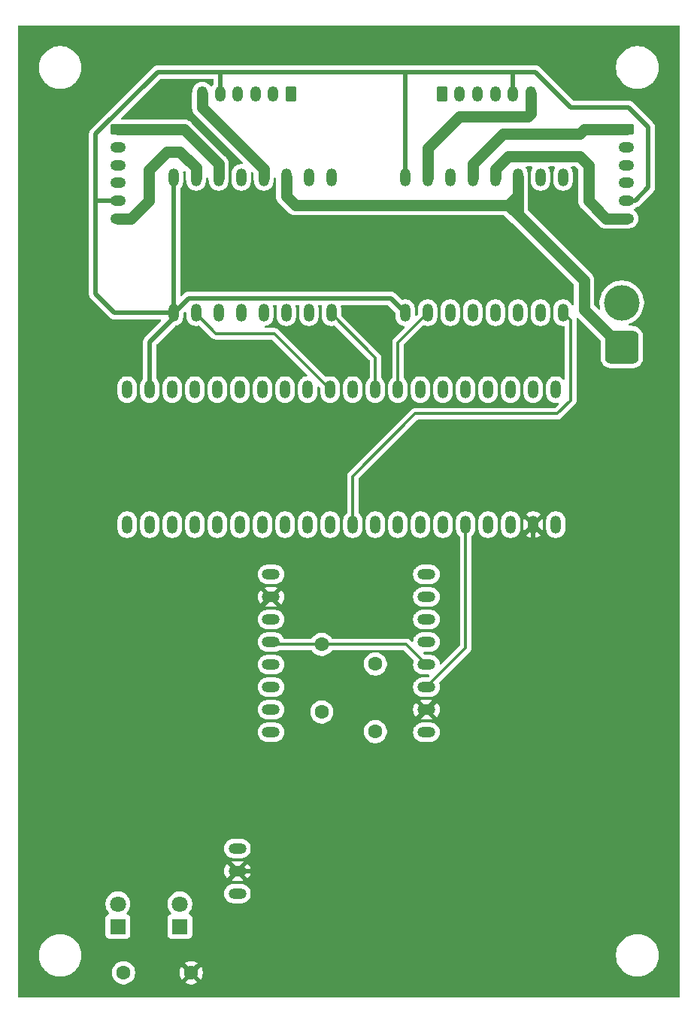
<source format=gbr>
%TF.GenerationSoftware,KiCad,Pcbnew,9.0.5*%
%TF.CreationDate,2025-11-06T21:20:33+00:00*%
%TF.ProjectId,Board,426f6172-642e-46b6-9963-61645f706362,v1*%
%TF.SameCoordinates,Original*%
%TF.FileFunction,Copper,L2,Bot*%
%TF.FilePolarity,Positive*%
%FSLAX46Y46*%
G04 Gerber Fmt 4.6, Leading zero omitted, Abs format (unit mm)*
G04 Created by KiCad (PCBNEW 9.0.5) date 2025-11-06 21:20:33*
%MOMM*%
%LPD*%
G01*
G04 APERTURE LIST*
G04 Aperture macros list*
%AMRoundRect*
0 Rectangle with rounded corners*
0 $1 Rounding radius*
0 $2 $3 $4 $5 $6 $7 $8 $9 X,Y pos of 4 corners*
0 Add a 4 corners polygon primitive as box body*
4,1,4,$2,$3,$4,$5,$6,$7,$8,$9,$2,$3,0*
0 Add four circle primitives for the rounded corners*
1,1,$1+$1,$2,$3*
1,1,$1+$1,$4,$5*
1,1,$1+$1,$6,$7*
1,1,$1+$1,$8,$9*
0 Add four rect primitives between the rounded corners*
20,1,$1+$1,$2,$3,$4,$5,0*
20,1,$1+$1,$4,$5,$6,$7,0*
20,1,$1+$1,$6,$7,$8,$9,0*
20,1,$1+$1,$8,$9,$2,$3,0*%
G04 Aperture macros list end*
%TA.AperFunction,ComponentPad*%
%ADD10C,1.600000*%
%TD*%
%TA.AperFunction,ComponentPad*%
%ADD11O,2.000000X1.200000*%
%TD*%
%TA.AperFunction,ComponentPad*%
%ADD12O,1.200000X2.000000*%
%TD*%
%TA.AperFunction,ComponentPad*%
%ADD13RoundRect,0.250000X-0.625000X0.350000X-0.625000X-0.350000X0.625000X-0.350000X0.625000X0.350000X0*%
%TD*%
%TA.AperFunction,ComponentPad*%
%ADD14O,1.750000X1.200000*%
%TD*%
%TA.AperFunction,ComponentPad*%
%ADD15RoundRect,0.760000X1.140000X-1.140000X1.140000X1.140000X-1.140000X1.140000X-1.140000X-1.140000X0*%
%TD*%
%TA.AperFunction,ComponentPad*%
%ADD16C,4.000000*%
%TD*%
%TA.AperFunction,ComponentPad*%
%ADD17RoundRect,0.250000X-0.350000X-0.625000X0.350000X-0.625000X0.350000X0.625000X-0.350000X0.625000X0*%
%TD*%
%TA.AperFunction,ComponentPad*%
%ADD18O,1.200000X1.750000*%
%TD*%
%TA.AperFunction,ComponentPad*%
%ADD19R,1.800000X1.800000*%
%TD*%
%TA.AperFunction,ComponentPad*%
%ADD20C,1.800000*%
%TD*%
%TA.AperFunction,ComponentPad*%
%ADD21RoundRect,0.250000X0.350000X0.625000X-0.350000X0.625000X-0.350000X-0.625000X0.350000X-0.625000X0*%
%TD*%
%TA.AperFunction,Conductor*%
%ADD22C,1.300000*%
%TD*%
%TA.AperFunction,Conductor*%
%ADD23C,0.500000*%
%TD*%
%TA.AperFunction,Conductor*%
%ADD24C,0.300000*%
%TD*%
G04 APERTURE END LIST*
D10*
%TO.P,R1,1*%
%TO.N,Net-(D1-K)*%
X109647540Y-141972470D03*
%TO.P,R1,2*%
%TO.N,/GND47*%
X117267540Y-141972470D03*
%TD*%
D11*
%TO.P,RS1,1,VCC*%
%TO.N,/5V99*%
X122462868Y-127961715D03*
%TO.P,RS1,2,GND*%
%TO.N,/GND47*%
X122462868Y-130501715D03*
%TO.P,RS1,3,INPUT*%
%TO.N,/PA15_RS1*%
X122462868Y-133041715D03*
%TD*%
D12*
%TO.P,DR2,1,AO1*%
%TO.N,Net-(MJ2-MV+)*%
X151510000Y-52380000D03*
%TO.P,DR2,3,PGND1*%
%TO.N,GND*%
X154050000Y-52380000D03*
%TO.P,DR2,5,AO2*%
%TO.N,Net-(MJ2-MV-)*%
X148970000Y-52380000D03*
%TO.P,DR2,7,BO2*%
%TO.N,Net-(MJ4-MV-)*%
X146430000Y-52380000D03*
%TO.P,DR2,11,BO1*%
%TO.N,Net-(MJ4-MV+)*%
X143890000Y-52380000D03*
%TO.P,DR2,15,PWMB*%
%TO.N,/PA2_DR2PWMB*%
X143890000Y-67620000D03*
%TO.P,DR2,16,BIN2*%
%TO.N,/PC15_DR2BIN2*%
X146430000Y-67620000D03*
%TO.P,DR2,17,BIN1*%
%TO.N,/PC14_DR2BIN1*%
X148970000Y-67620000D03*
%TO.P,DR2,18,GND*%
%TO.N,/GND23*%
X141350000Y-67620000D03*
X141350000Y-52380000D03*
%TO.P,DR2,19,STBY*%
%TO.N,/PB1_DRxSTBY*%
X151510000Y-67620000D03*
%TO.P,DR2,20,VCC*%
%TO.N,/5V98*%
X156590000Y-52380000D03*
%TO.P,DR2,21,AIN1*%
%TO.N,/PB4_DR2AIN1*%
X154050000Y-67620000D03*
%TO.P,DR2,22,AIN2*%
%TO.N,/PB5_DR2AIN2*%
X156590000Y-67620000D03*
%TO.P,DR2,23,PWMA*%
%TO.N,/PB3_DR2PWMA*%
X159130000Y-67620000D03*
%TO.P,DR2,24,VM1*%
%TO.N,+12V*%
X159130000Y-52380000D03*
%TD*%
D13*
%TO.P,MJ1,1,MV-*%
%TO.N,Net-(MJ1-MV-)*%
X109000000Y-47000000D03*
D14*
%TO.P,MJ1,2,ENC_VCC*%
%TO.N,/5V98*%
X109000000Y-49000000D03*
%TO.P,MJ1,3,ENC_CH2*%
%TO.N,/PA7_MJ1CH2*%
X109000000Y-51000000D03*
%TO.P,MJ1,4,ENC_CH1*%
%TO.N,/PA6_MJ1CH1*%
X109000000Y-53000000D03*
%TO.P,MJ1,5,ENC_GND*%
%TO.N,/GND23*%
X109000000Y-55000000D03*
%TO.P,MJ1,6,MV+*%
%TO.N,Net-(MJ1-MV+)*%
X109000000Y-57000000D03*
%TD*%
D10*
%TO.P,R3,1*%
%TO.N,/5V99*%
X138000000Y-114810000D03*
%TO.P,R3,2*%
%TO.N,/PB8_SCL*%
X138000000Y-107190000D03*
%TD*%
D12*
%TO.P,U1,1,VBAT*%
%TO.N,unconnected-(U1-VBAT-Pad1)*%
X158320000Y-76280000D03*
%TO.P,U1,2,PC13*%
%TO.N,unconnected-(U1-PC13-Pad2)*%
X155780000Y-76280000D03*
%TO.P,U1,3,PC14*%
%TO.N,/PC14_DR2BIN1*%
X153240000Y-76280000D03*
%TO.P,U1,4,PC15*%
%TO.N,/PC15_DR2BIN2*%
X150700000Y-76280000D03*
%TO.P,U1,7,NRST*%
%TO.N,unconnected-(U1-NRST-Pad7)*%
X148160000Y-76280000D03*
%TO.P,U1,10,PA0*%
%TO.N,/PA0_MJ3CH2*%
X145620000Y-76280000D03*
%TO.P,U1,11,PA1*%
%TO.N,/PA1_MJ3CH1*%
X143080000Y-76280000D03*
%TO.P,U1,12,PA2*%
%TO.N,/PA2_DR2PWMB*%
X140540000Y-76280000D03*
%TO.P,U1,13,PA3*%
%TO.N,/PA3_DR1PWMA*%
X138000000Y-76280000D03*
%TO.P,U1,14,PA4*%
%TO.N,/PA4_DR1AIN2*%
X135460000Y-76280000D03*
%TO.P,U1,15,PA5*%
%TO.N,/PA5_DR1PWMB*%
X132920000Y-76280000D03*
%TO.P,U1,16,PA6*%
%TO.N,/PA6_MJ1CH1*%
X130380000Y-76280000D03*
%TO.P,U1,17,PA7*%
%TO.N,/PA7_MJ1CH2*%
X127840000Y-76280000D03*
%TO.P,U1,18,PB0*%
%TO.N,/PB0_DR1AIN1*%
X125300000Y-76280000D03*
%TO.P,U1,19,PB1*%
%TO.N,/PB1_DRxSTBY*%
X122760000Y-76280000D03*
%TO.P,U1,20,PB2*%
%TO.N,/PB2_DR1BIN1*%
X120220000Y-76280000D03*
%TO.P,U1,21,PB10*%
%TO.N,/PB10_DR1BIN2*%
X117680000Y-76280000D03*
%TO.P,U1,23,GND*%
%TO.N,/GND23*%
X112600000Y-76280000D03*
%TO.P,U1,24,3V3*%
%TO.N,unconnected-(U1-3V3-Pad24)*%
X115140000Y-76280000D03*
%TO.P,U1,25,PB12*%
%TO.N,unconnected-(U1-PB12-Pad25)*%
X110060000Y-91500000D03*
%TO.P,U1,26,PB13*%
%TO.N,unconnected-(U1-PB13-Pad26)*%
X112600000Y-91500000D03*
%TO.P,U1,27,PB14*%
%TO.N,unconnected-(U1-PB14-Pad27)*%
X115140000Y-91500000D03*
%TO.P,U1,28,PB15*%
%TO.N,/PB15_D1*%
X117680000Y-91500000D03*
%TO.P,U1,29,PA8*%
%TO.N,/PA8_MJ4CH2*%
X120220000Y-91500000D03*
%TO.P,U1,30,PA9*%
%TO.N,/PA9_MJ4CH1*%
X122760000Y-91500000D03*
%TO.P,U1,31,PA10*%
%TO.N,/PA10_D2*%
X125300000Y-91500000D03*
%TO.P,U1,32,PA11*%
%TO.N,unconnected-(U1-PA11-Pad32)*%
X127840000Y-91500000D03*
%TO.P,U1,33,PA12*%
%TO.N,unconnected-(U1-PA12-Pad33)*%
X130380000Y-91500000D03*
%TO.P,U1,38,PA15*%
%TO.N,/PA15_RS1*%
X132920000Y-91500000D03*
%TO.P,U1,39,PB3*%
%TO.N,/PB3_DR2PWMA*%
X135460000Y-91500000D03*
%TO.P,U1,40,PB4*%
%TO.N,/PB4_DR2AIN1*%
X138000000Y-91500000D03*
%TO.P,U1,41,PB5*%
%TO.N,/PB5_DR2AIN2*%
X140540000Y-91500000D03*
%TO.P,U1,42,PB6*%
%TO.N,/PB6_MJ2CH2*%
X143080000Y-91500000D03*
%TO.P,U1,43,PB7*%
%TO.N,/PB7_MJ2CH1*%
X145620000Y-91500000D03*
%TO.P,U1,45,PB8*%
%TO.N,/PB8_SCL*%
X148160000Y-91500000D03*
%TO.P,U1,46,PB9*%
%TO.N,/PB9_SDA*%
X150700000Y-91500000D03*
%TO.P,U1,47,GND*%
%TO.N,/GND47*%
X155780000Y-91500000D03*
%TO.P,U1,48,3V3*%
%TO.N,unconnected-(U1-3V3-Pad48)*%
X158320000Y-91500000D03*
%TO.P,U1,98,5V*%
%TO.N,/5V98*%
X110060000Y-76280000D03*
%TO.P,U1,99,5V*%
%TO.N,/5V99*%
X153240000Y-91500000D03*
%TD*%
D15*
%TO.P,J1,1,Pin_1*%
%TO.N,GND*%
X165750000Y-71500000D03*
D16*
%TO.P,J1,2,Pin_2*%
%TO.N,+12V*%
X165750000Y-66500000D03*
%TD*%
D17*
%TO.P,MJ4,1,MV-*%
%TO.N,Net-(MJ4-MV-)*%
X145500000Y-43000000D03*
D18*
%TO.P,MJ4,2,ENC_VCC*%
%TO.N,/5V98*%
X147500000Y-43000000D03*
%TO.P,MJ4,3,ENC_CH2*%
%TO.N,/PA8_MJ4CH2*%
X149500000Y-43000000D03*
%TO.P,MJ4,4,ENC_CH1*%
%TO.N,/PA9_MJ4CH1*%
X151500000Y-43000000D03*
%TO.P,MJ4,5,ENC_GND*%
%TO.N,/GND23*%
X153500000Y-43000000D03*
%TO.P,MJ4,6,MV+*%
%TO.N,Net-(MJ4-MV+)*%
X155500000Y-43000000D03*
%TD*%
D19*
%TO.P,D2,1,K*%
%TO.N,Net-(D1-K)*%
X115994869Y-136759430D03*
D20*
%TO.P,D2,2,A*%
%TO.N,/PA10_D2*%
X115994869Y-134219430D03*
%TD*%
D13*
%TO.P,MJ2,1,MV-*%
%TO.N,Net-(MJ2-MV-)*%
X166250000Y-47000000D03*
D14*
%TO.P,MJ2,2,ENC_VCC*%
%TO.N,/5V98*%
X166250000Y-49000000D03*
%TO.P,MJ2,3,ENC_CH2*%
%TO.N,/PB6_MJ2CH2*%
X166250000Y-51000000D03*
%TO.P,MJ2,4,ENC_CH1*%
%TO.N,/PB7_MJ2CH1*%
X166250000Y-53000000D03*
%TO.P,MJ2,5,ENC_GND*%
%TO.N,/GND23*%
X166250000Y-55000000D03*
%TO.P,MJ2,6,MV+*%
%TO.N,Net-(MJ2-MV+)*%
X166250000Y-57000000D03*
%TD*%
D19*
%TO.P,D1,1,K*%
%TO.N,Net-(D1-K)*%
X108999691Y-136759430D03*
D20*
%TO.P,D1,2,A*%
%TO.N,/PB15_D1*%
X108999691Y-134219430D03*
%TD*%
D21*
%TO.P,MJ3,1,MV-*%
%TO.N,Net-(MJ3-MV-)*%
X128500000Y-43000000D03*
D18*
%TO.P,MJ3,2,ENC_VCC*%
%TO.N,/5V98*%
X126500000Y-43000000D03*
%TO.P,MJ3,3,ENC_CH2*%
%TO.N,/PA0_MJ3CH2*%
X124500000Y-43000000D03*
%TO.P,MJ3,4,ENC_CH1*%
%TO.N,/PA1_MJ3CH1*%
X122500000Y-43000000D03*
%TO.P,MJ3,5,ENC_GND*%
%TO.N,/GND23*%
X120500000Y-43000000D03*
%TO.P,MJ3,6,MV+*%
%TO.N,Net-(MJ3-MV+)*%
X118500000Y-43000000D03*
%TD*%
D10*
%TO.P,R2,1*%
%TO.N,/5V99*%
X131975312Y-112598279D03*
%TO.P,R2,2*%
%TO.N,/PB9_SDA*%
X131975312Y-104978279D03*
%TD*%
D11*
%TO.P,S1,3,~{Alert}*%
%TO.N,unconnected-(S1-~{Alert}-Pad3)*%
X126250000Y-107270000D03*
%TO.P,S1,4,SDA*%
%TO.N,/PB9_SDA*%
X126250000Y-104730000D03*
%TO.P,S1,5,SCL*%
%TO.N,/PB8_SCL*%
X126250000Y-102190000D03*
%TO.P,S1,6,VS*%
%TO.N,/5V99*%
X126250000Y-97110000D03*
%TO.P,S1,7,GND*%
%TO.N,/GND47*%
X126250000Y-99650000D03*
%TO.P,S1,8,Vbus*%
%TO.N,/S1Vbus*%
X126250000Y-109810000D03*
%TO.P,S1,9,Vin-*%
X126250000Y-112350000D03*
%TO.P,S1,10,Vin+*%
%TO.N,unconnected-(S1-Vin+-Pad10)*%
X126250000Y-114890000D03*
%TD*%
%TO.P,S2,3,~{Alert}*%
%TO.N,unconnected-(S2-~{Alert}-Pad3)*%
X143750000Y-104730000D03*
%TO.P,S2,4,SDA*%
%TO.N,/PB9_SDA*%
X143750000Y-107270000D03*
%TO.P,S2,5,SCL*%
%TO.N,/PB8_SCL*%
X143750000Y-109810000D03*
%TO.P,S2,6,VS*%
%TO.N,/5V99*%
X143750000Y-114890000D03*
%TO.P,S2,7,GND*%
%TO.N,/GND47*%
X143750000Y-112350000D03*
%TO.P,S2,8,Vbus*%
%TO.N,/S2Vbus*%
X143750000Y-102190000D03*
%TO.P,S2,9,Vin-*%
X143750000Y-99650000D03*
%TO.P,S2,10,Vin+*%
%TO.N,unconnected-(S2-Vin+-Pad10)*%
X143750000Y-97110000D03*
%TD*%
D12*
%TO.P,DR1,1,AO1*%
%TO.N,Net-(MJ3-MV+)*%
X125420000Y-52380000D03*
%TO.P,DR1,3,PGND1*%
%TO.N,GND*%
X127960000Y-52380000D03*
%TO.P,DR1,5,AO2*%
%TO.N,Net-(MJ3-MV-)*%
X122880000Y-52380000D03*
%TO.P,DR1,7,BO2*%
%TO.N,Net-(MJ1-MV-)*%
X120340000Y-52380000D03*
%TO.P,DR1,11,BO1*%
%TO.N,Net-(MJ1-MV+)*%
X117800000Y-52380000D03*
%TO.P,DR1,15,PWMB*%
%TO.N,/PA5_DR1PWMB*%
X117800000Y-67620000D03*
%TO.P,DR1,16,BIN2*%
%TO.N,/PB10_DR1BIN2*%
X120340000Y-67620000D03*
%TO.P,DR1,17,BIN1*%
%TO.N,/PB2_DR1BIN1*%
X122880000Y-67620000D03*
%TO.P,DR1,18,GND*%
%TO.N,/GND23*%
X115260000Y-67620000D03*
X115260000Y-52380000D03*
%TO.P,DR1,19,STBY*%
%TO.N,/PB1_DRxSTBY*%
X125420000Y-67620000D03*
%TO.P,DR1,20,VCC*%
%TO.N,/5V98*%
X130500000Y-52380000D03*
%TO.P,DR1,21,AIN1*%
%TO.N,/PB0_DR1AIN1*%
X127960000Y-67620000D03*
%TO.P,DR1,22,AIN2*%
%TO.N,/PA4_DR1AIN2*%
X130500000Y-67620000D03*
%TO.P,DR1,23,PWMA*%
%TO.N,/PA3_DR1PWMA*%
X133040000Y-67620000D03*
%TO.P,DR1,24,VM1*%
%TO.N,+12V*%
X133040000Y-52380000D03*
%TD*%
D22*
%TO.N,GND*%
X154050000Y-56550000D02*
X161500000Y-64000000D01*
X161500000Y-64000000D02*
X161500000Y-67250000D01*
X161500000Y-67250000D02*
X165750000Y-71500000D01*
D23*
%TO.N,/GND23*%
X115260000Y-67620000D02*
X115260000Y-68240000D01*
X115260000Y-68240000D02*
X112600000Y-70900000D01*
X112600000Y-70900000D02*
X112600000Y-76280000D01*
D22*
%TO.N,Net-(MJ1-MV-)*%
X116460000Y-47000000D02*
X109000000Y-47000000D01*
X120340000Y-50880000D02*
X116460000Y-47000000D01*
X120340000Y-52380000D02*
X120340000Y-50880000D01*
%TO.N,Net-(MJ2-MV-)*%
X161000000Y-47500000D02*
X161500000Y-47000000D01*
X152350000Y-47500000D02*
X161000000Y-47500000D01*
X148970000Y-50880000D02*
X152350000Y-47500000D01*
X148970000Y-52380000D02*
X148970000Y-50880000D01*
X161500000Y-47000000D02*
X166250000Y-47000000D01*
D23*
%TO.N,/GND23*%
X153500000Y-40500000D02*
X156000000Y-40500000D01*
X168750000Y-46750000D02*
X168750000Y-53500000D01*
X109000000Y-55000000D02*
X106500000Y-55000000D01*
X168750000Y-53500000D02*
X167250000Y-55000000D01*
X115260000Y-52380000D02*
X115260000Y-67620000D01*
X106500000Y-47500000D02*
X113500000Y-40500000D01*
X141350000Y-40650000D02*
X141500000Y-40500000D01*
X115260000Y-67620000D02*
X108620000Y-67620000D01*
%TO.N,unconnected-(U1-3V3-Pad24)*%
X115140000Y-76280000D02*
X115140000Y-76140000D01*
%TO.N,/GND23*%
X115260000Y-67620000D02*
X115380000Y-67620000D01*
X115380000Y-67620000D02*
X117000000Y-66000000D01*
X109000000Y-55000000D02*
X109500000Y-55000000D01*
X166500000Y-44500000D02*
X168750000Y-46750000D01*
X167250000Y-55000000D02*
X166250000Y-55000000D01*
X120500000Y-40500000D02*
X141500000Y-40500000D01*
X160000000Y-44500000D02*
X166500000Y-44500000D01*
X108620000Y-67620000D02*
X106500000Y-65500000D01*
X141350000Y-52380000D02*
X141350000Y-40650000D01*
X156000000Y-40500000D02*
X160000000Y-44500000D01*
X106500000Y-65500000D02*
X106500000Y-55000000D01*
X106500000Y-55000000D02*
X106500000Y-47500000D01*
X113500000Y-40500000D02*
X120500000Y-40500000D01*
X120500000Y-43000000D02*
X120500000Y-40500000D01*
X141500000Y-40500000D02*
X153500000Y-40500000D01*
%TO.N,unconnected-(U1-3V3-Pad24)*%
X115260000Y-76160000D02*
X115140000Y-76280000D01*
%TO.N,/GND23*%
X153500000Y-43000000D02*
X153500000Y-40500000D01*
X139730000Y-66000000D02*
X117000000Y-66000000D01*
X141350000Y-67620000D02*
X139730000Y-66000000D01*
D22*
%TO.N,Net-(MJ2-MV+)*%
X151510000Y-52380000D02*
X151510000Y-51490000D01*
X161000000Y-50000000D02*
X162000000Y-51000000D01*
X164000000Y-57000000D02*
X166250000Y-57000000D01*
X153000000Y-50000000D02*
X161000000Y-50000000D01*
X162000000Y-55000000D02*
X164000000Y-57000000D01*
X151510000Y-51490000D02*
X153000000Y-50000000D01*
X162000000Y-51000000D02*
X162000000Y-55000000D01*
D24*
%TO.N,/PA5_DR1PWMB*%
X117800000Y-67620000D02*
X117800000Y-67740000D01*
X117800000Y-67740000D02*
X120060000Y-70000000D01*
X126640000Y-70000000D02*
X120060000Y-70000000D01*
X132920000Y-76280000D02*
X126640000Y-70000000D01*
D22*
%TO.N,Net-(MJ1-MV+)*%
X110500000Y-57000000D02*
X109000000Y-57000000D01*
X112500000Y-51500000D02*
X112500000Y-55000000D01*
X112500000Y-55000000D02*
X110500000Y-57000000D01*
X117800000Y-52380000D02*
X117800000Y-51300000D01*
X116000000Y-49500000D02*
X114500000Y-49500000D01*
X114500000Y-49500000D02*
X112500000Y-51500000D01*
X117800000Y-51300000D02*
X116000000Y-49500000D01*
%TO.N,GND*%
X165750000Y-71500000D02*
X165750000Y-71250000D01*
X129000000Y-55500000D02*
X127960000Y-54460000D01*
X154050000Y-52380000D02*
X154050000Y-54450000D01*
X127960000Y-54460000D02*
X127960000Y-52380000D01*
X154050000Y-54450000D02*
X153000000Y-55500000D01*
X154050000Y-54450000D02*
X154050000Y-56550000D01*
X153000000Y-55500000D02*
X129000000Y-55500000D01*
X153000000Y-55500000D02*
X154050000Y-56550000D01*
D24*
%TO.N,/PA3_DR1PWMA*%
X138000000Y-76280000D02*
X138000000Y-72700000D01*
X133040000Y-67620000D02*
X133040000Y-67740000D01*
X133040000Y-67740000D02*
X138000000Y-72700000D01*
D22*
%TO.N,Net-(MJ3-MV+)*%
X125420000Y-51420000D02*
X118500000Y-44500000D01*
X125420000Y-52380000D02*
X125420000Y-51420000D01*
X118500000Y-44500000D02*
X118500000Y-43000000D01*
D24*
%TO.N,/PB3_DR2PWMA*%
X159130000Y-67620000D02*
X160000000Y-68490000D01*
X158500000Y-79000000D02*
X160000000Y-77500000D01*
X135460000Y-86040000D02*
X142500000Y-79000000D01*
X160000000Y-68490000D02*
X160000000Y-77500000D01*
X135460000Y-91500000D02*
X135460000Y-86040000D01*
X142500000Y-79000000D02*
X158500000Y-79000000D01*
%TO.N,/PA2_DR2PWMB*%
X140540000Y-76280000D02*
X140540000Y-70970000D01*
X140540000Y-70970000D02*
X143890000Y-67620000D01*
D22*
%TO.N,Net-(MJ4-MV+)*%
X143890000Y-52380000D02*
X143890000Y-49110000D01*
X143890000Y-49110000D02*
X147500000Y-45500000D01*
X155175000Y-45500000D02*
X155500000Y-45175000D01*
X147500000Y-45500000D02*
X155175000Y-45500000D01*
X155500000Y-45175000D02*
X155500000Y-43000000D01*
D23*
%TO.N,/GND47*%
X122462868Y-130501715D02*
X120500000Y-128538847D01*
X155780000Y-91500000D02*
X155780000Y-100320000D01*
X131498285Y-130501715D02*
X122462868Y-130501715D01*
X155780000Y-100320000D02*
X143750000Y-112350000D01*
X120500000Y-105400000D02*
X126250000Y-99650000D01*
X122462868Y-130501715D02*
X120500000Y-132464583D01*
X120500000Y-132464583D02*
X120500000Y-138740010D01*
X140000000Y-116100000D02*
X140000000Y-122000000D01*
X120500000Y-128538847D02*
X120500000Y-105400000D01*
X140000000Y-122000000D02*
X131498285Y-130501715D01*
X120500000Y-138740010D02*
X117267540Y-141972470D01*
X143750000Y-112350000D02*
X140000000Y-116100000D01*
D24*
%TO.N,/PB9_SDA*%
X126498279Y-104978279D02*
X126250000Y-104730000D01*
X131975312Y-104978279D02*
X126498279Y-104978279D01*
X141458279Y-104978279D02*
X131975312Y-104978279D01*
X143750000Y-107270000D02*
X141458279Y-104978279D01*
%TO.N,/PB8_SCL*%
X148160000Y-105400000D02*
X143750000Y-109810000D01*
X148160000Y-91500000D02*
X148160000Y-105400000D01*
%TD*%
%TA.AperFunction,Conductor*%
%TO.N,/GND47*%
G36*
X172192539Y-35256696D02*
G01*
X172238294Y-35309500D01*
X172249500Y-35361011D01*
X172249500Y-144612011D01*
X172229815Y-144679050D01*
X172177011Y-144724805D01*
X172125500Y-144736011D01*
X97874500Y-144736011D01*
X97807461Y-144716326D01*
X97761706Y-144663522D01*
X97750500Y-144612011D01*
X97750500Y-139865186D01*
X100099500Y-139865186D01*
X100099500Y-140134813D01*
X100129686Y-140402719D01*
X100129688Y-140402731D01*
X100189684Y-140665594D01*
X100189687Y-140665602D01*
X100278734Y-140920082D01*
X100395714Y-141162994D01*
X100395716Y-141162997D01*
X100539162Y-141391289D01*
X100707266Y-141602085D01*
X100897915Y-141792734D01*
X101108711Y-141960838D01*
X101337003Y-142104284D01*
X101579921Y-142221267D01*
X101738874Y-142276887D01*
X101834397Y-142310312D01*
X101834405Y-142310315D01*
X101834408Y-142310315D01*
X101834409Y-142310316D01*
X102097268Y-142370312D01*
X102365187Y-142400499D01*
X102365188Y-142400500D01*
X102365191Y-142400500D01*
X102634812Y-142400500D01*
X102634812Y-142400499D01*
X102902732Y-142370312D01*
X103165591Y-142310316D01*
X103420079Y-142221267D01*
X103662997Y-142104284D01*
X103891289Y-141960838D01*
X104005048Y-141870118D01*
X108347040Y-141870118D01*
X108347040Y-142074821D01*
X108379062Y-142277004D01*
X108442321Y-142471693D01*
X108506231Y-142597123D01*
X108535125Y-142653829D01*
X108535255Y-142654083D01*
X108655568Y-142819683D01*
X108800326Y-142964441D01*
X108920766Y-143051944D01*
X108965930Y-143084757D01*
X109082147Y-143143973D01*
X109148316Y-143177688D01*
X109148318Y-143177688D01*
X109148321Y-143177690D01*
X109252677Y-143211597D01*
X109343005Y-143240947D01*
X109444097Y-143256958D01*
X109545188Y-143272970D01*
X109545189Y-143272970D01*
X109749891Y-143272970D01*
X109749892Y-143272970D01*
X109952074Y-143240947D01*
X110146759Y-143177690D01*
X110329150Y-143084757D01*
X110422130Y-143017202D01*
X110494753Y-142964441D01*
X110494755Y-142964438D01*
X110494759Y-142964436D01*
X110639506Y-142819689D01*
X110639508Y-142819685D01*
X110639511Y-142819683D01*
X110692272Y-142747060D01*
X110759827Y-142654080D01*
X110852760Y-142471689D01*
X110916017Y-142277004D01*
X110948040Y-142074822D01*
X110948040Y-141870152D01*
X115967540Y-141870152D01*
X115967540Y-142074787D01*
X115999549Y-142276887D01*
X116062784Y-142471501D01*
X116155681Y-142653820D01*
X116155687Y-142653829D01*
X116188063Y-142698391D01*
X116188064Y-142698392D01*
X116867540Y-142018916D01*
X116867540Y-142025131D01*
X116894799Y-142126864D01*
X116947460Y-142218076D01*
X117021934Y-142292550D01*
X117113146Y-142345211D01*
X117214879Y-142372470D01*
X117221093Y-142372470D01*
X116541616Y-143051944D01*
X116586190Y-143084329D01*
X116768508Y-143177225D01*
X116963122Y-143240460D01*
X117165223Y-143272470D01*
X117369857Y-143272470D01*
X117571957Y-143240460D01*
X117766571Y-143177225D01*
X117948889Y-143084329D01*
X117993461Y-143051944D01*
X117313987Y-142372470D01*
X117320201Y-142372470D01*
X117421934Y-142345211D01*
X117513146Y-142292550D01*
X117587620Y-142218076D01*
X117640281Y-142126864D01*
X117667540Y-142025131D01*
X117667540Y-142018917D01*
X118347014Y-142698391D01*
X118379399Y-142653819D01*
X118472295Y-142471501D01*
X118535530Y-142276887D01*
X118567540Y-142074787D01*
X118567540Y-141870152D01*
X118535530Y-141668052D01*
X118472295Y-141473438D01*
X118379399Y-141291120D01*
X118347014Y-141246547D01*
X118347014Y-141246546D01*
X117667540Y-141926021D01*
X117667540Y-141919809D01*
X117640281Y-141818076D01*
X117587620Y-141726864D01*
X117513146Y-141652390D01*
X117421934Y-141599729D01*
X117320201Y-141572470D01*
X117313986Y-141572470D01*
X117993462Y-140892994D01*
X117993461Y-140892993D01*
X117948899Y-140860617D01*
X117948890Y-140860611D01*
X117766571Y-140767714D01*
X117571957Y-140704479D01*
X117369857Y-140672470D01*
X117165223Y-140672470D01*
X116963122Y-140704479D01*
X116768508Y-140767714D01*
X116586184Y-140860613D01*
X116541617Y-140892993D01*
X116541617Y-140892994D01*
X117221094Y-141572470D01*
X117214879Y-141572470D01*
X117113146Y-141599729D01*
X117021934Y-141652390D01*
X116947460Y-141726864D01*
X116894799Y-141818076D01*
X116867540Y-141919809D01*
X116867540Y-141926023D01*
X116188064Y-141246547D01*
X116188063Y-141246547D01*
X116155683Y-141291114D01*
X116062784Y-141473438D01*
X115999549Y-141668052D01*
X115967540Y-141870152D01*
X110948040Y-141870152D01*
X110948040Y-141870118D01*
X110933381Y-141777565D01*
X110916017Y-141667935D01*
X110884998Y-141572470D01*
X110852760Y-141473251D01*
X110852758Y-141473248D01*
X110852758Y-141473246D01*
X110759959Y-141291120D01*
X110759827Y-141290860D01*
X110727632Y-141246547D01*
X110639511Y-141125256D01*
X110494753Y-140980498D01*
X110329153Y-140860185D01*
X110329152Y-140860184D01*
X110329150Y-140860183D01*
X110272193Y-140831161D01*
X110146763Y-140767251D01*
X109952074Y-140703992D01*
X109777535Y-140676348D01*
X109749892Y-140671970D01*
X109545188Y-140671970D01*
X109520869Y-140675821D01*
X109343005Y-140703992D01*
X109148316Y-140767251D01*
X108965926Y-140860185D01*
X108800326Y-140980498D01*
X108655568Y-141125256D01*
X108535255Y-141290856D01*
X108442321Y-141473246D01*
X108379062Y-141667935D01*
X108347040Y-141870118D01*
X104005048Y-141870118D01*
X104102085Y-141792734D01*
X104292734Y-141602085D01*
X104460838Y-141391289D01*
X104604284Y-141162997D01*
X104721267Y-140920079D01*
X104810316Y-140665591D01*
X104870312Y-140402732D01*
X104900500Y-140134809D01*
X104900500Y-139865191D01*
X104900499Y-139865186D01*
X165099500Y-139865186D01*
X165099500Y-140134813D01*
X165129686Y-140402719D01*
X165129688Y-140402731D01*
X165189684Y-140665594D01*
X165189687Y-140665602D01*
X165278734Y-140920082D01*
X165395714Y-141162994D01*
X165395716Y-141162997D01*
X165539162Y-141391289D01*
X165707266Y-141602085D01*
X165897915Y-141792734D01*
X166108711Y-141960838D01*
X166337003Y-142104284D01*
X166579921Y-142221267D01*
X166738874Y-142276887D01*
X166834397Y-142310312D01*
X166834405Y-142310315D01*
X166834408Y-142310315D01*
X166834409Y-142310316D01*
X167097268Y-142370312D01*
X167365187Y-142400499D01*
X167365188Y-142400500D01*
X167365191Y-142400500D01*
X167634812Y-142400500D01*
X167634812Y-142400499D01*
X167902732Y-142370312D01*
X168165591Y-142310316D01*
X168420079Y-142221267D01*
X168662997Y-142104284D01*
X168891289Y-141960838D01*
X169102085Y-141792734D01*
X169292734Y-141602085D01*
X169460838Y-141391289D01*
X169604284Y-141162997D01*
X169721267Y-140920079D01*
X169810316Y-140665591D01*
X169870312Y-140402732D01*
X169900500Y-140134809D01*
X169900500Y-139865191D01*
X169870312Y-139597268D01*
X169810316Y-139334409D01*
X169721267Y-139079921D01*
X169604284Y-138837003D01*
X169460838Y-138608711D01*
X169292734Y-138397915D01*
X169102085Y-138207266D01*
X168891289Y-138039162D01*
X168662997Y-137895716D01*
X168662994Y-137895714D01*
X168420082Y-137778734D01*
X168165602Y-137689687D01*
X168165594Y-137689684D01*
X167968446Y-137644687D01*
X167902732Y-137629688D01*
X167902728Y-137629687D01*
X167902719Y-137629686D01*
X167634813Y-137599500D01*
X167634809Y-137599500D01*
X167365191Y-137599500D01*
X167365186Y-137599500D01*
X167097280Y-137629686D01*
X167097268Y-137629688D01*
X166834405Y-137689684D01*
X166834397Y-137689687D01*
X166579917Y-137778734D01*
X166337005Y-137895714D01*
X166108712Y-138039161D01*
X165897915Y-138207265D01*
X165707265Y-138397915D01*
X165539161Y-138608712D01*
X165395714Y-138837005D01*
X165278734Y-139079917D01*
X165189687Y-139334397D01*
X165189684Y-139334405D01*
X165129688Y-139597268D01*
X165129686Y-139597280D01*
X165099500Y-139865186D01*
X104900499Y-139865186D01*
X104870312Y-139597268D01*
X104810316Y-139334409D01*
X104721267Y-139079921D01*
X104604284Y-138837003D01*
X104460838Y-138608711D01*
X104292734Y-138397915D01*
X104102085Y-138207266D01*
X103891289Y-138039162D01*
X103662997Y-137895716D01*
X103662994Y-137895714D01*
X103420082Y-137778734D01*
X103165602Y-137689687D01*
X103165594Y-137689684D01*
X102968446Y-137644687D01*
X102902732Y-137629688D01*
X102902728Y-137629687D01*
X102902719Y-137629686D01*
X102634813Y-137599500D01*
X102634809Y-137599500D01*
X102365191Y-137599500D01*
X102365186Y-137599500D01*
X102097280Y-137629686D01*
X102097268Y-137629688D01*
X101834405Y-137689684D01*
X101834397Y-137689687D01*
X101579917Y-137778734D01*
X101337005Y-137895714D01*
X101108712Y-138039161D01*
X100897915Y-138207265D01*
X100707265Y-138397915D01*
X100539161Y-138608712D01*
X100395714Y-138837005D01*
X100278734Y-139079917D01*
X100189687Y-139334397D01*
X100189684Y-139334405D01*
X100129688Y-139597268D01*
X100129686Y-139597280D01*
X100099500Y-139865186D01*
X97750500Y-139865186D01*
X97750500Y-134109208D01*
X107599191Y-134109208D01*
X107599191Y-134329651D01*
X107633676Y-134547382D01*
X107701794Y-134757033D01*
X107701795Y-134757036D01*
X107801878Y-134953455D01*
X107931443Y-135131788D01*
X107931447Y-135131793D01*
X107981619Y-135181965D01*
X108015104Y-135243288D01*
X108010120Y-135312980D01*
X107968248Y-135368913D01*
X107937272Y-135385828D01*
X107857360Y-135415633D01*
X107857355Y-135415636D01*
X107742146Y-135501882D01*
X107742143Y-135501885D01*
X107655897Y-135617094D01*
X107655893Y-135617101D01*
X107605599Y-135751947D01*
X107599192Y-135811546D01*
X107599192Y-135811553D01*
X107599191Y-135811565D01*
X107599191Y-137707300D01*
X107599192Y-137707306D01*
X107605599Y-137766913D01*
X107655893Y-137901758D01*
X107655897Y-137901765D01*
X107742143Y-138016974D01*
X107742146Y-138016977D01*
X107857355Y-138103223D01*
X107857362Y-138103227D01*
X107992208Y-138153521D01*
X107992207Y-138153521D01*
X107999135Y-138154265D01*
X108051818Y-138159930D01*
X109947563Y-138159929D01*
X110007174Y-138153521D01*
X110142022Y-138103226D01*
X110257237Y-138016976D01*
X110343487Y-137901761D01*
X110393782Y-137766913D01*
X110400191Y-137707303D01*
X110400190Y-135811558D01*
X110393782Y-135751947D01*
X110343487Y-135617099D01*
X110343486Y-135617098D01*
X110343484Y-135617094D01*
X110257238Y-135501885D01*
X110257235Y-135501882D01*
X110142026Y-135415636D01*
X110142019Y-135415632D01*
X110062110Y-135385828D01*
X110006176Y-135343957D01*
X109981759Y-135278492D01*
X109996611Y-135210219D01*
X110017760Y-135181967D01*
X110067933Y-135131795D01*
X110197506Y-134953452D01*
X110297586Y-134757036D01*
X110365706Y-134547381D01*
X110400191Y-134329652D01*
X110400191Y-134109208D01*
X114594369Y-134109208D01*
X114594369Y-134329651D01*
X114628854Y-134547382D01*
X114696972Y-134757033D01*
X114696973Y-134757036D01*
X114797056Y-134953455D01*
X114926621Y-135131788D01*
X114926625Y-135131793D01*
X114976797Y-135181965D01*
X115010282Y-135243288D01*
X115005298Y-135312980D01*
X114963426Y-135368913D01*
X114932450Y-135385828D01*
X114852538Y-135415633D01*
X114852533Y-135415636D01*
X114737324Y-135501882D01*
X114737321Y-135501885D01*
X114651075Y-135617094D01*
X114651071Y-135617101D01*
X114600777Y-135751947D01*
X114594370Y-135811546D01*
X114594370Y-135811553D01*
X114594369Y-135811565D01*
X114594369Y-137707300D01*
X114594370Y-137707306D01*
X114600777Y-137766913D01*
X114651071Y-137901758D01*
X114651075Y-137901765D01*
X114737321Y-138016974D01*
X114737324Y-138016977D01*
X114852533Y-138103223D01*
X114852540Y-138103227D01*
X114987386Y-138153521D01*
X114987385Y-138153521D01*
X114994313Y-138154265D01*
X115046996Y-138159930D01*
X116942741Y-138159929D01*
X117002352Y-138153521D01*
X117137200Y-138103226D01*
X117252415Y-138016976D01*
X117338665Y-137901761D01*
X117388960Y-137766913D01*
X117395369Y-137707303D01*
X117395368Y-135811558D01*
X117388960Y-135751947D01*
X117338665Y-135617099D01*
X117338664Y-135617098D01*
X117338662Y-135617094D01*
X117252416Y-135501885D01*
X117252413Y-135501882D01*
X117137204Y-135415636D01*
X117137197Y-135415632D01*
X117057288Y-135385828D01*
X117001354Y-135343957D01*
X116976937Y-135278492D01*
X116991789Y-135210219D01*
X117012938Y-135181967D01*
X117063111Y-135131795D01*
X117192684Y-134953452D01*
X117292764Y-134757036D01*
X117360884Y-134547381D01*
X117395369Y-134329652D01*
X117395369Y-134109208D01*
X117360884Y-133891479D01*
X117292764Y-133681824D01*
X117292764Y-133681823D01*
X117258106Y-133613805D01*
X117192684Y-133485408D01*
X117176129Y-133462622D01*
X117063116Y-133307071D01*
X117063112Y-133307066D01*
X116907232Y-133151186D01*
X116907227Y-133151182D01*
X116768718Y-133050550D01*
X116728894Y-133021617D01*
X116728893Y-133021616D01*
X116728891Y-133021615D01*
X116665965Y-132989552D01*
X116598358Y-132955104D01*
X120962368Y-132955104D01*
X120962368Y-133128326D01*
X120989466Y-133299416D01*
X121042995Y-133464160D01*
X121121636Y-133618503D01*
X121223454Y-133758643D01*
X121345940Y-133881129D01*
X121486080Y-133982947D01*
X121640423Y-134061588D01*
X121805167Y-134115117D01*
X121976257Y-134142215D01*
X121976258Y-134142215D01*
X122949478Y-134142215D01*
X122949479Y-134142215D01*
X123120569Y-134115117D01*
X123285313Y-134061588D01*
X123439656Y-133982947D01*
X123579796Y-133881129D01*
X123702282Y-133758643D01*
X123804100Y-133618503D01*
X123882741Y-133464160D01*
X123936270Y-133299416D01*
X123963368Y-133128326D01*
X123963368Y-132955104D01*
X123936270Y-132784014D01*
X123882741Y-132619270D01*
X123804100Y-132464927D01*
X123702282Y-132324787D01*
X123579796Y-132202301D01*
X123439656Y-132100483D01*
X123285313Y-132021842D01*
X123120569Y-131968313D01*
X123120567Y-131968312D01*
X123120566Y-131968312D01*
X122989139Y-131947496D01*
X122949479Y-131941215D01*
X121976257Y-131941215D01*
X121936596Y-131947496D01*
X121805170Y-131968312D01*
X121640420Y-132021843D01*
X121486079Y-132100483D01*
X121406124Y-132158574D01*
X121345940Y-132202301D01*
X121345938Y-132202303D01*
X121345937Y-132202303D01*
X121223456Y-132324784D01*
X121223456Y-132324785D01*
X121223454Y-132324787D01*
X121179727Y-132384971D01*
X121121636Y-132464926D01*
X121042996Y-132619267D01*
X120989465Y-132784017D01*
X120978474Y-132853415D01*
X120962368Y-132955104D01*
X116598358Y-132955104D01*
X116532475Y-132921534D01*
X116532472Y-132921533D01*
X116322821Y-132853415D01*
X116213955Y-132836172D01*
X116105091Y-132818930D01*
X115884647Y-132818930D01*
X115812070Y-132830425D01*
X115666916Y-132853415D01*
X115457265Y-132921533D01*
X115457262Y-132921534D01*
X115260843Y-133021617D01*
X115082510Y-133151182D01*
X115082505Y-133151186D01*
X114926625Y-133307066D01*
X114926621Y-133307071D01*
X114797056Y-133485404D01*
X114696973Y-133681823D01*
X114696972Y-133681826D01*
X114628854Y-133891477D01*
X114594369Y-134109208D01*
X110400191Y-134109208D01*
X110365706Y-133891479D01*
X110297586Y-133681824D01*
X110297586Y-133681823D01*
X110262928Y-133613805D01*
X110197506Y-133485408D01*
X110180951Y-133462622D01*
X110067938Y-133307071D01*
X110067934Y-133307066D01*
X109912054Y-133151186D01*
X109912049Y-133151182D01*
X109733716Y-133021617D01*
X109733715Y-133021616D01*
X109733713Y-133021615D01*
X109670787Y-132989552D01*
X109537297Y-132921534D01*
X109537294Y-132921533D01*
X109327643Y-132853415D01*
X109218777Y-132836172D01*
X109109913Y-132818930D01*
X108889469Y-132818930D01*
X108816892Y-132830425D01*
X108671738Y-132853415D01*
X108462087Y-132921533D01*
X108462084Y-132921534D01*
X108265665Y-133021617D01*
X108087332Y-133151182D01*
X108087327Y-133151186D01*
X107931447Y-133307066D01*
X107931443Y-133307071D01*
X107801878Y-133485404D01*
X107701795Y-133681823D01*
X107701794Y-133681826D01*
X107633676Y-133891477D01*
X107599191Y-134109208D01*
X97750500Y-134109208D01*
X97750500Y-130415143D01*
X120962868Y-130415143D01*
X120962868Y-130588286D01*
X120989953Y-130759299D01*
X121043459Y-130923972D01*
X121122063Y-131078239D01*
X121223835Y-131218317D01*
X121308274Y-131302756D01*
X122062868Y-130548162D01*
X122062868Y-130554376D01*
X122090127Y-130656109D01*
X122142788Y-130747321D01*
X122217262Y-130821795D01*
X122308474Y-130874456D01*
X122410207Y-130901715D01*
X122416420Y-130901715D01*
X121758655Y-131559477D01*
X121805287Y-131574629D01*
X121976297Y-131601715D01*
X122949439Y-131601715D01*
X123120450Y-131574629D01*
X123120453Y-131574628D01*
X123167079Y-131559478D01*
X123167079Y-131559477D01*
X122509316Y-130901715D01*
X122515529Y-130901715D01*
X122617262Y-130874456D01*
X122708474Y-130821795D01*
X122782948Y-130747321D01*
X122835609Y-130656109D01*
X122862868Y-130554376D01*
X122862868Y-130548163D01*
X123617460Y-131302756D01*
X123617461Y-131302756D01*
X123701901Y-131218316D01*
X123803672Y-131078239D01*
X123882276Y-130923972D01*
X123935782Y-130759299D01*
X123962868Y-130588286D01*
X123962868Y-130415143D01*
X123935782Y-130244130D01*
X123882276Y-130079457D01*
X123803672Y-129925190D01*
X123701900Y-129785112D01*
X123617461Y-129700673D01*
X123617460Y-129700673D01*
X122862868Y-130455265D01*
X122862868Y-130449054D01*
X122835609Y-130347321D01*
X122782948Y-130256109D01*
X122708474Y-130181635D01*
X122617262Y-130128974D01*
X122515529Y-130101715D01*
X122509317Y-130101715D01*
X123167079Y-129443951D01*
X123167079Y-129443950D01*
X123120454Y-129428801D01*
X122949439Y-129401715D01*
X121976297Y-129401715D01*
X121805282Y-129428801D01*
X121758656Y-129443950D01*
X121758656Y-129443951D01*
X122416420Y-130101715D01*
X122410207Y-130101715D01*
X122308474Y-130128974D01*
X122217262Y-130181635D01*
X122142788Y-130256109D01*
X122090127Y-130347321D01*
X122062868Y-130449054D01*
X122062868Y-130455267D01*
X121308274Y-129700673D01*
X121223834Y-129785113D01*
X121122066Y-129925186D01*
X121043459Y-130079457D01*
X120989953Y-130244130D01*
X120962868Y-130415143D01*
X97750500Y-130415143D01*
X97750500Y-127875104D01*
X120962368Y-127875104D01*
X120962368Y-128048326D01*
X120989466Y-128219416D01*
X121042995Y-128384160D01*
X121121636Y-128538503D01*
X121223454Y-128678643D01*
X121345940Y-128801129D01*
X121486080Y-128902947D01*
X121640423Y-128981588D01*
X121805167Y-129035117D01*
X121976257Y-129062215D01*
X121976258Y-129062215D01*
X122949478Y-129062215D01*
X122949479Y-129062215D01*
X123120569Y-129035117D01*
X123285313Y-128981588D01*
X123439656Y-128902947D01*
X123579796Y-128801129D01*
X123702282Y-128678643D01*
X123804100Y-128538503D01*
X123882741Y-128384160D01*
X123936270Y-128219416D01*
X123963368Y-128048326D01*
X123963368Y-127875104D01*
X123936270Y-127704014D01*
X123882741Y-127539270D01*
X123804100Y-127384927D01*
X123702282Y-127244787D01*
X123579796Y-127122301D01*
X123439656Y-127020483D01*
X123285313Y-126941842D01*
X123120569Y-126888313D01*
X123120567Y-126888312D01*
X123120566Y-126888312D01*
X122989139Y-126867496D01*
X122949479Y-126861215D01*
X121976257Y-126861215D01*
X121936596Y-126867496D01*
X121805170Y-126888312D01*
X121640420Y-126941843D01*
X121486079Y-127020483D01*
X121406124Y-127078574D01*
X121345940Y-127122301D01*
X121345938Y-127122303D01*
X121345937Y-127122303D01*
X121223456Y-127244784D01*
X121223456Y-127244785D01*
X121223454Y-127244787D01*
X121179727Y-127304971D01*
X121121636Y-127384926D01*
X121042996Y-127539267D01*
X120989465Y-127704017D01*
X120962368Y-127875104D01*
X97750500Y-127875104D01*
X97750500Y-114803389D01*
X124749500Y-114803389D01*
X124749500Y-114976611D01*
X124776598Y-115147701D01*
X124830127Y-115312445D01*
X124908768Y-115466788D01*
X125010586Y-115606928D01*
X125133072Y-115729414D01*
X125273212Y-115831232D01*
X125427555Y-115909873D01*
X125592299Y-115963402D01*
X125763389Y-115990500D01*
X125763390Y-115990500D01*
X126736610Y-115990500D01*
X126736611Y-115990500D01*
X126907701Y-115963402D01*
X127072445Y-115909873D01*
X127226788Y-115831232D01*
X127366928Y-115729414D01*
X127489414Y-115606928D01*
X127591232Y-115466788D01*
X127669873Y-115312445D01*
X127723402Y-115147701D01*
X127750500Y-114976611D01*
X127750500Y-114803389D01*
X127735336Y-114707648D01*
X136699500Y-114707648D01*
X136699500Y-114912351D01*
X136731522Y-115114534D01*
X136794781Y-115309223D01*
X136887715Y-115491613D01*
X137008028Y-115657213D01*
X137152786Y-115801971D01*
X137301301Y-115909871D01*
X137318390Y-115922287D01*
X137399083Y-115963402D01*
X137500776Y-116015218D01*
X137500778Y-116015218D01*
X137500781Y-116015220D01*
X137605137Y-116049127D01*
X137695465Y-116078477D01*
X137796557Y-116094488D01*
X137897648Y-116110500D01*
X137897649Y-116110500D01*
X138102351Y-116110500D01*
X138102352Y-116110500D01*
X138304534Y-116078477D01*
X138499219Y-116015220D01*
X138681610Y-115922287D01*
X138774590Y-115854732D01*
X138847213Y-115801971D01*
X138847215Y-115801968D01*
X138847219Y-115801966D01*
X138991966Y-115657219D01*
X138991968Y-115657215D01*
X138991971Y-115657213D01*
X139044732Y-115584590D01*
X139112287Y-115491610D01*
X139205220Y-115309219D01*
X139268477Y-115114534D01*
X139300500Y-114912352D01*
X139300500Y-114803389D01*
X142249500Y-114803389D01*
X142249500Y-114976611D01*
X142276598Y-115147701D01*
X142330127Y-115312445D01*
X142408768Y-115466788D01*
X142510586Y-115606928D01*
X142633072Y-115729414D01*
X142773212Y-115831232D01*
X142927555Y-115909873D01*
X143092299Y-115963402D01*
X143263389Y-115990500D01*
X143263390Y-115990500D01*
X144236610Y-115990500D01*
X144236611Y-115990500D01*
X144407701Y-115963402D01*
X144572445Y-115909873D01*
X144726788Y-115831232D01*
X144866928Y-115729414D01*
X144989414Y-115606928D01*
X145091232Y-115466788D01*
X145169873Y-115312445D01*
X145223402Y-115147701D01*
X145250500Y-114976611D01*
X145250500Y-114803389D01*
X145223402Y-114632299D01*
X145169873Y-114467555D01*
X145091232Y-114313212D01*
X144989414Y-114173072D01*
X144866928Y-114050586D01*
X144726788Y-113948768D01*
X144572445Y-113870127D01*
X144407701Y-113816598D01*
X144407699Y-113816597D01*
X144407698Y-113816597D01*
X144276271Y-113795781D01*
X144236611Y-113789500D01*
X143263389Y-113789500D01*
X143223728Y-113795781D01*
X143092302Y-113816597D01*
X142927552Y-113870128D01*
X142773211Y-113948768D01*
X142693256Y-114006859D01*
X142633072Y-114050586D01*
X142633070Y-114050588D01*
X142633069Y-114050588D01*
X142510588Y-114173069D01*
X142510588Y-114173070D01*
X142510586Y-114173072D01*
X142466859Y-114233256D01*
X142408768Y-114313211D01*
X142330128Y-114467552D01*
X142276597Y-114632302D01*
X142264664Y-114707648D01*
X142249500Y-114803389D01*
X139300500Y-114803389D01*
X139300500Y-114707648D01*
X139268477Y-114505466D01*
X139205220Y-114310781D01*
X139205218Y-114310778D01*
X139205218Y-114310776D01*
X139171503Y-114244607D01*
X139112287Y-114128390D01*
X139104556Y-114117749D01*
X138991971Y-113962786D01*
X138847213Y-113818028D01*
X138681613Y-113697715D01*
X138681612Y-113697714D01*
X138681610Y-113697713D01*
X138624653Y-113668691D01*
X138499223Y-113604781D01*
X138304534Y-113541522D01*
X138129995Y-113513878D01*
X138102352Y-113509500D01*
X137897648Y-113509500D01*
X137873329Y-113513351D01*
X137695465Y-113541522D01*
X137500776Y-113604781D01*
X137318386Y-113697715D01*
X137152786Y-113818028D01*
X137008028Y-113962786D01*
X136887715Y-114128386D01*
X136794781Y-114310776D01*
X136731522Y-114505465D01*
X136699500Y-114707648D01*
X127735336Y-114707648D01*
X127723402Y-114632299D01*
X127669873Y-114467555D01*
X127591232Y-114313212D01*
X127489414Y-114173072D01*
X127366928Y-114050586D01*
X127226788Y-113948768D01*
X127072445Y-113870127D01*
X126907701Y-113816598D01*
X126907699Y-113816597D01*
X126907698Y-113816597D01*
X126776271Y-113795781D01*
X126736611Y-113789500D01*
X125763389Y-113789500D01*
X125723728Y-113795781D01*
X125592302Y-113816597D01*
X125427552Y-113870128D01*
X125273211Y-113948768D01*
X125193256Y-114006859D01*
X125133072Y-114050586D01*
X125133070Y-114050588D01*
X125133069Y-114050588D01*
X125010588Y-114173069D01*
X125010588Y-114173070D01*
X125010586Y-114173072D01*
X124966859Y-114233256D01*
X124908768Y-114313211D01*
X124830128Y-114467552D01*
X124776597Y-114632302D01*
X124764664Y-114707648D01*
X124749500Y-114803389D01*
X97750500Y-114803389D01*
X97750500Y-112263389D01*
X124749500Y-112263389D01*
X124749500Y-112436610D01*
X124776597Y-112607697D01*
X124776597Y-112607699D01*
X124776598Y-112607701D01*
X124830127Y-112772445D01*
X124908768Y-112926788D01*
X125010586Y-113066928D01*
X125133072Y-113189414D01*
X125273212Y-113291232D01*
X125427555Y-113369873D01*
X125592299Y-113423402D01*
X125763389Y-113450500D01*
X125763390Y-113450500D01*
X126736610Y-113450500D01*
X126736611Y-113450500D01*
X126907701Y-113423402D01*
X127072445Y-113369873D01*
X127226788Y-113291232D01*
X127366928Y-113189414D01*
X127489414Y-113066928D01*
X127591232Y-112926788D01*
X127669873Y-112772445D01*
X127723402Y-112607701D01*
X127741105Y-112495927D01*
X130674812Y-112495927D01*
X130674812Y-112700630D01*
X130706834Y-112902813D01*
X130770093Y-113097502D01*
X130863027Y-113279892D01*
X130983340Y-113445492D01*
X131128098Y-113590250D01*
X131276011Y-113697713D01*
X131293702Y-113710566D01*
X131409919Y-113769782D01*
X131476088Y-113803497D01*
X131476090Y-113803497D01*
X131476093Y-113803499D01*
X131580449Y-113837406D01*
X131670777Y-113866756D01*
X131771869Y-113882767D01*
X131872960Y-113898779D01*
X131872961Y-113898779D01*
X132077663Y-113898779D01*
X132077664Y-113898779D01*
X132279846Y-113866756D01*
X132474531Y-113803499D01*
X132656922Y-113710566D01*
X132802524Y-113604781D01*
X132822525Y-113590250D01*
X132822527Y-113590247D01*
X132822531Y-113590245D01*
X132967278Y-113445498D01*
X132994695Y-113407762D01*
X133075677Y-113296300D01*
X133075678Y-113296299D01*
X133087595Y-113279895D01*
X133087597Y-113279892D01*
X133087599Y-113279889D01*
X133180532Y-113097498D01*
X133243789Y-112902813D01*
X133275812Y-112700631D01*
X133275812Y-112495927D01*
X133243789Y-112293745D01*
X133233938Y-112263428D01*
X142250000Y-112263428D01*
X142250000Y-112436571D01*
X142277085Y-112607584D01*
X142330591Y-112772257D01*
X142409195Y-112926524D01*
X142510967Y-113066602D01*
X142595406Y-113151041D01*
X143350000Y-112396447D01*
X143350000Y-112402661D01*
X143377259Y-112504394D01*
X143429920Y-112595606D01*
X143504394Y-112670080D01*
X143595606Y-112722741D01*
X143697339Y-112750000D01*
X143703552Y-112750000D01*
X143045787Y-113407762D01*
X143092419Y-113422914D01*
X143263429Y-113450000D01*
X144236571Y-113450000D01*
X144407582Y-113422914D01*
X144407585Y-113422913D01*
X144454211Y-113407763D01*
X144454211Y-113407762D01*
X143796448Y-112750000D01*
X143802661Y-112750000D01*
X143904394Y-112722741D01*
X143995606Y-112670080D01*
X144070080Y-112595606D01*
X144122741Y-112504394D01*
X144150000Y-112402661D01*
X144150000Y-112396449D01*
X144904592Y-113151041D01*
X144904593Y-113151041D01*
X144989033Y-113066601D01*
X145090804Y-112926524D01*
X145169408Y-112772257D01*
X145222914Y-112607584D01*
X145250000Y-112436571D01*
X145250000Y-112263428D01*
X145222914Y-112092415D01*
X145169408Y-111927742D01*
X145090804Y-111773475D01*
X144989032Y-111633397D01*
X144904593Y-111548958D01*
X144904592Y-111548958D01*
X144150000Y-112303550D01*
X144150000Y-112297339D01*
X144122741Y-112195606D01*
X144070080Y-112104394D01*
X143995606Y-112029920D01*
X143904394Y-111977259D01*
X143802661Y-111950000D01*
X143796449Y-111950000D01*
X144454211Y-111292236D01*
X144454211Y-111292235D01*
X144407586Y-111277086D01*
X144236571Y-111250000D01*
X143263429Y-111250000D01*
X143092414Y-111277086D01*
X143045788Y-111292235D01*
X143045788Y-111292236D01*
X143703552Y-111950000D01*
X143697339Y-111950000D01*
X143595606Y-111977259D01*
X143504394Y-112029920D01*
X143429920Y-112104394D01*
X143377259Y-112195606D01*
X143350000Y-112297339D01*
X143350000Y-112303552D01*
X142595406Y-111548958D01*
X142510966Y-111633398D01*
X142409198Y-111773471D01*
X142330591Y-111927742D01*
X142277085Y-112092415D01*
X142250000Y-112263428D01*
X133233938Y-112263428D01*
X133180532Y-112099060D01*
X133087599Y-111916669D01*
X133079868Y-111906028D01*
X132967283Y-111751065D01*
X132822525Y-111606307D01*
X132656926Y-111485994D01*
X132569205Y-111441298D01*
X132474535Y-111393060D01*
X132279846Y-111329801D01*
X132105307Y-111302157D01*
X132077664Y-111297779D01*
X131872960Y-111297779D01*
X131848641Y-111301630D01*
X131670777Y-111329801D01*
X131476088Y-111393060D01*
X131293698Y-111485994D01*
X131128098Y-111606307D01*
X130983340Y-111751065D01*
X130863027Y-111916665D01*
X130770093Y-112099055D01*
X130706834Y-112293744D01*
X130674812Y-112495927D01*
X127741105Y-112495927D01*
X127750500Y-112436611D01*
X127750500Y-112263389D01*
X127723402Y-112092299D01*
X127669873Y-111927555D01*
X127591232Y-111773212D01*
X127489414Y-111633072D01*
X127366928Y-111510586D01*
X127226788Y-111408768D01*
X127072445Y-111330127D01*
X126907701Y-111276598D01*
X126907699Y-111276597D01*
X126907698Y-111276597D01*
X126776271Y-111255781D01*
X126736611Y-111249500D01*
X125763389Y-111249500D01*
X125723728Y-111255781D01*
X125592302Y-111276597D01*
X125427552Y-111330128D01*
X125273211Y-111408768D01*
X125228438Y-111441298D01*
X125133072Y-111510586D01*
X125133070Y-111510588D01*
X125133069Y-111510588D01*
X125010588Y-111633069D01*
X125010588Y-111633070D01*
X125010586Y-111633072D01*
X124966859Y-111693256D01*
X124908768Y-111773211D01*
X124830128Y-111927552D01*
X124776597Y-112092302D01*
X124749500Y-112263389D01*
X97750500Y-112263389D01*
X97750500Y-109723389D01*
X124749500Y-109723389D01*
X124749500Y-109896611D01*
X124776598Y-110067701D01*
X124830127Y-110232445D01*
X124908768Y-110386788D01*
X125010586Y-110526928D01*
X125133072Y-110649414D01*
X125273212Y-110751232D01*
X125427555Y-110829873D01*
X125592299Y-110883402D01*
X125763389Y-110910500D01*
X125763390Y-110910500D01*
X126736610Y-110910500D01*
X126736611Y-110910500D01*
X126907701Y-110883402D01*
X127072445Y-110829873D01*
X127226788Y-110751232D01*
X127366928Y-110649414D01*
X127489414Y-110526928D01*
X127591232Y-110386788D01*
X127669873Y-110232445D01*
X127723402Y-110067701D01*
X127750500Y-109896611D01*
X127750500Y-109723389D01*
X127723402Y-109552299D01*
X127669873Y-109387555D01*
X127591232Y-109233212D01*
X127489414Y-109093072D01*
X127366928Y-108970586D01*
X127226788Y-108868768D01*
X127072445Y-108790127D01*
X126907701Y-108736598D01*
X126907699Y-108736597D01*
X126907698Y-108736597D01*
X126776271Y-108715781D01*
X126736611Y-108709500D01*
X125763389Y-108709500D01*
X125723728Y-108715781D01*
X125592302Y-108736597D01*
X125427552Y-108790128D01*
X125273211Y-108868768D01*
X125193256Y-108926859D01*
X125133072Y-108970586D01*
X125133070Y-108970588D01*
X125133069Y-108970588D01*
X125010588Y-109093069D01*
X125010588Y-109093070D01*
X125010586Y-109093072D01*
X124966859Y-109153256D01*
X124908768Y-109233211D01*
X124830128Y-109387552D01*
X124776597Y-109552302D01*
X124749500Y-109723389D01*
X97750500Y-109723389D01*
X97750500Y-107183389D01*
X124749500Y-107183389D01*
X124749500Y-107356611D01*
X124776598Y-107527701D01*
X124830127Y-107692445D01*
X124908768Y-107846788D01*
X125010586Y-107986928D01*
X125133072Y-108109414D01*
X125273212Y-108211232D01*
X125427555Y-108289873D01*
X125592299Y-108343402D01*
X125763389Y-108370500D01*
X125763390Y-108370500D01*
X126736610Y-108370500D01*
X126736611Y-108370500D01*
X126907701Y-108343402D01*
X127072445Y-108289873D01*
X127226788Y-108211232D01*
X127366928Y-108109414D01*
X127489414Y-107986928D01*
X127591232Y-107846788D01*
X127669873Y-107692445D01*
X127723402Y-107527701D01*
X127750500Y-107356611D01*
X127750500Y-107183389D01*
X127735336Y-107087648D01*
X136699500Y-107087648D01*
X136699500Y-107292351D01*
X136731522Y-107494534D01*
X136794781Y-107689223D01*
X136887715Y-107871613D01*
X137008028Y-108037213D01*
X137152786Y-108181971D01*
X137301301Y-108289871D01*
X137318390Y-108302287D01*
X137399083Y-108343402D01*
X137500776Y-108395218D01*
X137500778Y-108395218D01*
X137500781Y-108395220D01*
X137536784Y-108406918D01*
X137695465Y-108458477D01*
X137736056Y-108464906D01*
X137897648Y-108490500D01*
X137897649Y-108490500D01*
X138102351Y-108490500D01*
X138102352Y-108490500D01*
X138304534Y-108458477D01*
X138499219Y-108395220D01*
X138681610Y-108302287D01*
X138774590Y-108234732D01*
X138847213Y-108181971D01*
X138847215Y-108181968D01*
X138847219Y-108181966D01*
X138991966Y-108037219D01*
X138991968Y-108037215D01*
X138991971Y-108037213D01*
X139044732Y-107964590D01*
X139112287Y-107871610D01*
X139205220Y-107689219D01*
X139268477Y-107494534D01*
X139300500Y-107292352D01*
X139300500Y-107087648D01*
X139268477Y-106885466D01*
X139205220Y-106690781D01*
X139205218Y-106690778D01*
X139205218Y-106690776D01*
X139171503Y-106624607D01*
X139112287Y-106508390D01*
X139104556Y-106497749D01*
X138991971Y-106342786D01*
X138847213Y-106198028D01*
X138681613Y-106077715D01*
X138681612Y-106077714D01*
X138681610Y-106077713D01*
X138611875Y-106042181D01*
X138499223Y-105984781D01*
X138304534Y-105921522D01*
X138129995Y-105893878D01*
X138102352Y-105889500D01*
X137897648Y-105889500D01*
X137873329Y-105893351D01*
X137695465Y-105921522D01*
X137500776Y-105984781D01*
X137318386Y-106077715D01*
X137152786Y-106198028D01*
X137008028Y-106342786D01*
X136887715Y-106508386D01*
X136794781Y-106690776D01*
X136731522Y-106885465D01*
X136699500Y-107087648D01*
X127735336Y-107087648D01*
X127723402Y-107012299D01*
X127669873Y-106847555D01*
X127591232Y-106693212D01*
X127489414Y-106553072D01*
X127366928Y-106430586D01*
X127226788Y-106328768D01*
X127072445Y-106250127D01*
X126907701Y-106196598D01*
X126907699Y-106196597D01*
X126907698Y-106196597D01*
X126776271Y-106175781D01*
X126736611Y-106169500D01*
X125763389Y-106169500D01*
X125723728Y-106175781D01*
X125592302Y-106196597D01*
X125427552Y-106250128D01*
X125273211Y-106328768D01*
X125193256Y-106386859D01*
X125133072Y-106430586D01*
X125133070Y-106430588D01*
X125133069Y-106430588D01*
X125010588Y-106553069D01*
X125010588Y-106553070D01*
X125010586Y-106553072D01*
X124966859Y-106613256D01*
X124908768Y-106693211D01*
X124830128Y-106847552D01*
X124776597Y-107012302D01*
X124764664Y-107087648D01*
X124749500Y-107183389D01*
X97750500Y-107183389D01*
X97750500Y-104643389D01*
X124749500Y-104643389D01*
X124749500Y-104816611D01*
X124776598Y-104987701D01*
X124830127Y-105152445D01*
X124908768Y-105306788D01*
X125010586Y-105446928D01*
X125133072Y-105569414D01*
X125273212Y-105671232D01*
X125427555Y-105749873D01*
X125592299Y-105803402D01*
X125763389Y-105830500D01*
X125763390Y-105830500D01*
X126736610Y-105830500D01*
X126736611Y-105830500D01*
X126907701Y-105803402D01*
X127072445Y-105749873D01*
X127226788Y-105671232D01*
X127242400Y-105659889D01*
X127252625Y-105652461D01*
X127318431Y-105628981D01*
X127325510Y-105628779D01*
X130777241Y-105628779D01*
X130844280Y-105648464D01*
X130877557Y-105679892D01*
X130975478Y-105814669D01*
X130983346Y-105825498D01*
X131128098Y-105970250D01*
X131227105Y-106042181D01*
X131293702Y-106090566D01*
X131377339Y-106133181D01*
X131476088Y-106183497D01*
X131476090Y-106183497D01*
X131476093Y-106183499D01*
X131580449Y-106217406D01*
X131670777Y-106246756D01*
X131771869Y-106262767D01*
X131872960Y-106278779D01*
X131872961Y-106278779D01*
X132077663Y-106278779D01*
X132077664Y-106278779D01*
X132279846Y-106246756D01*
X132474531Y-106183499D01*
X132656922Y-106090566D01*
X132802524Y-105984781D01*
X132822525Y-105970250D01*
X132822527Y-105970247D01*
X132822531Y-105970245D01*
X132967278Y-105825498D01*
X133073065Y-105679892D01*
X133128394Y-105637228D01*
X133173383Y-105628779D01*
X141137471Y-105628779D01*
X141204510Y-105648464D01*
X141225152Y-105665098D01*
X142295397Y-106735343D01*
X142328882Y-106796666D01*
X142325647Y-106861342D01*
X142276597Y-107012301D01*
X142264664Y-107087648D01*
X142249500Y-107183389D01*
X142249500Y-107356611D01*
X142276598Y-107527701D01*
X142330127Y-107692445D01*
X142408768Y-107846788D01*
X142510586Y-107986928D01*
X142633072Y-108109414D01*
X142773212Y-108211232D01*
X142927555Y-108289873D01*
X143092299Y-108343402D01*
X143263389Y-108370500D01*
X143263390Y-108370500D01*
X143970192Y-108370500D01*
X143991437Y-108376738D01*
X144013526Y-108378318D01*
X144024309Y-108386390D01*
X144037231Y-108390185D01*
X144051730Y-108406918D01*
X144069459Y-108420190D01*
X144074166Y-108432810D01*
X144082986Y-108442989D01*
X144086137Y-108464906D01*
X144093876Y-108485654D01*
X144091013Y-108498814D01*
X144092930Y-108512147D01*
X144083730Y-108532290D01*
X144079024Y-108553927D01*
X144065755Y-108571652D01*
X144063905Y-108575703D01*
X144057873Y-108582181D01*
X143966873Y-108673181D01*
X143905550Y-108706666D01*
X143879192Y-108709500D01*
X143263389Y-108709500D01*
X143223728Y-108715781D01*
X143092302Y-108736597D01*
X142927552Y-108790128D01*
X142773211Y-108868768D01*
X142693256Y-108926859D01*
X142633072Y-108970586D01*
X142633070Y-108970588D01*
X142633069Y-108970588D01*
X142510588Y-109093069D01*
X142510588Y-109093070D01*
X142510586Y-109093072D01*
X142466859Y-109153256D01*
X142408768Y-109233211D01*
X142330128Y-109387552D01*
X142276597Y-109552302D01*
X142249500Y-109723389D01*
X142249500Y-109896611D01*
X142276598Y-110067701D01*
X142330127Y-110232445D01*
X142408768Y-110386788D01*
X142510586Y-110526928D01*
X142633072Y-110649414D01*
X142773212Y-110751232D01*
X142927555Y-110829873D01*
X143092299Y-110883402D01*
X143263389Y-110910500D01*
X143263390Y-110910500D01*
X144236610Y-110910500D01*
X144236611Y-110910500D01*
X144407701Y-110883402D01*
X144572445Y-110829873D01*
X144726788Y-110751232D01*
X144866928Y-110649414D01*
X144989414Y-110526928D01*
X145091232Y-110386788D01*
X145169873Y-110232445D01*
X145223402Y-110067701D01*
X145250500Y-109896611D01*
X145250500Y-109723389D01*
X145223402Y-109552299D01*
X145174351Y-109401339D01*
X145172357Y-109331500D01*
X145204600Y-109275344D01*
X148665277Y-105814669D01*
X148736465Y-105708127D01*
X148785501Y-105589744D01*
X148810500Y-105464069D01*
X148810500Y-92850857D01*
X148830185Y-92783818D01*
X148861618Y-92750537D01*
X148876928Y-92739414D01*
X148999414Y-92616928D01*
X149101232Y-92476788D01*
X149179873Y-92322445D01*
X149233402Y-92157701D01*
X149260500Y-91986611D01*
X149260500Y-91013389D01*
X149599500Y-91013389D01*
X149599500Y-91986610D01*
X149626579Y-92157585D01*
X149626598Y-92157701D01*
X149680127Y-92322445D01*
X149758768Y-92476788D01*
X149860586Y-92616928D01*
X149983072Y-92739414D01*
X150123212Y-92841232D01*
X150277555Y-92919873D01*
X150442299Y-92973402D01*
X150613389Y-93000500D01*
X150613390Y-93000500D01*
X150786610Y-93000500D01*
X150786611Y-93000500D01*
X150957701Y-92973402D01*
X151122445Y-92919873D01*
X151276788Y-92841232D01*
X151416928Y-92739414D01*
X151539414Y-92616928D01*
X151641232Y-92476788D01*
X151719873Y-92322445D01*
X151773402Y-92157701D01*
X151800500Y-91986611D01*
X151800500Y-91013389D01*
X152139500Y-91013389D01*
X152139500Y-91986610D01*
X152166579Y-92157585D01*
X152166598Y-92157701D01*
X152220127Y-92322445D01*
X152298768Y-92476788D01*
X152400586Y-92616928D01*
X152523072Y-92739414D01*
X152663212Y-92841232D01*
X152817555Y-92919873D01*
X152982299Y-92973402D01*
X153153389Y-93000500D01*
X153153390Y-93000500D01*
X153326610Y-93000500D01*
X153326611Y-93000500D01*
X153497701Y-92973402D01*
X153662445Y-92919873D01*
X153816788Y-92841232D01*
X153956928Y-92739414D01*
X154079414Y-92616928D01*
X154181232Y-92476788D01*
X154259873Y-92322445D01*
X154313402Y-92157701D01*
X154340500Y-91986611D01*
X154340500Y-91013428D01*
X154680000Y-91013428D01*
X154680000Y-91986571D01*
X154707086Y-92157585D01*
X154707086Y-92157588D01*
X154722235Y-92204211D01*
X154722236Y-92204211D01*
X155380000Y-91546447D01*
X155380000Y-91552661D01*
X155407259Y-91654394D01*
X155459920Y-91745606D01*
X155534394Y-91820080D01*
X155625606Y-91872741D01*
X155727339Y-91900000D01*
X155733552Y-91900000D01*
X154978958Y-92654592D01*
X154978958Y-92654593D01*
X155063397Y-92739032D01*
X155203475Y-92840804D01*
X155357742Y-92919408D01*
X155522415Y-92972914D01*
X155693429Y-93000000D01*
X155866571Y-93000000D01*
X156037584Y-92972914D01*
X156202257Y-92919408D01*
X156356524Y-92840804D01*
X156496601Y-92739033D01*
X156581041Y-92654592D01*
X155826448Y-91900000D01*
X155832661Y-91900000D01*
X155934394Y-91872741D01*
X156025606Y-91820080D01*
X156100080Y-91745606D01*
X156152741Y-91654394D01*
X156180000Y-91552661D01*
X156180000Y-91546448D01*
X156837762Y-92204211D01*
X156837763Y-92204211D01*
X156852913Y-92157585D01*
X156852914Y-92157582D01*
X156880000Y-91986571D01*
X156880000Y-91013428D01*
X156879994Y-91013389D01*
X157219500Y-91013389D01*
X157219500Y-91986610D01*
X157246579Y-92157585D01*
X157246598Y-92157701D01*
X157300127Y-92322445D01*
X157378768Y-92476788D01*
X157480586Y-92616928D01*
X157603072Y-92739414D01*
X157743212Y-92841232D01*
X157897555Y-92919873D01*
X158062299Y-92973402D01*
X158233389Y-93000500D01*
X158233390Y-93000500D01*
X158406610Y-93000500D01*
X158406611Y-93000500D01*
X158577701Y-92973402D01*
X158742445Y-92919873D01*
X158896788Y-92841232D01*
X159036928Y-92739414D01*
X159159414Y-92616928D01*
X159261232Y-92476788D01*
X159339873Y-92322445D01*
X159393402Y-92157701D01*
X159420500Y-91986611D01*
X159420500Y-91013389D01*
X159393402Y-90842299D01*
X159339873Y-90677555D01*
X159261232Y-90523212D01*
X159159414Y-90383072D01*
X159036928Y-90260586D01*
X158896788Y-90158768D01*
X158742445Y-90080127D01*
X158577701Y-90026598D01*
X158577699Y-90026597D01*
X158577698Y-90026597D01*
X158446271Y-90005781D01*
X158406611Y-89999500D01*
X158233389Y-89999500D01*
X158193728Y-90005781D01*
X158062302Y-90026597D01*
X157897552Y-90080128D01*
X157743211Y-90158768D01*
X157694543Y-90194128D01*
X157603072Y-90260586D01*
X157603070Y-90260588D01*
X157603069Y-90260588D01*
X157480588Y-90383069D01*
X157480588Y-90383070D01*
X157480586Y-90383072D01*
X157436859Y-90443256D01*
X157378768Y-90523211D01*
X157300128Y-90677552D01*
X157246597Y-90842302D01*
X157219500Y-91013389D01*
X156879994Y-91013389D01*
X156852914Y-90842420D01*
X156852914Y-90842417D01*
X156837762Y-90795788D01*
X156837762Y-90795787D01*
X156180000Y-91453550D01*
X156180000Y-91447339D01*
X156152741Y-91345606D01*
X156100080Y-91254394D01*
X156025606Y-91179920D01*
X155934394Y-91127259D01*
X155832661Y-91100000D01*
X155826449Y-91100000D01*
X156581041Y-90345406D01*
X156496602Y-90260967D01*
X156356524Y-90159195D01*
X156202257Y-90080591D01*
X156037584Y-90027085D01*
X155866571Y-90000000D01*
X155693429Y-90000000D01*
X155522415Y-90027085D01*
X155357742Y-90080591D01*
X155203471Y-90159198D01*
X155063398Y-90260966D01*
X154978958Y-90345406D01*
X155733552Y-91100000D01*
X155727339Y-91100000D01*
X155625606Y-91127259D01*
X155534394Y-91179920D01*
X155459920Y-91254394D01*
X155407259Y-91345606D01*
X155380000Y-91447339D01*
X155380000Y-91453552D01*
X154722236Y-90795788D01*
X154722235Y-90795788D01*
X154707086Y-90842414D01*
X154680000Y-91013428D01*
X154340500Y-91013428D01*
X154340500Y-91013389D01*
X154313402Y-90842299D01*
X154259873Y-90677555D01*
X154181232Y-90523212D01*
X154079414Y-90383072D01*
X153956928Y-90260586D01*
X153816788Y-90158768D01*
X153662445Y-90080127D01*
X153497701Y-90026598D01*
X153497699Y-90026597D01*
X153497698Y-90026597D01*
X153366271Y-90005781D01*
X153326611Y-89999500D01*
X153153389Y-89999500D01*
X153113728Y-90005781D01*
X152982302Y-90026597D01*
X152817552Y-90080128D01*
X152663211Y-90158768D01*
X152614543Y-90194128D01*
X152523072Y-90260586D01*
X152523070Y-90260588D01*
X152523069Y-90260588D01*
X152400588Y-90383069D01*
X152400588Y-90383070D01*
X152400586Y-90383072D01*
X152356859Y-90443256D01*
X152298768Y-90523211D01*
X152220128Y-90677552D01*
X152166597Y-90842302D01*
X152139500Y-91013389D01*
X151800500Y-91013389D01*
X151773402Y-90842299D01*
X151719873Y-90677555D01*
X151641232Y-90523212D01*
X151539414Y-90383072D01*
X151416928Y-90260586D01*
X151276788Y-90158768D01*
X151122445Y-90080127D01*
X150957701Y-90026598D01*
X150957699Y-90026597D01*
X150957698Y-90026597D01*
X150826271Y-90005781D01*
X150786611Y-89999500D01*
X150613389Y-89999500D01*
X150573728Y-90005781D01*
X150442302Y-90026597D01*
X150277552Y-90080128D01*
X150123211Y-90158768D01*
X150074543Y-90194128D01*
X149983072Y-90260586D01*
X149983070Y-90260588D01*
X149983069Y-90260588D01*
X149860588Y-90383069D01*
X149860588Y-90383070D01*
X149860586Y-90383072D01*
X149816859Y-90443256D01*
X149758768Y-90523211D01*
X149680128Y-90677552D01*
X149626597Y-90842302D01*
X149599500Y-91013389D01*
X149260500Y-91013389D01*
X149233402Y-90842299D01*
X149179873Y-90677555D01*
X149101232Y-90523212D01*
X148999414Y-90383072D01*
X148876928Y-90260586D01*
X148736788Y-90158768D01*
X148582445Y-90080127D01*
X148417701Y-90026598D01*
X148417699Y-90026597D01*
X148417698Y-90026597D01*
X148286271Y-90005781D01*
X148246611Y-89999500D01*
X148073389Y-89999500D01*
X148033728Y-90005781D01*
X147902302Y-90026597D01*
X147737552Y-90080128D01*
X147583211Y-90158768D01*
X147534543Y-90194128D01*
X147443072Y-90260586D01*
X147443070Y-90260588D01*
X147443069Y-90260588D01*
X147320588Y-90383069D01*
X147320588Y-90383070D01*
X147320586Y-90383072D01*
X147276859Y-90443256D01*
X147218768Y-90523211D01*
X147140128Y-90677552D01*
X147086597Y-90842302D01*
X147059500Y-91013389D01*
X147059500Y-91986610D01*
X147086579Y-92157585D01*
X147086598Y-92157701D01*
X147140127Y-92322445D01*
X147218768Y-92476788D01*
X147320586Y-92616928D01*
X147320588Y-92616930D01*
X147443070Y-92739412D01*
X147443076Y-92739417D01*
X147458382Y-92750537D01*
X147501050Y-92805866D01*
X147509500Y-92850857D01*
X147509500Y-105079191D01*
X147489815Y-105146230D01*
X147473181Y-105166872D01*
X145450772Y-107189280D01*
X145389449Y-107222765D01*
X145319757Y-107217781D01*
X145263824Y-107175909D01*
X145240618Y-107120997D01*
X145223402Y-107012302D01*
X145223402Y-107012301D01*
X145223402Y-107012299D01*
X145169873Y-106847555D01*
X145091232Y-106693212D01*
X144989414Y-106553072D01*
X144866928Y-106430586D01*
X144726788Y-106328768D01*
X144572445Y-106250127D01*
X144407701Y-106196598D01*
X144407699Y-106196597D01*
X144407698Y-106196597D01*
X144276271Y-106175781D01*
X144236611Y-106169500D01*
X144236610Y-106169500D01*
X143620808Y-106169500D01*
X143591367Y-106160855D01*
X143561381Y-106154332D01*
X143556365Y-106150577D01*
X143553769Y-106149815D01*
X143533127Y-106133181D01*
X143442127Y-106042181D01*
X143408642Y-105980858D01*
X143413626Y-105911166D01*
X143455498Y-105855233D01*
X143520962Y-105830816D01*
X143529808Y-105830500D01*
X144236610Y-105830500D01*
X144236611Y-105830500D01*
X144407701Y-105803402D01*
X144572445Y-105749873D01*
X144726788Y-105671232D01*
X144866928Y-105569414D01*
X144989414Y-105446928D01*
X145091232Y-105306788D01*
X145169873Y-105152445D01*
X145223402Y-104987701D01*
X145250500Y-104816611D01*
X145250500Y-104643389D01*
X145223402Y-104472299D01*
X145169873Y-104307555D01*
X145091232Y-104153212D01*
X144989414Y-104013072D01*
X144866928Y-103890586D01*
X144726788Y-103788768D01*
X144572445Y-103710127D01*
X144407701Y-103656598D01*
X144407699Y-103656597D01*
X144407698Y-103656597D01*
X144276271Y-103635781D01*
X144236611Y-103629500D01*
X143263389Y-103629500D01*
X143223728Y-103635781D01*
X143092302Y-103656597D01*
X142927552Y-103710128D01*
X142773211Y-103788768D01*
X142693256Y-103846859D01*
X142633072Y-103890586D01*
X142633070Y-103890588D01*
X142633069Y-103890588D01*
X142510588Y-104013069D01*
X142510588Y-104013070D01*
X142510586Y-104013072D01*
X142466859Y-104073256D01*
X142408768Y-104153211D01*
X142330128Y-104307552D01*
X142276597Y-104472301D01*
X142259381Y-104580999D01*
X142229451Y-104644133D01*
X142170140Y-104681064D01*
X142100277Y-104680066D01*
X142049227Y-104649281D01*
X141872953Y-104473006D01*
X141872952Y-104473005D01*
X141871900Y-104472302D01*
X141766406Y-104401814D01*
X141648023Y-104352778D01*
X141648017Y-104352776D01*
X141522350Y-104327779D01*
X141522348Y-104327779D01*
X133173383Y-104327779D01*
X133106344Y-104308094D01*
X133073066Y-104276665D01*
X132967278Y-104131060D01*
X132822531Y-103986313D01*
X132822525Y-103986307D01*
X132656925Y-103865994D01*
X132656924Y-103865993D01*
X132656922Y-103865992D01*
X132599965Y-103836970D01*
X132474535Y-103773060D01*
X132279846Y-103709801D01*
X132105307Y-103682157D01*
X132077664Y-103677779D01*
X131872960Y-103677779D01*
X131848641Y-103681630D01*
X131670777Y-103709801D01*
X131476088Y-103773060D01*
X131293698Y-103865994D01*
X131128098Y-103986307D01*
X130983346Y-104131059D01*
X130967251Y-104153213D01*
X130877558Y-104276665D01*
X130822230Y-104319330D01*
X130777241Y-104327779D01*
X127756165Y-104327779D01*
X127689126Y-104308094D01*
X127645680Y-104260073D01*
X127591233Y-104153213D01*
X127575137Y-104131059D01*
X127489414Y-104013072D01*
X127366928Y-103890586D01*
X127226788Y-103788768D01*
X127072445Y-103710127D01*
X126907701Y-103656598D01*
X126907699Y-103656597D01*
X126907698Y-103656597D01*
X126776271Y-103635781D01*
X126736611Y-103629500D01*
X125763389Y-103629500D01*
X125723728Y-103635781D01*
X125592302Y-103656597D01*
X125427552Y-103710128D01*
X125273211Y-103788768D01*
X125193256Y-103846859D01*
X125133072Y-103890586D01*
X125133070Y-103890588D01*
X125133069Y-103890588D01*
X125010588Y-104013069D01*
X125010588Y-104013070D01*
X125010586Y-104013072D01*
X124966859Y-104073256D01*
X124908768Y-104153211D01*
X124830128Y-104307552D01*
X124776597Y-104472302D01*
X124749500Y-104643389D01*
X97750500Y-104643389D01*
X97750500Y-102103389D01*
X124749500Y-102103389D01*
X124749500Y-102276611D01*
X124776598Y-102447701D01*
X124830127Y-102612445D01*
X124908768Y-102766788D01*
X125010586Y-102906928D01*
X125133072Y-103029414D01*
X125273212Y-103131232D01*
X125427555Y-103209873D01*
X125592299Y-103263402D01*
X125763389Y-103290500D01*
X125763390Y-103290500D01*
X126736610Y-103290500D01*
X126736611Y-103290500D01*
X126907701Y-103263402D01*
X127072445Y-103209873D01*
X127226788Y-103131232D01*
X127366928Y-103029414D01*
X127489414Y-102906928D01*
X127591232Y-102766788D01*
X127669873Y-102612445D01*
X127723402Y-102447701D01*
X127750500Y-102276611D01*
X127750500Y-102103389D01*
X142249500Y-102103389D01*
X142249500Y-102276611D01*
X142276598Y-102447701D01*
X142330127Y-102612445D01*
X142408768Y-102766788D01*
X142510586Y-102906928D01*
X142633072Y-103029414D01*
X142773212Y-103131232D01*
X142927555Y-103209873D01*
X143092299Y-103263402D01*
X143263389Y-103290500D01*
X143263390Y-103290500D01*
X144236610Y-103290500D01*
X144236611Y-103290500D01*
X144407701Y-103263402D01*
X144572445Y-103209873D01*
X144726788Y-103131232D01*
X144866928Y-103029414D01*
X144989414Y-102906928D01*
X145091232Y-102766788D01*
X145169873Y-102612445D01*
X145223402Y-102447701D01*
X145250500Y-102276611D01*
X145250500Y-102103389D01*
X145223402Y-101932299D01*
X145169873Y-101767555D01*
X145091232Y-101613212D01*
X144989414Y-101473072D01*
X144866928Y-101350586D01*
X144726788Y-101248768D01*
X144572445Y-101170127D01*
X144407701Y-101116598D01*
X144407699Y-101116597D01*
X144407698Y-101116597D01*
X144276271Y-101095781D01*
X144236611Y-101089500D01*
X143263389Y-101089500D01*
X143223728Y-101095781D01*
X143092302Y-101116597D01*
X142927552Y-101170128D01*
X142773211Y-101248768D01*
X142693256Y-101306859D01*
X142633072Y-101350586D01*
X142633070Y-101350588D01*
X142633069Y-101350588D01*
X142510588Y-101473069D01*
X142510588Y-101473070D01*
X142510586Y-101473072D01*
X142466859Y-101533256D01*
X142408768Y-101613211D01*
X142330128Y-101767552D01*
X142276597Y-101932302D01*
X142249500Y-102103389D01*
X127750500Y-102103389D01*
X127723402Y-101932299D01*
X127669873Y-101767555D01*
X127591232Y-101613212D01*
X127489414Y-101473072D01*
X127366928Y-101350586D01*
X127226788Y-101248768D01*
X127072445Y-101170127D01*
X126907701Y-101116598D01*
X126907699Y-101116597D01*
X126907698Y-101116597D01*
X126776271Y-101095781D01*
X126736611Y-101089500D01*
X125763389Y-101089500D01*
X125723728Y-101095781D01*
X125592302Y-101116597D01*
X125427552Y-101170128D01*
X125273211Y-101248768D01*
X125193256Y-101306859D01*
X125133072Y-101350586D01*
X125133070Y-101350588D01*
X125133069Y-101350588D01*
X125010588Y-101473069D01*
X125010588Y-101473070D01*
X125010586Y-101473072D01*
X124966859Y-101533256D01*
X124908768Y-101613211D01*
X124830128Y-101767552D01*
X124776597Y-101932302D01*
X124749500Y-102103389D01*
X97750500Y-102103389D01*
X97750500Y-99563428D01*
X124750000Y-99563428D01*
X124750000Y-99736571D01*
X124777085Y-99907584D01*
X124830591Y-100072257D01*
X124909195Y-100226524D01*
X125010967Y-100366602D01*
X125095406Y-100451041D01*
X125850000Y-99696447D01*
X125850000Y-99702661D01*
X125877259Y-99804394D01*
X125929920Y-99895606D01*
X126004394Y-99970080D01*
X126095606Y-100022741D01*
X126197339Y-100050000D01*
X126203552Y-100050000D01*
X125545787Y-100707762D01*
X125592419Y-100722914D01*
X125763429Y-100750000D01*
X126736571Y-100750000D01*
X126907582Y-100722914D01*
X126907585Y-100722913D01*
X126954211Y-100707763D01*
X126954211Y-100707762D01*
X126296448Y-100050000D01*
X126302661Y-100050000D01*
X126404394Y-100022741D01*
X126495606Y-99970080D01*
X126570080Y-99895606D01*
X126622741Y-99804394D01*
X126650000Y-99702661D01*
X126650000Y-99696449D01*
X127404592Y-100451041D01*
X127404593Y-100451041D01*
X127489033Y-100366601D01*
X127590804Y-100226524D01*
X127669408Y-100072257D01*
X127722914Y-99907584D01*
X127750000Y-99736571D01*
X127750000Y-99563428D01*
X127749994Y-99563389D01*
X142249500Y-99563389D01*
X142249500Y-99736611D01*
X142276598Y-99907701D01*
X142330127Y-100072445D01*
X142408768Y-100226788D01*
X142510586Y-100366928D01*
X142633072Y-100489414D01*
X142773212Y-100591232D01*
X142927555Y-100669873D01*
X143092299Y-100723402D01*
X143263389Y-100750500D01*
X143263390Y-100750500D01*
X144236610Y-100750500D01*
X144236611Y-100750500D01*
X144407701Y-100723402D01*
X144572445Y-100669873D01*
X144726788Y-100591232D01*
X144866928Y-100489414D01*
X144989414Y-100366928D01*
X145091232Y-100226788D01*
X145169873Y-100072445D01*
X145223402Y-99907701D01*
X145250500Y-99736611D01*
X145250500Y-99563389D01*
X145223402Y-99392299D01*
X145169873Y-99227555D01*
X145091232Y-99073212D01*
X144989414Y-98933072D01*
X144866928Y-98810586D01*
X144726788Y-98708768D01*
X144572445Y-98630127D01*
X144407701Y-98576598D01*
X144407699Y-98576597D01*
X144407698Y-98576597D01*
X144276271Y-98555781D01*
X144236611Y-98549500D01*
X143263389Y-98549500D01*
X143223728Y-98555781D01*
X143092302Y-98576597D01*
X142927552Y-98630128D01*
X142773211Y-98708768D01*
X142693256Y-98766859D01*
X142633072Y-98810586D01*
X142633070Y-98810588D01*
X142633069Y-98810588D01*
X142510588Y-98933069D01*
X142510588Y-98933070D01*
X142510586Y-98933072D01*
X142466859Y-98993256D01*
X142408768Y-99073211D01*
X142330128Y-99227552D01*
X142276597Y-99392302D01*
X142274682Y-99404394D01*
X142249500Y-99563389D01*
X127749994Y-99563389D01*
X127722914Y-99392415D01*
X127669408Y-99227742D01*
X127590804Y-99073475D01*
X127489032Y-98933397D01*
X127404593Y-98848958D01*
X127404592Y-98848958D01*
X126650000Y-99603550D01*
X126650000Y-99597339D01*
X126622741Y-99495606D01*
X126570080Y-99404394D01*
X126495606Y-99329920D01*
X126404394Y-99277259D01*
X126302661Y-99250000D01*
X126296449Y-99250000D01*
X126954211Y-98592236D01*
X126954211Y-98592235D01*
X126907586Y-98577086D01*
X126736571Y-98550000D01*
X125763429Y-98550000D01*
X125592414Y-98577086D01*
X125545788Y-98592235D01*
X125545788Y-98592236D01*
X126203552Y-99250000D01*
X126197339Y-99250000D01*
X126095606Y-99277259D01*
X126004394Y-99329920D01*
X125929920Y-99404394D01*
X125877259Y-99495606D01*
X125850000Y-99597339D01*
X125850000Y-99603552D01*
X125095406Y-98848958D01*
X125010966Y-98933398D01*
X124909198Y-99073471D01*
X124830591Y-99227742D01*
X124777085Y-99392415D01*
X124750000Y-99563428D01*
X97750500Y-99563428D01*
X97750500Y-97023389D01*
X124749500Y-97023389D01*
X124749500Y-97196611D01*
X124776598Y-97367701D01*
X124830127Y-97532445D01*
X124908768Y-97686788D01*
X125010586Y-97826928D01*
X125133072Y-97949414D01*
X125273212Y-98051232D01*
X125427555Y-98129873D01*
X125592299Y-98183402D01*
X125763389Y-98210500D01*
X125763390Y-98210500D01*
X126736610Y-98210500D01*
X126736611Y-98210500D01*
X126907701Y-98183402D01*
X127072445Y-98129873D01*
X127226788Y-98051232D01*
X127366928Y-97949414D01*
X127489414Y-97826928D01*
X127591232Y-97686788D01*
X127669873Y-97532445D01*
X127723402Y-97367701D01*
X127750500Y-97196611D01*
X127750500Y-97023389D01*
X142249500Y-97023389D01*
X142249500Y-97196611D01*
X142276598Y-97367701D01*
X142330127Y-97532445D01*
X142408768Y-97686788D01*
X142510586Y-97826928D01*
X142633072Y-97949414D01*
X142773212Y-98051232D01*
X142927555Y-98129873D01*
X143092299Y-98183402D01*
X143263389Y-98210500D01*
X143263390Y-98210500D01*
X144236610Y-98210500D01*
X144236611Y-98210500D01*
X144407701Y-98183402D01*
X144572445Y-98129873D01*
X144726788Y-98051232D01*
X144866928Y-97949414D01*
X144989414Y-97826928D01*
X145091232Y-97686788D01*
X145169873Y-97532445D01*
X145223402Y-97367701D01*
X145250500Y-97196611D01*
X145250500Y-97023389D01*
X145223402Y-96852299D01*
X145169873Y-96687555D01*
X145091232Y-96533212D01*
X144989414Y-96393072D01*
X144866928Y-96270586D01*
X144726788Y-96168768D01*
X144572445Y-96090127D01*
X144407701Y-96036598D01*
X144407699Y-96036597D01*
X144407698Y-96036597D01*
X144276271Y-96015781D01*
X144236611Y-96009500D01*
X143263389Y-96009500D01*
X143223728Y-96015781D01*
X143092302Y-96036597D01*
X142927552Y-96090128D01*
X142773211Y-96168768D01*
X142693256Y-96226859D01*
X142633072Y-96270586D01*
X142633070Y-96270588D01*
X142633069Y-96270588D01*
X142510588Y-96393069D01*
X142510588Y-96393070D01*
X142510586Y-96393072D01*
X142466859Y-96453256D01*
X142408768Y-96533211D01*
X142330128Y-96687552D01*
X142276597Y-96852302D01*
X142249500Y-97023389D01*
X127750500Y-97023389D01*
X127723402Y-96852299D01*
X127669873Y-96687555D01*
X127591232Y-96533212D01*
X127489414Y-96393072D01*
X127366928Y-96270586D01*
X127226788Y-96168768D01*
X127072445Y-96090127D01*
X126907701Y-96036598D01*
X126907699Y-96036597D01*
X126907698Y-96036597D01*
X126776271Y-96015781D01*
X126736611Y-96009500D01*
X125763389Y-96009500D01*
X125723728Y-96015781D01*
X125592302Y-96036597D01*
X125427552Y-96090128D01*
X125273211Y-96168768D01*
X125193256Y-96226859D01*
X125133072Y-96270586D01*
X125133070Y-96270588D01*
X125133069Y-96270588D01*
X125010588Y-96393069D01*
X125010588Y-96393070D01*
X125010586Y-96393072D01*
X124966859Y-96453256D01*
X124908768Y-96533211D01*
X124830128Y-96687552D01*
X124776597Y-96852302D01*
X124749500Y-97023389D01*
X97750500Y-97023389D01*
X97750500Y-91013389D01*
X108959500Y-91013389D01*
X108959500Y-91986610D01*
X108986579Y-92157585D01*
X108986598Y-92157701D01*
X109040127Y-92322445D01*
X109118768Y-92476788D01*
X109220586Y-92616928D01*
X109343072Y-92739414D01*
X109483212Y-92841232D01*
X109637555Y-92919873D01*
X109802299Y-92973402D01*
X109973389Y-93000500D01*
X109973390Y-93000500D01*
X110146610Y-93000500D01*
X110146611Y-93000500D01*
X110317701Y-92973402D01*
X110482445Y-92919873D01*
X110636788Y-92841232D01*
X110776928Y-92739414D01*
X110899414Y-92616928D01*
X111001232Y-92476788D01*
X111079873Y-92322445D01*
X111133402Y-92157701D01*
X111160500Y-91986611D01*
X111160500Y-91013389D01*
X111499500Y-91013389D01*
X111499500Y-91986610D01*
X111526579Y-92157585D01*
X111526598Y-92157701D01*
X111580127Y-92322445D01*
X111658768Y-92476788D01*
X111760586Y-92616928D01*
X111883072Y-92739414D01*
X112023212Y-92841232D01*
X112177555Y-92919873D01*
X112342299Y-92973402D01*
X112513389Y-93000500D01*
X112513390Y-93000500D01*
X112686610Y-93000500D01*
X112686611Y-93000500D01*
X112857701Y-92973402D01*
X113022445Y-92919873D01*
X113176788Y-92841232D01*
X113316928Y-92739414D01*
X113439414Y-92616928D01*
X113541232Y-92476788D01*
X113619873Y-92322445D01*
X113673402Y-92157701D01*
X113700500Y-91986611D01*
X113700500Y-91013389D01*
X114039500Y-91013389D01*
X114039500Y-91986610D01*
X114066579Y-92157585D01*
X114066598Y-92157701D01*
X114120127Y-92322445D01*
X114198768Y-92476788D01*
X114300586Y-92616928D01*
X114423072Y-92739414D01*
X114563212Y-92841232D01*
X114717555Y-92919873D01*
X114882299Y-92973402D01*
X115053389Y-93000500D01*
X115053390Y-93000500D01*
X115226610Y-93000500D01*
X115226611Y-93000500D01*
X115397701Y-92973402D01*
X115562445Y-92919873D01*
X115716788Y-92841232D01*
X115856928Y-92739414D01*
X115979414Y-92616928D01*
X116081232Y-92476788D01*
X116159873Y-92322445D01*
X116213402Y-92157701D01*
X116240500Y-91986611D01*
X116240500Y-91013389D01*
X116579500Y-91013389D01*
X116579500Y-91986610D01*
X116606579Y-92157585D01*
X116606598Y-92157701D01*
X116660127Y-92322445D01*
X116738768Y-92476788D01*
X116840586Y-92616928D01*
X116963072Y-92739414D01*
X117103212Y-92841232D01*
X117257555Y-92919873D01*
X117422299Y-92973402D01*
X117593389Y-93000500D01*
X117593390Y-93000500D01*
X117766610Y-93000500D01*
X117766611Y-93000500D01*
X117937701Y-92973402D01*
X118102445Y-92919873D01*
X118256788Y-92841232D01*
X118396928Y-92739414D01*
X118519414Y-92616928D01*
X118621232Y-92476788D01*
X118699873Y-92322445D01*
X118753402Y-92157701D01*
X118780500Y-91986611D01*
X118780500Y-91013389D01*
X119119500Y-91013389D01*
X119119500Y-91986610D01*
X119146579Y-92157585D01*
X119146598Y-92157701D01*
X119200127Y-92322445D01*
X119278768Y-92476788D01*
X119380586Y-92616928D01*
X119503072Y-92739414D01*
X119643212Y-92841232D01*
X119797555Y-92919873D01*
X119962299Y-92973402D01*
X120133389Y-93000500D01*
X120133390Y-93000500D01*
X120306610Y-93000500D01*
X120306611Y-93000500D01*
X120477701Y-92973402D01*
X120642445Y-92919873D01*
X120796788Y-92841232D01*
X120936928Y-92739414D01*
X121059414Y-92616928D01*
X121161232Y-92476788D01*
X121239873Y-92322445D01*
X121293402Y-92157701D01*
X121320500Y-91986611D01*
X121320500Y-91013389D01*
X121659500Y-91013389D01*
X121659500Y-91986610D01*
X121686579Y-92157585D01*
X121686598Y-92157701D01*
X121740127Y-92322445D01*
X121818768Y-92476788D01*
X121920586Y-92616928D01*
X122043072Y-92739414D01*
X122183212Y-92841232D01*
X122337555Y-92919873D01*
X122502299Y-92973402D01*
X122673389Y-93000500D01*
X122673390Y-93000500D01*
X122846610Y-93000500D01*
X122846611Y-93000500D01*
X123017701Y-92973402D01*
X123182445Y-92919873D01*
X123336788Y-92841232D01*
X123476928Y-92739414D01*
X123599414Y-92616928D01*
X123701232Y-92476788D01*
X123779873Y-92322445D01*
X123833402Y-92157701D01*
X123860500Y-91986611D01*
X123860500Y-91013389D01*
X124199500Y-91013389D01*
X124199500Y-91986610D01*
X124226579Y-92157585D01*
X124226598Y-92157701D01*
X124280127Y-92322445D01*
X124358768Y-92476788D01*
X124460586Y-92616928D01*
X124583072Y-92739414D01*
X124723212Y-92841232D01*
X124877555Y-92919873D01*
X125042299Y-92973402D01*
X125213389Y-93000500D01*
X125213390Y-93000500D01*
X125386610Y-93000500D01*
X125386611Y-93000500D01*
X125557701Y-92973402D01*
X125722445Y-92919873D01*
X125876788Y-92841232D01*
X126016928Y-92739414D01*
X126139414Y-92616928D01*
X126241232Y-92476788D01*
X126319873Y-92322445D01*
X126373402Y-92157701D01*
X126400500Y-91986611D01*
X126400500Y-91013389D01*
X126739500Y-91013389D01*
X126739500Y-91986610D01*
X126766579Y-92157585D01*
X126766598Y-92157701D01*
X126820127Y-92322445D01*
X126898768Y-92476788D01*
X127000586Y-92616928D01*
X127123072Y-92739414D01*
X127263212Y-92841232D01*
X127417555Y-92919873D01*
X127582299Y-92973402D01*
X127753389Y-93000500D01*
X127753390Y-93000500D01*
X127926610Y-93000500D01*
X127926611Y-93000500D01*
X128097701Y-92973402D01*
X128262445Y-92919873D01*
X128416788Y-92841232D01*
X128556928Y-92739414D01*
X128679414Y-92616928D01*
X128781232Y-92476788D01*
X128859873Y-92322445D01*
X128913402Y-92157701D01*
X128940500Y-91986611D01*
X128940500Y-91013389D01*
X129279500Y-91013389D01*
X129279500Y-91986610D01*
X129306579Y-92157585D01*
X129306598Y-92157701D01*
X129360127Y-92322445D01*
X129438768Y-92476788D01*
X129540586Y-92616928D01*
X129663072Y-92739414D01*
X129803212Y-92841232D01*
X129957555Y-92919873D01*
X130122299Y-92973402D01*
X130293389Y-93000500D01*
X130293390Y-93000500D01*
X130466610Y-93000500D01*
X130466611Y-93000500D01*
X130637701Y-92973402D01*
X130802445Y-92919873D01*
X130956788Y-92841232D01*
X131096928Y-92739414D01*
X131219414Y-92616928D01*
X131321232Y-92476788D01*
X131399873Y-92322445D01*
X131453402Y-92157701D01*
X131480500Y-91986611D01*
X131480500Y-91013389D01*
X131819500Y-91013389D01*
X131819500Y-91986610D01*
X131846579Y-92157585D01*
X131846598Y-92157701D01*
X131900127Y-92322445D01*
X131978768Y-92476788D01*
X132080586Y-92616928D01*
X132203072Y-92739414D01*
X132343212Y-92841232D01*
X132497555Y-92919873D01*
X132662299Y-92973402D01*
X132833389Y-93000500D01*
X132833390Y-93000500D01*
X133006610Y-93000500D01*
X133006611Y-93000500D01*
X133177701Y-92973402D01*
X133342445Y-92919873D01*
X133496788Y-92841232D01*
X133636928Y-92739414D01*
X133759414Y-92616928D01*
X133861232Y-92476788D01*
X133939873Y-92322445D01*
X133993402Y-92157701D01*
X134020500Y-91986611D01*
X134020500Y-91013389D01*
X133993402Y-90842299D01*
X133939873Y-90677555D01*
X133861232Y-90523212D01*
X133759414Y-90383072D01*
X133636928Y-90260586D01*
X133496788Y-90158768D01*
X133342445Y-90080127D01*
X133177701Y-90026598D01*
X133177699Y-90026597D01*
X133177698Y-90026597D01*
X133046271Y-90005781D01*
X133006611Y-89999500D01*
X132833389Y-89999500D01*
X132793728Y-90005781D01*
X132662302Y-90026597D01*
X132497552Y-90080128D01*
X132343211Y-90158768D01*
X132294543Y-90194128D01*
X132203072Y-90260586D01*
X132203070Y-90260588D01*
X132203069Y-90260588D01*
X132080588Y-90383069D01*
X132080588Y-90383070D01*
X132080586Y-90383072D01*
X132036859Y-90443256D01*
X131978768Y-90523211D01*
X131900128Y-90677552D01*
X131846597Y-90842302D01*
X131819500Y-91013389D01*
X131480500Y-91013389D01*
X131453402Y-90842299D01*
X131399873Y-90677555D01*
X131321232Y-90523212D01*
X131219414Y-90383072D01*
X131096928Y-90260586D01*
X130956788Y-90158768D01*
X130802445Y-90080127D01*
X130637701Y-90026598D01*
X130637699Y-90026597D01*
X130637698Y-90026597D01*
X130506271Y-90005781D01*
X130466611Y-89999500D01*
X130293389Y-89999500D01*
X130253728Y-90005781D01*
X130122302Y-90026597D01*
X129957552Y-90080128D01*
X129803211Y-90158768D01*
X129754543Y-90194128D01*
X129663072Y-90260586D01*
X129663070Y-90260588D01*
X129663069Y-90260588D01*
X129540588Y-90383069D01*
X129540588Y-90383070D01*
X129540586Y-90383072D01*
X129496859Y-90443256D01*
X129438768Y-90523211D01*
X129360128Y-90677552D01*
X129306597Y-90842302D01*
X129279500Y-91013389D01*
X128940500Y-91013389D01*
X128913402Y-90842299D01*
X128859873Y-90677555D01*
X128781232Y-90523212D01*
X128679414Y-90383072D01*
X128556928Y-90260586D01*
X128416788Y-90158768D01*
X128262445Y-90080127D01*
X128097701Y-90026598D01*
X128097699Y-90026597D01*
X128097698Y-90026597D01*
X127966271Y-90005781D01*
X127926611Y-89999500D01*
X127753389Y-89999500D01*
X127713728Y-90005781D01*
X127582302Y-90026597D01*
X127417552Y-90080128D01*
X127263211Y-90158768D01*
X127214543Y-90194128D01*
X127123072Y-90260586D01*
X127123070Y-90260588D01*
X127123069Y-90260588D01*
X127000588Y-90383069D01*
X127000588Y-90383070D01*
X127000586Y-90383072D01*
X126956859Y-90443256D01*
X126898768Y-90523211D01*
X126820128Y-90677552D01*
X126766597Y-90842302D01*
X126739500Y-91013389D01*
X126400500Y-91013389D01*
X126373402Y-90842299D01*
X126319873Y-90677555D01*
X126241232Y-90523212D01*
X126139414Y-90383072D01*
X126016928Y-90260586D01*
X125876788Y-90158768D01*
X125722445Y-90080127D01*
X125557701Y-90026598D01*
X125557699Y-90026597D01*
X125557698Y-90026597D01*
X125426271Y-90005781D01*
X125386611Y-89999500D01*
X125213389Y-89999500D01*
X125173728Y-90005781D01*
X125042302Y-90026597D01*
X124877552Y-90080128D01*
X124723211Y-90158768D01*
X124674543Y-90194128D01*
X124583072Y-90260586D01*
X124583070Y-90260588D01*
X124583069Y-90260588D01*
X124460588Y-90383069D01*
X124460588Y-90383070D01*
X124460586Y-90383072D01*
X124416859Y-90443256D01*
X124358768Y-90523211D01*
X124280128Y-90677552D01*
X124226597Y-90842302D01*
X124199500Y-91013389D01*
X123860500Y-91013389D01*
X123833402Y-90842299D01*
X123779873Y-90677555D01*
X123701232Y-90523212D01*
X123599414Y-90383072D01*
X123476928Y-90260586D01*
X123336788Y-90158768D01*
X123182445Y-90080127D01*
X123017701Y-90026598D01*
X123017699Y-90026597D01*
X123017698Y-90026597D01*
X122886271Y-90005781D01*
X122846611Y-89999500D01*
X122673389Y-89999500D01*
X122633728Y-90005781D01*
X122502302Y-90026597D01*
X122337552Y-90080128D01*
X122183211Y-90158768D01*
X122134543Y-90194128D01*
X122043072Y-90260586D01*
X122043070Y-90260588D01*
X122043069Y-90260588D01*
X121920588Y-90383069D01*
X121920588Y-90383070D01*
X121920586Y-90383072D01*
X121876859Y-90443256D01*
X121818768Y-90523211D01*
X121740128Y-90677552D01*
X121686597Y-90842302D01*
X121659500Y-91013389D01*
X121320500Y-91013389D01*
X121293402Y-90842299D01*
X121239873Y-90677555D01*
X121161232Y-90523212D01*
X121059414Y-90383072D01*
X120936928Y-90260586D01*
X120796788Y-90158768D01*
X120642445Y-90080127D01*
X120477701Y-90026598D01*
X120477699Y-90026597D01*
X120477698Y-90026597D01*
X120346271Y-90005781D01*
X120306611Y-89999500D01*
X120133389Y-89999500D01*
X120093728Y-90005781D01*
X119962302Y-90026597D01*
X119797552Y-90080128D01*
X119643211Y-90158768D01*
X119594543Y-90194128D01*
X119503072Y-90260586D01*
X119503070Y-90260588D01*
X119503069Y-90260588D01*
X119380588Y-90383069D01*
X119380588Y-90383070D01*
X119380586Y-90383072D01*
X119336859Y-90443256D01*
X119278768Y-90523211D01*
X119200128Y-90677552D01*
X119146597Y-90842302D01*
X119119500Y-91013389D01*
X118780500Y-91013389D01*
X118753402Y-90842299D01*
X118699873Y-90677555D01*
X118621232Y-90523212D01*
X118519414Y-90383072D01*
X118396928Y-90260586D01*
X118256788Y-90158768D01*
X118102445Y-90080127D01*
X117937701Y-90026598D01*
X117937699Y-90026597D01*
X117937698Y-90026597D01*
X117806271Y-90005781D01*
X117766611Y-89999500D01*
X117593389Y-89999500D01*
X117553728Y-90005781D01*
X117422302Y-90026597D01*
X117257552Y-90080128D01*
X117103211Y-90158768D01*
X117054543Y-90194128D01*
X116963072Y-90260586D01*
X116963070Y-90260588D01*
X116963069Y-90260588D01*
X116840588Y-90383069D01*
X116840588Y-90383070D01*
X116840586Y-90383072D01*
X116796859Y-90443256D01*
X116738768Y-90523211D01*
X116660128Y-90677552D01*
X116606597Y-90842302D01*
X116579500Y-91013389D01*
X116240500Y-91013389D01*
X116213402Y-90842299D01*
X116159873Y-90677555D01*
X116081232Y-90523212D01*
X115979414Y-90383072D01*
X115856928Y-90260586D01*
X115716788Y-90158768D01*
X115562445Y-90080127D01*
X115397701Y-90026598D01*
X115397699Y-90026597D01*
X115397698Y-90026597D01*
X115266271Y-90005781D01*
X115226611Y-89999500D01*
X115053389Y-89999500D01*
X115013728Y-90005781D01*
X114882302Y-90026597D01*
X114717552Y-90080128D01*
X114563211Y-90158768D01*
X114514543Y-90194128D01*
X114423072Y-90260586D01*
X114423070Y-90260588D01*
X114423069Y-90260588D01*
X114300588Y-90383069D01*
X114300588Y-90383070D01*
X114300586Y-90383072D01*
X114256859Y-90443256D01*
X114198768Y-90523211D01*
X114120128Y-90677552D01*
X114066597Y-90842302D01*
X114039500Y-91013389D01*
X113700500Y-91013389D01*
X113673402Y-90842299D01*
X113619873Y-90677555D01*
X113541232Y-90523212D01*
X113439414Y-90383072D01*
X113316928Y-90260586D01*
X113176788Y-90158768D01*
X113022445Y-90080127D01*
X112857701Y-90026598D01*
X112857699Y-90026597D01*
X112857698Y-90026597D01*
X112726271Y-90005781D01*
X112686611Y-89999500D01*
X112513389Y-89999500D01*
X112473728Y-90005781D01*
X112342302Y-90026597D01*
X112177552Y-90080128D01*
X112023211Y-90158768D01*
X111974543Y-90194128D01*
X111883072Y-90260586D01*
X111883070Y-90260588D01*
X111883069Y-90260588D01*
X111760588Y-90383069D01*
X111760588Y-90383070D01*
X111760586Y-90383072D01*
X111716859Y-90443256D01*
X111658768Y-90523211D01*
X111580128Y-90677552D01*
X111526597Y-90842302D01*
X111499500Y-91013389D01*
X111160500Y-91013389D01*
X111133402Y-90842299D01*
X111079873Y-90677555D01*
X111001232Y-90523212D01*
X110899414Y-90383072D01*
X110776928Y-90260586D01*
X110636788Y-90158768D01*
X110482445Y-90080127D01*
X110317701Y-90026598D01*
X110317699Y-90026597D01*
X110317698Y-90026597D01*
X110186271Y-90005781D01*
X110146611Y-89999500D01*
X109973389Y-89999500D01*
X109933728Y-90005781D01*
X109802302Y-90026597D01*
X109637552Y-90080128D01*
X109483211Y-90158768D01*
X109434543Y-90194128D01*
X109343072Y-90260586D01*
X109343070Y-90260588D01*
X109343069Y-90260588D01*
X109220588Y-90383069D01*
X109220588Y-90383070D01*
X109220586Y-90383072D01*
X109176859Y-90443256D01*
X109118768Y-90523211D01*
X109040128Y-90677552D01*
X108986597Y-90842302D01*
X108959500Y-91013389D01*
X97750500Y-91013389D01*
X97750500Y-75793389D01*
X108959500Y-75793389D01*
X108959500Y-76766611D01*
X108986598Y-76937701D01*
X109040127Y-77102445D01*
X109118768Y-77256788D01*
X109220586Y-77396928D01*
X109343072Y-77519414D01*
X109483212Y-77621232D01*
X109637555Y-77699873D01*
X109802299Y-77753402D01*
X109973389Y-77780500D01*
X109973390Y-77780500D01*
X110146610Y-77780500D01*
X110146611Y-77780500D01*
X110317701Y-77753402D01*
X110482445Y-77699873D01*
X110636788Y-77621232D01*
X110776928Y-77519414D01*
X110899414Y-77396928D01*
X111001232Y-77256788D01*
X111079873Y-77102445D01*
X111133402Y-76937701D01*
X111160500Y-76766611D01*
X111160500Y-75793389D01*
X111133402Y-75622299D01*
X111079873Y-75457555D01*
X111001232Y-75303212D01*
X110899414Y-75163072D01*
X110776928Y-75040586D01*
X110636788Y-74938768D01*
X110482445Y-74860127D01*
X110317701Y-74806598D01*
X110317699Y-74806597D01*
X110317698Y-74806597D01*
X110185750Y-74785699D01*
X110146611Y-74779500D01*
X109973389Y-74779500D01*
X109934250Y-74785699D01*
X109802302Y-74806597D01*
X109637552Y-74860128D01*
X109483211Y-74938768D01*
X109434543Y-74974128D01*
X109343072Y-75040586D01*
X109343070Y-75040588D01*
X109343069Y-75040588D01*
X109220588Y-75163069D01*
X109220588Y-75163070D01*
X109220586Y-75163072D01*
X109176859Y-75223256D01*
X109118768Y-75303211D01*
X109040128Y-75457552D01*
X108986597Y-75622302D01*
X108965700Y-75754245D01*
X108959500Y-75793389D01*
X97750500Y-75793389D01*
X97750500Y-65573920D01*
X105749499Y-65573920D01*
X105778340Y-65718907D01*
X105778343Y-65718917D01*
X105834914Y-65855492D01*
X105867258Y-65903898D01*
X105867259Y-65903901D01*
X105917046Y-65978414D01*
X105917052Y-65978421D01*
X108141584Y-68202952D01*
X108141586Y-68202954D01*
X108170859Y-68222512D01*
X108188046Y-68233996D01*
X108264505Y-68285084D01*
X108301134Y-68300256D01*
X108401088Y-68341659D01*
X108517241Y-68364763D01*
X108536468Y-68368587D01*
X108546081Y-68370500D01*
X108546082Y-68370500D01*
X108546083Y-68370500D01*
X108693918Y-68370500D01*
X113768770Y-68370500D01*
X113835809Y-68390185D01*
X113881564Y-68442989D01*
X113891508Y-68512147D01*
X113862483Y-68575703D01*
X113856451Y-68582181D01*
X112017050Y-70421580D01*
X112017044Y-70421588D01*
X111967812Y-70495268D01*
X111967813Y-70495269D01*
X111934921Y-70544496D01*
X111934914Y-70544508D01*
X111878342Y-70681086D01*
X111878340Y-70681092D01*
X111849500Y-70826079D01*
X111849500Y-75022796D01*
X111829815Y-75089835D01*
X111813181Y-75110477D01*
X111760588Y-75163069D01*
X111760588Y-75163070D01*
X111760586Y-75163072D01*
X111716859Y-75223256D01*
X111658768Y-75303211D01*
X111580128Y-75457552D01*
X111526597Y-75622302D01*
X111505700Y-75754245D01*
X111499500Y-75793389D01*
X111499500Y-76766611D01*
X111526598Y-76937701D01*
X111580127Y-77102445D01*
X111658768Y-77256788D01*
X111760586Y-77396928D01*
X111883072Y-77519414D01*
X112023212Y-77621232D01*
X112177555Y-77699873D01*
X112342299Y-77753402D01*
X112513389Y-77780500D01*
X112513390Y-77780500D01*
X112686610Y-77780500D01*
X112686611Y-77780500D01*
X112857701Y-77753402D01*
X113022445Y-77699873D01*
X113176788Y-77621232D01*
X113316928Y-77519414D01*
X113439414Y-77396928D01*
X113541232Y-77256788D01*
X113619873Y-77102445D01*
X113673402Y-76937701D01*
X113700500Y-76766611D01*
X113700500Y-75793389D01*
X114039500Y-75793389D01*
X114039500Y-76766611D01*
X114066598Y-76937701D01*
X114120127Y-77102445D01*
X114198768Y-77256788D01*
X114300586Y-77396928D01*
X114423072Y-77519414D01*
X114563212Y-77621232D01*
X114717555Y-77699873D01*
X114882299Y-77753402D01*
X115053389Y-77780500D01*
X115053390Y-77780500D01*
X115226610Y-77780500D01*
X115226611Y-77780500D01*
X115397701Y-77753402D01*
X115562445Y-77699873D01*
X115716788Y-77621232D01*
X115856928Y-77519414D01*
X115979414Y-77396928D01*
X116081232Y-77256788D01*
X116159873Y-77102445D01*
X116213402Y-76937701D01*
X116240500Y-76766611D01*
X116240500Y-75793389D01*
X116579500Y-75793389D01*
X116579500Y-76766611D01*
X116606598Y-76937701D01*
X116660127Y-77102445D01*
X116738768Y-77256788D01*
X116840586Y-77396928D01*
X116963072Y-77519414D01*
X117103212Y-77621232D01*
X117257555Y-77699873D01*
X117422299Y-77753402D01*
X117593389Y-77780500D01*
X117593390Y-77780500D01*
X117766610Y-77780500D01*
X117766611Y-77780500D01*
X117937701Y-77753402D01*
X118102445Y-77699873D01*
X118256788Y-77621232D01*
X118396928Y-77519414D01*
X118519414Y-77396928D01*
X118621232Y-77256788D01*
X118699873Y-77102445D01*
X118753402Y-76937701D01*
X118780500Y-76766611D01*
X118780500Y-75793389D01*
X119119500Y-75793389D01*
X119119500Y-76766611D01*
X119146598Y-76937701D01*
X119200127Y-77102445D01*
X119278768Y-77256788D01*
X119380586Y-77396928D01*
X119503072Y-77519414D01*
X119643212Y-77621232D01*
X119797555Y-77699873D01*
X119962299Y-77753402D01*
X120133389Y-77780500D01*
X120133390Y-77780500D01*
X120306610Y-77780500D01*
X120306611Y-77780500D01*
X120477701Y-77753402D01*
X120642445Y-77699873D01*
X120796788Y-77621232D01*
X120936928Y-77519414D01*
X121059414Y-77396928D01*
X121161232Y-77256788D01*
X121239873Y-77102445D01*
X121293402Y-76937701D01*
X121320500Y-76766611D01*
X121320500Y-75793389D01*
X121659500Y-75793389D01*
X121659500Y-76766611D01*
X121686598Y-76937701D01*
X121740127Y-77102445D01*
X121818768Y-77256788D01*
X121920586Y-77396928D01*
X122043072Y-77519414D01*
X122183212Y-77621232D01*
X122337555Y-77699873D01*
X122502299Y-77753402D01*
X122673389Y-77780500D01*
X122673390Y-77780500D01*
X122846610Y-77780500D01*
X122846611Y-77780500D01*
X123017701Y-77753402D01*
X123182445Y-77699873D01*
X123336788Y-77621232D01*
X123476928Y-77519414D01*
X123599414Y-77396928D01*
X123701232Y-77256788D01*
X123779873Y-77102445D01*
X123833402Y-76937701D01*
X123860500Y-76766611D01*
X123860500Y-75793389D01*
X124199500Y-75793389D01*
X124199500Y-76766611D01*
X124226598Y-76937701D01*
X124280127Y-77102445D01*
X124358768Y-77256788D01*
X124460586Y-77396928D01*
X124583072Y-77519414D01*
X124723212Y-77621232D01*
X124877555Y-77699873D01*
X125042299Y-77753402D01*
X125213389Y-77780500D01*
X125213390Y-77780500D01*
X125386610Y-77780500D01*
X125386611Y-77780500D01*
X125557701Y-77753402D01*
X125722445Y-77699873D01*
X125876788Y-77621232D01*
X126016928Y-77519414D01*
X126139414Y-77396928D01*
X126241232Y-77256788D01*
X126319873Y-77102445D01*
X126373402Y-76937701D01*
X126400500Y-76766611D01*
X126400500Y-75793389D01*
X126739500Y-75793389D01*
X126739500Y-76766611D01*
X126766598Y-76937701D01*
X126820127Y-77102445D01*
X126898768Y-77256788D01*
X127000586Y-77396928D01*
X127123072Y-77519414D01*
X127263212Y-77621232D01*
X127417555Y-77699873D01*
X127582299Y-77753402D01*
X127753389Y-77780500D01*
X127753390Y-77780500D01*
X127926610Y-77780500D01*
X127926611Y-77780500D01*
X128097701Y-77753402D01*
X128262445Y-77699873D01*
X128416788Y-77621232D01*
X128556928Y-77519414D01*
X128679414Y-77396928D01*
X128781232Y-77256788D01*
X128859873Y-77102445D01*
X128913402Y-76937701D01*
X128940500Y-76766611D01*
X128940500Y-75793389D01*
X128913402Y-75622299D01*
X128859873Y-75457555D01*
X128781232Y-75303212D01*
X128679414Y-75163072D01*
X128556928Y-75040586D01*
X128416788Y-74938768D01*
X128262445Y-74860127D01*
X128097701Y-74806598D01*
X128097699Y-74806597D01*
X128097698Y-74806597D01*
X127965750Y-74785699D01*
X127926611Y-74779500D01*
X127753389Y-74779500D01*
X127714250Y-74785699D01*
X127582302Y-74806597D01*
X127417552Y-74860128D01*
X127263211Y-74938768D01*
X127214543Y-74974128D01*
X127123072Y-75040586D01*
X127123070Y-75040588D01*
X127123069Y-75040588D01*
X127000588Y-75163069D01*
X127000588Y-75163070D01*
X127000586Y-75163072D01*
X126956859Y-75223256D01*
X126898768Y-75303211D01*
X126820128Y-75457552D01*
X126766597Y-75622302D01*
X126745700Y-75754245D01*
X126739500Y-75793389D01*
X126400500Y-75793389D01*
X126373402Y-75622299D01*
X126319873Y-75457555D01*
X126241232Y-75303212D01*
X126139414Y-75163072D01*
X126016928Y-75040586D01*
X125876788Y-74938768D01*
X125722445Y-74860127D01*
X125557701Y-74806598D01*
X125557699Y-74806597D01*
X125557698Y-74806597D01*
X125425750Y-74785699D01*
X125386611Y-74779500D01*
X125213389Y-74779500D01*
X125174250Y-74785699D01*
X125042302Y-74806597D01*
X124877552Y-74860128D01*
X124723211Y-74938768D01*
X124674543Y-74974128D01*
X124583072Y-75040586D01*
X124583070Y-75040588D01*
X124583069Y-75040588D01*
X124460588Y-75163069D01*
X124460588Y-75163070D01*
X124460586Y-75163072D01*
X124416859Y-75223256D01*
X124358768Y-75303211D01*
X124280128Y-75457552D01*
X124226597Y-75622302D01*
X124205700Y-75754245D01*
X124199500Y-75793389D01*
X123860500Y-75793389D01*
X123833402Y-75622299D01*
X123779873Y-75457555D01*
X123701232Y-75303212D01*
X123599414Y-75163072D01*
X123476928Y-75040586D01*
X123336788Y-74938768D01*
X123182445Y-74860127D01*
X123017701Y-74806598D01*
X123017699Y-74806597D01*
X123017698Y-74806597D01*
X122885750Y-74785699D01*
X122846611Y-74779500D01*
X122673389Y-74779500D01*
X122634250Y-74785699D01*
X122502302Y-74806597D01*
X122337552Y-74860128D01*
X122183211Y-74938768D01*
X122134543Y-74974128D01*
X122043072Y-75040586D01*
X122043070Y-75040588D01*
X122043069Y-75040588D01*
X121920588Y-75163069D01*
X121920588Y-75163070D01*
X121920586Y-75163072D01*
X121876859Y-75223256D01*
X121818768Y-75303211D01*
X121740128Y-75457552D01*
X121686597Y-75622302D01*
X121665700Y-75754245D01*
X121659500Y-75793389D01*
X121320500Y-75793389D01*
X121293402Y-75622299D01*
X121239873Y-75457555D01*
X121161232Y-75303212D01*
X121059414Y-75163072D01*
X120936928Y-75040586D01*
X120796788Y-74938768D01*
X120642445Y-74860127D01*
X120477701Y-74806598D01*
X120477699Y-74806597D01*
X120477698Y-74806597D01*
X120345750Y-74785699D01*
X120306611Y-74779500D01*
X120133389Y-74779500D01*
X120094250Y-74785699D01*
X119962302Y-74806597D01*
X119797552Y-74860128D01*
X119643211Y-74938768D01*
X119594543Y-74974128D01*
X119503072Y-75040586D01*
X119503070Y-75040588D01*
X119503069Y-75040588D01*
X119380588Y-75163069D01*
X119380588Y-75163070D01*
X119380586Y-75163072D01*
X119336859Y-75223256D01*
X119278768Y-75303211D01*
X119200128Y-75457552D01*
X119146597Y-75622302D01*
X119125700Y-75754245D01*
X119119500Y-75793389D01*
X118780500Y-75793389D01*
X118753402Y-75622299D01*
X118699873Y-75457555D01*
X118621232Y-75303212D01*
X118519414Y-75163072D01*
X118396928Y-75040586D01*
X118256788Y-74938768D01*
X118102445Y-74860127D01*
X117937701Y-74806598D01*
X117937699Y-74806597D01*
X117937698Y-74806597D01*
X117805750Y-74785699D01*
X117766611Y-74779500D01*
X117593389Y-74779500D01*
X117554250Y-74785699D01*
X117422302Y-74806597D01*
X117257552Y-74860128D01*
X117103211Y-74938768D01*
X117054543Y-74974128D01*
X116963072Y-75040586D01*
X116963070Y-75040588D01*
X116963069Y-75040588D01*
X116840588Y-75163069D01*
X116840588Y-75163070D01*
X116840586Y-75163072D01*
X116796859Y-75223256D01*
X116738768Y-75303211D01*
X116660128Y-75457552D01*
X116606597Y-75622302D01*
X116585700Y-75754245D01*
X116579500Y-75793389D01*
X116240500Y-75793389D01*
X116213402Y-75622299D01*
X116159873Y-75457555D01*
X116081232Y-75303212D01*
X115979414Y-75163072D01*
X115856928Y-75040586D01*
X115716788Y-74938768D01*
X115562445Y-74860127D01*
X115397701Y-74806598D01*
X115397699Y-74806597D01*
X115397698Y-74806597D01*
X115265750Y-74785699D01*
X115226611Y-74779500D01*
X115053389Y-74779500D01*
X115014250Y-74785699D01*
X114882302Y-74806597D01*
X114717552Y-74860128D01*
X114563211Y-74938768D01*
X114514543Y-74974128D01*
X114423072Y-75040586D01*
X114423070Y-75040588D01*
X114423069Y-75040588D01*
X114300588Y-75163069D01*
X114300588Y-75163070D01*
X114300586Y-75163072D01*
X114256859Y-75223256D01*
X114198768Y-75303211D01*
X114120128Y-75457552D01*
X114066597Y-75622302D01*
X114045700Y-75754245D01*
X114039500Y-75793389D01*
X113700500Y-75793389D01*
X113673402Y-75622299D01*
X113619873Y-75457555D01*
X113541232Y-75303212D01*
X113439414Y-75163072D01*
X113386819Y-75110477D01*
X113353334Y-75049154D01*
X113350500Y-75022796D01*
X113350500Y-71262229D01*
X113370185Y-71195190D01*
X113386814Y-71174553D01*
X115430117Y-69131249D01*
X115491438Y-69097766D01*
X115498374Y-69096462D01*
X115517701Y-69093402D01*
X115682445Y-69039873D01*
X115836788Y-68961232D01*
X115976928Y-68859414D01*
X116099414Y-68736928D01*
X116201232Y-68596788D01*
X116279873Y-68442445D01*
X116333402Y-68277701D01*
X116360500Y-68106611D01*
X116360500Y-67752230D01*
X116369144Y-67722789D01*
X116375668Y-67692803D01*
X116379422Y-67687787D01*
X116380185Y-67685191D01*
X116396819Y-67664549D01*
X116487819Y-67573549D01*
X116549142Y-67540064D01*
X116618834Y-67545048D01*
X116674767Y-67586920D01*
X116699184Y-67652384D01*
X116699500Y-67661230D01*
X116699500Y-68106611D01*
X116707677Y-68158239D01*
X116717091Y-68217680D01*
X116726598Y-68277701D01*
X116780127Y-68442445D01*
X116858768Y-68596788D01*
X116960586Y-68736928D01*
X117083072Y-68859414D01*
X117223212Y-68961232D01*
X117377555Y-69039873D01*
X117542299Y-69093402D01*
X117713389Y-69120500D01*
X117713390Y-69120500D01*
X117886610Y-69120500D01*
X117886611Y-69120500D01*
X118057701Y-69093402D01*
X118118087Y-69073780D01*
X118187926Y-69071786D01*
X118244085Y-69104031D01*
X119645325Y-70505272D01*
X119645331Y-70505277D01*
X119751874Y-70576466D01*
X119821221Y-70605189D01*
X119870256Y-70625501D01*
X119870259Y-70625501D01*
X119870260Y-70625502D01*
X119995928Y-70650500D01*
X119995931Y-70650500D01*
X126319192Y-70650500D01*
X126386231Y-70670185D01*
X126406873Y-70686819D01*
X128424793Y-72704739D01*
X130299282Y-74579227D01*
X130332767Y-74640550D01*
X130327783Y-74710242D01*
X130285911Y-74766175D01*
X130230999Y-74789381D01*
X130122302Y-74806597D01*
X129957552Y-74860128D01*
X129803211Y-74938768D01*
X129754543Y-74974128D01*
X129663072Y-75040586D01*
X129663070Y-75040588D01*
X129663069Y-75040588D01*
X129540588Y-75163069D01*
X129540588Y-75163070D01*
X129540586Y-75163072D01*
X129496859Y-75223256D01*
X129438768Y-75303211D01*
X129360128Y-75457552D01*
X129306597Y-75622302D01*
X129285700Y-75754245D01*
X129279500Y-75793389D01*
X129279500Y-76766611D01*
X129306598Y-76937701D01*
X129360127Y-77102445D01*
X129438768Y-77256788D01*
X129540586Y-77396928D01*
X129663072Y-77519414D01*
X129803212Y-77621232D01*
X129957555Y-77699873D01*
X130122299Y-77753402D01*
X130293389Y-77780500D01*
X130293390Y-77780500D01*
X130466610Y-77780500D01*
X130466611Y-77780500D01*
X130637701Y-77753402D01*
X130802445Y-77699873D01*
X130956788Y-77621232D01*
X131096928Y-77519414D01*
X131219414Y-77396928D01*
X131321232Y-77256788D01*
X131399873Y-77102445D01*
X131453402Y-76937701D01*
X131480500Y-76766611D01*
X131480500Y-76059807D01*
X131486738Y-76038561D01*
X131488318Y-76016473D01*
X131496390Y-76005689D01*
X131500185Y-75992768D01*
X131516918Y-75978268D01*
X131530190Y-75960540D01*
X131542810Y-75955832D01*
X131552989Y-75947013D01*
X131574906Y-75943861D01*
X131595654Y-75936123D01*
X131608814Y-75938985D01*
X131622147Y-75937069D01*
X131642290Y-75946268D01*
X131663927Y-75950975D01*
X131681652Y-75964243D01*
X131685703Y-75966094D01*
X131692181Y-75972126D01*
X131783181Y-76063126D01*
X131816666Y-76124449D01*
X131819500Y-76150807D01*
X131819500Y-76766611D01*
X131846598Y-76937701D01*
X131900127Y-77102445D01*
X131978768Y-77256788D01*
X132080586Y-77396928D01*
X132203072Y-77519414D01*
X132343212Y-77621232D01*
X132497555Y-77699873D01*
X132662299Y-77753402D01*
X132833389Y-77780500D01*
X132833390Y-77780500D01*
X133006610Y-77780500D01*
X133006611Y-77780500D01*
X133177701Y-77753402D01*
X133342445Y-77699873D01*
X133496788Y-77621232D01*
X133636928Y-77519414D01*
X133759414Y-77396928D01*
X133861232Y-77256788D01*
X133939873Y-77102445D01*
X133993402Y-76937701D01*
X134020500Y-76766611D01*
X134020500Y-75793389D01*
X134359500Y-75793389D01*
X134359500Y-76766611D01*
X134386598Y-76937701D01*
X134440127Y-77102445D01*
X134518768Y-77256788D01*
X134620586Y-77396928D01*
X134743072Y-77519414D01*
X134883212Y-77621232D01*
X135037555Y-77699873D01*
X135202299Y-77753402D01*
X135373389Y-77780500D01*
X135373390Y-77780500D01*
X135546610Y-77780500D01*
X135546611Y-77780500D01*
X135717701Y-77753402D01*
X135882445Y-77699873D01*
X136036788Y-77621232D01*
X136176928Y-77519414D01*
X136299414Y-77396928D01*
X136401232Y-77256788D01*
X136479873Y-77102445D01*
X136533402Y-76937701D01*
X136560500Y-76766611D01*
X136560500Y-75793389D01*
X136533402Y-75622299D01*
X136479873Y-75457555D01*
X136401232Y-75303212D01*
X136299414Y-75163072D01*
X136176928Y-75040586D01*
X136036788Y-74938768D01*
X135882445Y-74860127D01*
X135717701Y-74806598D01*
X135717699Y-74806597D01*
X135717698Y-74806597D01*
X135585750Y-74785699D01*
X135546611Y-74779500D01*
X135373389Y-74779500D01*
X135334250Y-74785699D01*
X135202302Y-74806597D01*
X135037552Y-74860128D01*
X134883211Y-74938768D01*
X134834543Y-74974128D01*
X134743072Y-75040586D01*
X134743070Y-75040588D01*
X134743069Y-75040588D01*
X134620588Y-75163069D01*
X134620588Y-75163070D01*
X134620586Y-75163072D01*
X134576859Y-75223256D01*
X134518768Y-75303211D01*
X134440128Y-75457552D01*
X134386597Y-75622302D01*
X134365700Y-75754245D01*
X134359500Y-75793389D01*
X134020500Y-75793389D01*
X133993402Y-75622299D01*
X133939873Y-75457555D01*
X133861232Y-75303212D01*
X133759414Y-75163072D01*
X133636928Y-75040586D01*
X133496788Y-74938768D01*
X133342445Y-74860127D01*
X133177701Y-74806598D01*
X133177699Y-74806597D01*
X133177698Y-74806597D01*
X133045750Y-74785699D01*
X133006611Y-74779500D01*
X132833389Y-74779500D01*
X132801192Y-74784599D01*
X132662301Y-74806597D01*
X132511341Y-74855647D01*
X132441500Y-74857642D01*
X132385342Y-74825397D01*
X127054674Y-69494727D01*
X127054673Y-69494726D01*
X127054669Y-69494723D01*
X126948127Y-69423535D01*
X126829744Y-69374499D01*
X126829738Y-69374497D01*
X126704071Y-69349500D01*
X126704069Y-69349500D01*
X125636329Y-69349500D01*
X125569290Y-69329815D01*
X125523535Y-69277011D01*
X125513591Y-69207853D01*
X125542616Y-69144297D01*
X125601394Y-69106523D01*
X125616931Y-69103027D01*
X125677701Y-69093402D01*
X125842445Y-69039873D01*
X125996788Y-68961232D01*
X126136928Y-68859414D01*
X126259414Y-68736928D01*
X126361232Y-68596788D01*
X126439873Y-68442445D01*
X126493402Y-68277701D01*
X126520500Y-68106611D01*
X126520500Y-67133389D01*
X126493402Y-66962299D01*
X126477323Y-66912816D01*
X126476520Y-66884697D01*
X126472517Y-66856853D01*
X126475536Y-66850241D01*
X126475329Y-66842978D01*
X126489853Y-66818891D01*
X126501542Y-66793297D01*
X126507656Y-66789367D01*
X126511409Y-66783145D01*
X126536651Y-66770733D01*
X126560320Y-66755523D01*
X126570591Y-66754046D01*
X126574110Y-66752316D01*
X126595255Y-66750500D01*
X126784745Y-66750500D01*
X126851784Y-66770185D01*
X126897539Y-66822989D01*
X126907483Y-66892147D01*
X126902678Y-66912809D01*
X126886598Y-66962299D01*
X126859500Y-67133389D01*
X126859500Y-68106611D01*
X126867677Y-68158239D01*
X126877091Y-68217680D01*
X126886598Y-68277701D01*
X126940127Y-68442445D01*
X127018768Y-68596788D01*
X127120586Y-68736928D01*
X127243072Y-68859414D01*
X127383212Y-68961232D01*
X127537555Y-69039873D01*
X127702299Y-69093402D01*
X127873389Y-69120500D01*
X127873390Y-69120500D01*
X128046610Y-69120500D01*
X128046611Y-69120500D01*
X128217701Y-69093402D01*
X128382445Y-69039873D01*
X128536788Y-68961232D01*
X128676928Y-68859414D01*
X128799414Y-68736928D01*
X128901232Y-68596788D01*
X128979873Y-68442445D01*
X129033402Y-68277701D01*
X129060500Y-68106611D01*
X129060500Y-67133389D01*
X129033402Y-66962299D01*
X129017323Y-66912816D01*
X129016520Y-66884697D01*
X129012517Y-66856853D01*
X129015536Y-66850241D01*
X129015329Y-66842978D01*
X129029853Y-66818891D01*
X129041542Y-66793297D01*
X129047656Y-66789367D01*
X129051409Y-66783145D01*
X129076651Y-66770733D01*
X129100320Y-66755523D01*
X129110591Y-66754046D01*
X129114110Y-66752316D01*
X129135255Y-66750500D01*
X129324745Y-66750500D01*
X129391784Y-66770185D01*
X129437539Y-66822989D01*
X129447483Y-66892147D01*
X129442678Y-66912809D01*
X129426598Y-66962299D01*
X129399500Y-67133389D01*
X129399500Y-68106611D01*
X129407677Y-68158239D01*
X129417091Y-68217680D01*
X129426598Y-68277701D01*
X129480127Y-68442445D01*
X129558768Y-68596788D01*
X129660586Y-68736928D01*
X129783072Y-68859414D01*
X129923212Y-68961232D01*
X130077555Y-69039873D01*
X130242299Y-69093402D01*
X130413389Y-69120500D01*
X130413390Y-69120500D01*
X130586610Y-69120500D01*
X130586611Y-69120500D01*
X130757701Y-69093402D01*
X130922445Y-69039873D01*
X131076788Y-68961232D01*
X131216928Y-68859414D01*
X131339414Y-68736928D01*
X131441232Y-68596788D01*
X131519873Y-68442445D01*
X131573402Y-68277701D01*
X131600500Y-68106611D01*
X131600500Y-67133389D01*
X131573402Y-66962299D01*
X131557323Y-66912816D01*
X131556520Y-66884697D01*
X131552517Y-66856853D01*
X131555536Y-66850241D01*
X131555329Y-66842978D01*
X131569853Y-66818891D01*
X131581542Y-66793297D01*
X131587656Y-66789367D01*
X131591409Y-66783145D01*
X131616651Y-66770733D01*
X131640320Y-66755523D01*
X131650591Y-66754046D01*
X131654110Y-66752316D01*
X131675255Y-66750500D01*
X131864745Y-66750500D01*
X131931784Y-66770185D01*
X131977539Y-66822989D01*
X131987483Y-66892147D01*
X131982678Y-66912809D01*
X131966598Y-66962299D01*
X131939500Y-67133389D01*
X131939500Y-68106611D01*
X131947677Y-68158239D01*
X131957091Y-68217680D01*
X131966598Y-68277701D01*
X132020127Y-68442445D01*
X132098768Y-68596788D01*
X132200586Y-68736928D01*
X132323072Y-68859414D01*
X132463212Y-68961232D01*
X132617555Y-69039873D01*
X132782299Y-69093402D01*
X132953389Y-69120500D01*
X132953390Y-69120500D01*
X133126610Y-69120500D01*
X133126611Y-69120500D01*
X133297701Y-69093402D01*
X133358087Y-69073780D01*
X133427926Y-69071786D01*
X133484085Y-69104031D01*
X137313181Y-72933127D01*
X137346666Y-72994450D01*
X137349500Y-73020808D01*
X137349500Y-74929142D01*
X137329815Y-74996181D01*
X137298387Y-75029459D01*
X137283072Y-75040585D01*
X137160588Y-75163069D01*
X137160588Y-75163070D01*
X137160586Y-75163072D01*
X137116859Y-75223256D01*
X137058768Y-75303211D01*
X136980128Y-75457552D01*
X136926597Y-75622302D01*
X136905700Y-75754245D01*
X136899500Y-75793389D01*
X136899500Y-76766611D01*
X136926598Y-76937701D01*
X136980127Y-77102445D01*
X137058768Y-77256788D01*
X137160586Y-77396928D01*
X137283072Y-77519414D01*
X137423212Y-77621232D01*
X137577555Y-77699873D01*
X137742299Y-77753402D01*
X137913389Y-77780500D01*
X137913390Y-77780500D01*
X138086610Y-77780500D01*
X138086611Y-77780500D01*
X138257701Y-77753402D01*
X138422445Y-77699873D01*
X138576788Y-77621232D01*
X138716928Y-77519414D01*
X138839414Y-77396928D01*
X138941232Y-77256788D01*
X139019873Y-77102445D01*
X139073402Y-76937701D01*
X139100500Y-76766611D01*
X139100500Y-75793389D01*
X139073402Y-75622299D01*
X139019873Y-75457555D01*
X138941232Y-75303212D01*
X138839414Y-75163072D01*
X138716928Y-75040586D01*
X138701612Y-75029458D01*
X138658948Y-74974128D01*
X138650500Y-74929142D01*
X138650500Y-72635928D01*
X138625502Y-72510261D01*
X138625501Y-72510260D01*
X138625501Y-72510256D01*
X138576465Y-72391873D01*
X138528583Y-72320212D01*
X138505276Y-72285330D01*
X138505274Y-72285327D01*
X134176819Y-67956872D01*
X134143334Y-67895549D01*
X134140500Y-67869191D01*
X134140500Y-67133389D01*
X134139571Y-67127525D01*
X134113402Y-66962299D01*
X134097323Y-66912816D01*
X134095329Y-66842978D01*
X134131409Y-66783145D01*
X134194110Y-66752316D01*
X134215255Y-66750500D01*
X139367770Y-66750500D01*
X139434809Y-66770185D01*
X139455451Y-66786819D01*
X140213181Y-67544549D01*
X140246666Y-67605872D01*
X140249500Y-67632230D01*
X140249500Y-68106611D01*
X140257677Y-68158239D01*
X140267091Y-68217680D01*
X140276598Y-68277701D01*
X140330127Y-68442445D01*
X140408768Y-68596788D01*
X140510586Y-68736928D01*
X140633072Y-68859414D01*
X140773212Y-68961232D01*
X140927555Y-69039873D01*
X141092299Y-69093402D01*
X141197013Y-69109987D01*
X141200997Y-69110618D01*
X141264131Y-69140547D01*
X141301063Y-69199858D01*
X141300065Y-69269721D01*
X141269280Y-69320772D01*
X140034725Y-70555328D01*
X140034724Y-70555329D01*
X139987839Y-70625500D01*
X139987837Y-70625502D01*
X139963539Y-70661864D01*
X139963533Y-70661875D01*
X139914499Y-70780255D01*
X139914497Y-70780261D01*
X139889500Y-70905928D01*
X139889500Y-74929142D01*
X139869815Y-74996181D01*
X139838387Y-75029459D01*
X139823072Y-75040585D01*
X139700588Y-75163069D01*
X139700588Y-75163070D01*
X139700586Y-75163072D01*
X139656859Y-75223256D01*
X139598768Y-75303211D01*
X139520128Y-75457552D01*
X139466597Y-75622302D01*
X139445700Y-75754245D01*
X139439500Y-75793389D01*
X139439500Y-76766611D01*
X139466598Y-76937701D01*
X139520127Y-77102445D01*
X139598768Y-77256788D01*
X139700586Y-77396928D01*
X139823072Y-77519414D01*
X139963212Y-77621232D01*
X140117555Y-77699873D01*
X140282299Y-77753402D01*
X140453389Y-77780500D01*
X140453390Y-77780500D01*
X140626610Y-77780500D01*
X140626611Y-77780500D01*
X140797701Y-77753402D01*
X140962445Y-77699873D01*
X141116788Y-77621232D01*
X141256928Y-77519414D01*
X141379414Y-77396928D01*
X141481232Y-77256788D01*
X141559873Y-77102445D01*
X141613402Y-76937701D01*
X141640500Y-76766611D01*
X141640500Y-75793389D01*
X141979500Y-75793389D01*
X141979500Y-76766611D01*
X142006598Y-76937701D01*
X142060127Y-77102445D01*
X142138768Y-77256788D01*
X142240586Y-77396928D01*
X142363072Y-77519414D01*
X142503212Y-77621232D01*
X142657555Y-77699873D01*
X142822299Y-77753402D01*
X142993389Y-77780500D01*
X142993390Y-77780500D01*
X143166610Y-77780500D01*
X143166611Y-77780500D01*
X143337701Y-77753402D01*
X143502445Y-77699873D01*
X143656788Y-77621232D01*
X143796928Y-77519414D01*
X143919414Y-77396928D01*
X144021232Y-77256788D01*
X144099873Y-77102445D01*
X144153402Y-76937701D01*
X144180500Y-76766611D01*
X144180500Y-75793389D01*
X144519500Y-75793389D01*
X144519500Y-76766611D01*
X144546598Y-76937701D01*
X144600127Y-77102445D01*
X144678768Y-77256788D01*
X144780586Y-77396928D01*
X144903072Y-77519414D01*
X145043212Y-77621232D01*
X145197555Y-77699873D01*
X145362299Y-77753402D01*
X145533389Y-77780500D01*
X145533390Y-77780500D01*
X145706610Y-77780500D01*
X145706611Y-77780500D01*
X145877701Y-77753402D01*
X146042445Y-77699873D01*
X146196788Y-77621232D01*
X146336928Y-77519414D01*
X146459414Y-77396928D01*
X146561232Y-77256788D01*
X146639873Y-77102445D01*
X146693402Y-76937701D01*
X146720500Y-76766611D01*
X146720500Y-75793389D01*
X147059500Y-75793389D01*
X147059500Y-76766611D01*
X147086598Y-76937701D01*
X147140127Y-77102445D01*
X147218768Y-77256788D01*
X147320586Y-77396928D01*
X147443072Y-77519414D01*
X147583212Y-77621232D01*
X147737555Y-77699873D01*
X147902299Y-77753402D01*
X148073389Y-77780500D01*
X148073390Y-77780500D01*
X148246610Y-77780500D01*
X148246611Y-77780500D01*
X148417701Y-77753402D01*
X148582445Y-77699873D01*
X148736788Y-77621232D01*
X148876928Y-77519414D01*
X148999414Y-77396928D01*
X149101232Y-77256788D01*
X149179873Y-77102445D01*
X149233402Y-76937701D01*
X149260500Y-76766611D01*
X149260500Y-75793389D01*
X149599500Y-75793389D01*
X149599500Y-76766611D01*
X149626598Y-76937701D01*
X149680127Y-77102445D01*
X149758768Y-77256788D01*
X149860586Y-77396928D01*
X149983072Y-77519414D01*
X150123212Y-77621232D01*
X150277555Y-77699873D01*
X150442299Y-77753402D01*
X150613389Y-77780500D01*
X150613390Y-77780500D01*
X150786610Y-77780500D01*
X150786611Y-77780500D01*
X150957701Y-77753402D01*
X151122445Y-77699873D01*
X151276788Y-77621232D01*
X151416928Y-77519414D01*
X151539414Y-77396928D01*
X151641232Y-77256788D01*
X151719873Y-77102445D01*
X151773402Y-76937701D01*
X151800500Y-76766611D01*
X151800500Y-75793389D01*
X152139500Y-75793389D01*
X152139500Y-76766611D01*
X152166598Y-76937701D01*
X152220127Y-77102445D01*
X152298768Y-77256788D01*
X152400586Y-77396928D01*
X152523072Y-77519414D01*
X152663212Y-77621232D01*
X152817555Y-77699873D01*
X152982299Y-77753402D01*
X153153389Y-77780500D01*
X153153390Y-77780500D01*
X153326610Y-77780500D01*
X153326611Y-77780500D01*
X153497701Y-77753402D01*
X153662445Y-77699873D01*
X153816788Y-77621232D01*
X153956928Y-77519414D01*
X154079414Y-77396928D01*
X154181232Y-77256788D01*
X154259873Y-77102445D01*
X154313402Y-76937701D01*
X154340500Y-76766611D01*
X154340500Y-75793389D01*
X154679500Y-75793389D01*
X154679500Y-76766611D01*
X154706598Y-76937701D01*
X154760127Y-77102445D01*
X154838768Y-77256788D01*
X154940586Y-77396928D01*
X155063072Y-77519414D01*
X155203212Y-77621232D01*
X155357555Y-77699873D01*
X155522299Y-77753402D01*
X155693389Y-77780500D01*
X155693390Y-77780500D01*
X155866610Y-77780500D01*
X155866611Y-77780500D01*
X156037701Y-77753402D01*
X156202445Y-77699873D01*
X156356788Y-77621232D01*
X156496928Y-77519414D01*
X156619414Y-77396928D01*
X156721232Y-77256788D01*
X156799873Y-77102445D01*
X156853402Y-76937701D01*
X156880500Y-76766611D01*
X156880500Y-75793389D01*
X156853402Y-75622299D01*
X156799873Y-75457555D01*
X156721232Y-75303212D01*
X156619414Y-75163072D01*
X156496928Y-75040586D01*
X156356788Y-74938768D01*
X156202445Y-74860127D01*
X156037701Y-74806598D01*
X156037699Y-74806597D01*
X156037698Y-74806597D01*
X155905750Y-74785699D01*
X155866611Y-74779500D01*
X155693389Y-74779500D01*
X155654250Y-74785699D01*
X155522302Y-74806597D01*
X155357552Y-74860128D01*
X155203211Y-74938768D01*
X155154543Y-74974128D01*
X155063072Y-75040586D01*
X155063070Y-75040588D01*
X155063069Y-75040588D01*
X154940588Y-75163069D01*
X154940588Y-75163070D01*
X154940586Y-75163072D01*
X154896859Y-75223256D01*
X154838768Y-75303211D01*
X154760128Y-75457552D01*
X154706597Y-75622302D01*
X154685700Y-75754245D01*
X154679500Y-75793389D01*
X154340500Y-75793389D01*
X154313402Y-75622299D01*
X154259873Y-75457555D01*
X154181232Y-75303212D01*
X154079414Y-75163072D01*
X153956928Y-75040586D01*
X153816788Y-74938768D01*
X153662445Y-74860127D01*
X153497701Y-74806598D01*
X153497699Y-74806597D01*
X153497698Y-74806597D01*
X153365750Y-74785699D01*
X153326611Y-74779500D01*
X153153389Y-74779500D01*
X153114250Y-74785699D01*
X152982302Y-74806597D01*
X152817552Y-74860128D01*
X152663211Y-74938768D01*
X152614543Y-74974128D01*
X152523072Y-75040586D01*
X152523070Y-75040588D01*
X152523069Y-75040588D01*
X152400588Y-75163069D01*
X152400588Y-75163070D01*
X152400586Y-75163072D01*
X152356859Y-75223256D01*
X152298768Y-75303211D01*
X152220128Y-75457552D01*
X152166597Y-75622302D01*
X152145700Y-75754245D01*
X152139500Y-75793389D01*
X151800500Y-75793389D01*
X151773402Y-75622299D01*
X151719873Y-75457555D01*
X151641232Y-75303212D01*
X151539414Y-75163072D01*
X151416928Y-75040586D01*
X151276788Y-74938768D01*
X151122445Y-74860127D01*
X150957701Y-74806598D01*
X150957699Y-74806597D01*
X150957698Y-74806597D01*
X150825750Y-74785699D01*
X150786611Y-74779500D01*
X150613389Y-74779500D01*
X150574250Y-74785699D01*
X150442302Y-74806597D01*
X150277552Y-74860128D01*
X150123211Y-74938768D01*
X150074543Y-74974128D01*
X149983072Y-75040586D01*
X149983070Y-75040588D01*
X149983069Y-75040588D01*
X149860588Y-75163069D01*
X149860588Y-75163070D01*
X149860586Y-75163072D01*
X149816859Y-75223256D01*
X149758768Y-75303211D01*
X149680128Y-75457552D01*
X149626597Y-75622302D01*
X149605700Y-75754245D01*
X149599500Y-75793389D01*
X149260500Y-75793389D01*
X149233402Y-75622299D01*
X149179873Y-75457555D01*
X149101232Y-75303212D01*
X148999414Y-75163072D01*
X148876928Y-75040586D01*
X148736788Y-74938768D01*
X148582445Y-74860127D01*
X148417701Y-74806598D01*
X148417699Y-74806597D01*
X148417698Y-74806597D01*
X148285750Y-74785699D01*
X148246611Y-74779500D01*
X148073389Y-74779500D01*
X148034250Y-74785699D01*
X147902302Y-74806597D01*
X147737552Y-74860128D01*
X147583211Y-74938768D01*
X147534543Y-74974128D01*
X147443072Y-75040586D01*
X147443070Y-75040588D01*
X147443069Y-75040588D01*
X147320588Y-75163069D01*
X147320588Y-75163070D01*
X147320586Y-75163072D01*
X147276859Y-75223256D01*
X147218768Y-75303211D01*
X147140128Y-75457552D01*
X147086597Y-75622302D01*
X147065700Y-75754245D01*
X147059500Y-75793389D01*
X146720500Y-75793389D01*
X146693402Y-75622299D01*
X146639873Y-75457555D01*
X146561232Y-75303212D01*
X146459414Y-75163072D01*
X146336928Y-75040586D01*
X146196788Y-74938768D01*
X146042445Y-74860127D01*
X145877701Y-74806598D01*
X145877699Y-74806597D01*
X145877698Y-74806597D01*
X145745750Y-74785699D01*
X145706611Y-74779500D01*
X145533389Y-74779500D01*
X145494250Y-74785699D01*
X145362302Y-74806597D01*
X145197552Y-74860128D01*
X145043211Y-74938768D01*
X144994543Y-74974128D01*
X144903072Y-75040586D01*
X144903070Y-75040588D01*
X144903069Y-75040588D01*
X144780588Y-75163069D01*
X144780588Y-75163070D01*
X144780586Y-75163072D01*
X144736859Y-75223256D01*
X144678768Y-75303211D01*
X144600128Y-75457552D01*
X144546597Y-75622302D01*
X144525700Y-75754245D01*
X144519500Y-75793389D01*
X144180500Y-75793389D01*
X144153402Y-75622299D01*
X144099873Y-75457555D01*
X144021232Y-75303212D01*
X143919414Y-75163072D01*
X143796928Y-75040586D01*
X143656788Y-74938768D01*
X143502445Y-74860127D01*
X143337701Y-74806598D01*
X143337699Y-74806597D01*
X143337698Y-74806597D01*
X143205750Y-74785699D01*
X143166611Y-74779500D01*
X142993389Y-74779500D01*
X142954250Y-74785699D01*
X142822302Y-74806597D01*
X142657552Y-74860128D01*
X142503211Y-74938768D01*
X142454543Y-74974128D01*
X142363072Y-75040586D01*
X142363070Y-75040588D01*
X142363069Y-75040588D01*
X142240588Y-75163069D01*
X142240588Y-75163070D01*
X142240586Y-75163072D01*
X142196859Y-75223256D01*
X142138768Y-75303211D01*
X142060128Y-75457552D01*
X142006597Y-75622302D01*
X141985700Y-75754245D01*
X141979500Y-75793389D01*
X141640500Y-75793389D01*
X141613402Y-75622299D01*
X141559873Y-75457555D01*
X141481232Y-75303212D01*
X141379414Y-75163072D01*
X141256928Y-75040586D01*
X141241612Y-75029458D01*
X141198948Y-74974128D01*
X141190500Y-74929142D01*
X141190500Y-71290807D01*
X141210185Y-71223768D01*
X141226814Y-71203131D01*
X143355344Y-69074600D01*
X143416665Y-69041117D01*
X143481339Y-69044351D01*
X143632299Y-69093402D01*
X143803389Y-69120500D01*
X143803390Y-69120500D01*
X143976610Y-69120500D01*
X143976611Y-69120500D01*
X144147701Y-69093402D01*
X144312445Y-69039873D01*
X144466788Y-68961232D01*
X144606928Y-68859414D01*
X144729414Y-68736928D01*
X144831232Y-68596788D01*
X144909873Y-68442445D01*
X144963402Y-68277701D01*
X144990500Y-68106611D01*
X144990500Y-67133389D01*
X145329500Y-67133389D01*
X145329500Y-68106611D01*
X145337677Y-68158239D01*
X145347091Y-68217680D01*
X145356598Y-68277701D01*
X145410127Y-68442445D01*
X145488768Y-68596788D01*
X145590586Y-68736928D01*
X145713072Y-68859414D01*
X145853212Y-68961232D01*
X146007555Y-69039873D01*
X146172299Y-69093402D01*
X146343389Y-69120500D01*
X146343390Y-69120500D01*
X146516610Y-69120500D01*
X146516611Y-69120500D01*
X146687701Y-69093402D01*
X146852445Y-69039873D01*
X147006788Y-68961232D01*
X147146928Y-68859414D01*
X147269414Y-68736928D01*
X147371232Y-68596788D01*
X147449873Y-68442445D01*
X147503402Y-68277701D01*
X147530500Y-68106611D01*
X147530500Y-67133389D01*
X147869500Y-67133389D01*
X147869500Y-68106611D01*
X147877677Y-68158239D01*
X147887091Y-68217680D01*
X147896598Y-68277701D01*
X147950127Y-68442445D01*
X148028768Y-68596788D01*
X148130586Y-68736928D01*
X148253072Y-68859414D01*
X148393212Y-68961232D01*
X148547555Y-69039873D01*
X148712299Y-69093402D01*
X148883389Y-69120500D01*
X148883390Y-69120500D01*
X149056610Y-69120500D01*
X149056611Y-69120500D01*
X149227701Y-69093402D01*
X149392445Y-69039873D01*
X149546788Y-68961232D01*
X149686928Y-68859414D01*
X149809414Y-68736928D01*
X149911232Y-68596788D01*
X149989873Y-68442445D01*
X150043402Y-68277701D01*
X150070500Y-68106611D01*
X150070500Y-67133389D01*
X150409500Y-67133389D01*
X150409500Y-68106611D01*
X150417677Y-68158239D01*
X150427091Y-68217680D01*
X150436598Y-68277701D01*
X150490127Y-68442445D01*
X150568768Y-68596788D01*
X150670586Y-68736928D01*
X150793072Y-68859414D01*
X150933212Y-68961232D01*
X151087555Y-69039873D01*
X151252299Y-69093402D01*
X151423389Y-69120500D01*
X151423390Y-69120500D01*
X151596610Y-69120500D01*
X151596611Y-69120500D01*
X151767701Y-69093402D01*
X151932445Y-69039873D01*
X152086788Y-68961232D01*
X152226928Y-68859414D01*
X152349414Y-68736928D01*
X152451232Y-68596788D01*
X152529873Y-68442445D01*
X152583402Y-68277701D01*
X152610500Y-68106611D01*
X152610500Y-67133389D01*
X152949500Y-67133389D01*
X152949500Y-68106611D01*
X152957677Y-68158239D01*
X152967091Y-68217680D01*
X152976598Y-68277701D01*
X153030127Y-68442445D01*
X153108768Y-68596788D01*
X153210586Y-68736928D01*
X153333072Y-68859414D01*
X153473212Y-68961232D01*
X153627555Y-69039873D01*
X153792299Y-69093402D01*
X153963389Y-69120500D01*
X153963390Y-69120500D01*
X154136610Y-69120500D01*
X154136611Y-69120500D01*
X154307701Y-69093402D01*
X154472445Y-69039873D01*
X154626788Y-68961232D01*
X154766928Y-68859414D01*
X154889414Y-68736928D01*
X154991232Y-68596788D01*
X155069873Y-68442445D01*
X155123402Y-68277701D01*
X155150500Y-68106611D01*
X155150500Y-67133389D01*
X155489500Y-67133389D01*
X155489500Y-68106611D01*
X155497677Y-68158239D01*
X155507091Y-68217680D01*
X155516598Y-68277701D01*
X155570127Y-68442445D01*
X155648768Y-68596788D01*
X155750586Y-68736928D01*
X155873072Y-68859414D01*
X156013212Y-68961232D01*
X156167555Y-69039873D01*
X156332299Y-69093402D01*
X156503389Y-69120500D01*
X156503390Y-69120500D01*
X156676610Y-69120500D01*
X156676611Y-69120500D01*
X156847701Y-69093402D01*
X157012445Y-69039873D01*
X157166788Y-68961232D01*
X157306928Y-68859414D01*
X157429414Y-68736928D01*
X157531232Y-68596788D01*
X157609873Y-68442445D01*
X157663402Y-68277701D01*
X157690500Y-68106611D01*
X157690500Y-67133389D01*
X157663402Y-66962299D01*
X157609873Y-66797555D01*
X157531232Y-66643212D01*
X157429414Y-66503072D01*
X157306928Y-66380586D01*
X157166788Y-66278768D01*
X157012445Y-66200127D01*
X156847701Y-66146598D01*
X156847699Y-66146597D01*
X156847698Y-66146597D01*
X156716271Y-66125781D01*
X156676611Y-66119500D01*
X156503389Y-66119500D01*
X156463728Y-66125781D01*
X156332302Y-66146597D01*
X156167552Y-66200128D01*
X156013211Y-66278768D01*
X155933256Y-66336859D01*
X155873072Y-66380586D01*
X155873070Y-66380588D01*
X155873069Y-66380588D01*
X155750588Y-66503069D01*
X155750588Y-66503070D01*
X155750586Y-66503072D01*
X155706859Y-66563256D01*
X155648768Y-66643211D01*
X155570128Y-66797552D01*
X155516597Y-66962302D01*
X155516597Y-66962304D01*
X155489500Y-67133389D01*
X155150500Y-67133389D01*
X155123402Y-66962299D01*
X155069873Y-66797555D01*
X154991232Y-66643212D01*
X154889414Y-66503072D01*
X154766928Y-66380586D01*
X154626788Y-66278768D01*
X154472445Y-66200127D01*
X154307701Y-66146598D01*
X154307699Y-66146597D01*
X154307698Y-66146597D01*
X154176271Y-66125781D01*
X154136611Y-66119500D01*
X153963389Y-66119500D01*
X153923728Y-66125781D01*
X153792302Y-66146597D01*
X153627552Y-66200128D01*
X153473211Y-66278768D01*
X153393256Y-66336859D01*
X153333072Y-66380586D01*
X153333070Y-66380588D01*
X153333069Y-66380588D01*
X153210588Y-66503069D01*
X153210588Y-66503070D01*
X153210586Y-66503072D01*
X153166859Y-66563256D01*
X153108768Y-66643211D01*
X153030128Y-66797552D01*
X152976597Y-66962302D01*
X152976597Y-66962304D01*
X152949500Y-67133389D01*
X152610500Y-67133389D01*
X152583402Y-66962299D01*
X152529873Y-66797555D01*
X152451232Y-66643212D01*
X152349414Y-66503072D01*
X152226928Y-66380586D01*
X152086788Y-66278768D01*
X151932445Y-66200127D01*
X151767701Y-66146598D01*
X151767699Y-66146597D01*
X151767698Y-66146597D01*
X151636271Y-66125781D01*
X151596611Y-66119500D01*
X151423389Y-66119500D01*
X151383728Y-66125781D01*
X151252302Y-66146597D01*
X151087552Y-66200128D01*
X150933211Y-66278768D01*
X150853256Y-66336859D01*
X150793072Y-66380586D01*
X150793070Y-66380588D01*
X150793069Y-66380588D01*
X150670588Y-66503069D01*
X150670588Y-66503070D01*
X150670586Y-66503072D01*
X150626859Y-66563256D01*
X150568768Y-66643211D01*
X150490128Y-66797552D01*
X150436597Y-66962302D01*
X150436597Y-66962304D01*
X150409500Y-67133389D01*
X150070500Y-67133389D01*
X150043402Y-66962299D01*
X149989873Y-66797555D01*
X149911232Y-66643212D01*
X149809414Y-66503072D01*
X149686928Y-66380586D01*
X149546788Y-66278768D01*
X149392445Y-66200127D01*
X149227701Y-66146598D01*
X149227699Y-66146597D01*
X149227698Y-66146597D01*
X149096271Y-66125781D01*
X149056611Y-66119500D01*
X148883389Y-66119500D01*
X148843728Y-66125781D01*
X148712302Y-66146597D01*
X148547552Y-66200128D01*
X148393211Y-66278768D01*
X148313256Y-66336859D01*
X148253072Y-66380586D01*
X148253070Y-66380588D01*
X148253069Y-66380588D01*
X148130588Y-66503069D01*
X148130588Y-66503070D01*
X148130586Y-66503072D01*
X148086859Y-66563256D01*
X148028768Y-66643211D01*
X147950128Y-66797552D01*
X147896597Y-66962302D01*
X147896597Y-66962304D01*
X147869500Y-67133389D01*
X147530500Y-67133389D01*
X147503402Y-66962299D01*
X147449873Y-66797555D01*
X147371232Y-66643212D01*
X147269414Y-66503072D01*
X147146928Y-66380586D01*
X147006788Y-66278768D01*
X146852445Y-66200127D01*
X146687701Y-66146598D01*
X146687699Y-66146597D01*
X146687698Y-66146597D01*
X146556271Y-66125781D01*
X146516611Y-66119500D01*
X146343389Y-66119500D01*
X146303728Y-66125781D01*
X146172302Y-66146597D01*
X146007552Y-66200128D01*
X145853211Y-66278768D01*
X145773256Y-66336859D01*
X145713072Y-66380586D01*
X145713070Y-66380588D01*
X145713069Y-66380588D01*
X145590588Y-66503069D01*
X145590588Y-66503070D01*
X145590586Y-66503072D01*
X145546859Y-66563256D01*
X145488768Y-66643211D01*
X145410128Y-66797552D01*
X145356597Y-66962302D01*
X145356597Y-66962304D01*
X145329500Y-67133389D01*
X144990500Y-67133389D01*
X144963402Y-66962299D01*
X144909873Y-66797555D01*
X144831232Y-66643212D01*
X144729414Y-66503072D01*
X144606928Y-66380586D01*
X144466788Y-66278768D01*
X144312445Y-66200127D01*
X144147701Y-66146598D01*
X144147699Y-66146597D01*
X144147698Y-66146597D01*
X144016271Y-66125781D01*
X143976611Y-66119500D01*
X143803389Y-66119500D01*
X143763728Y-66125781D01*
X143632302Y-66146597D01*
X143467552Y-66200128D01*
X143313211Y-66278768D01*
X143233256Y-66336859D01*
X143173072Y-66380586D01*
X143173070Y-66380588D01*
X143173069Y-66380588D01*
X143050588Y-66503069D01*
X143050588Y-66503070D01*
X143050586Y-66503072D01*
X143006859Y-66563256D01*
X142948768Y-66643211D01*
X142870128Y-66797552D01*
X142816597Y-66962302D01*
X142789500Y-67133389D01*
X142789500Y-67749191D01*
X142780855Y-67778631D01*
X142774332Y-67808618D01*
X142770577Y-67813633D01*
X142769815Y-67816230D01*
X142753181Y-67836872D01*
X142662181Y-67927872D01*
X142600858Y-67961357D01*
X142531166Y-67956373D01*
X142475233Y-67914501D01*
X142450816Y-67849037D01*
X142450500Y-67840191D01*
X142450500Y-67133389D01*
X142449571Y-67127525D01*
X142423402Y-66962299D01*
X142369873Y-66797555D01*
X142291232Y-66643212D01*
X142189414Y-66503072D01*
X142066928Y-66380586D01*
X141926788Y-66278768D01*
X141772445Y-66200127D01*
X141607701Y-66146598D01*
X141607699Y-66146597D01*
X141607698Y-66146597D01*
X141476271Y-66125781D01*
X141436611Y-66119500D01*
X141263389Y-66119500D01*
X141239996Y-66123204D01*
X141092299Y-66146597D01*
X141048079Y-66160965D01*
X140978238Y-66162959D01*
X140922082Y-66130714D01*
X140208421Y-65417052D01*
X140208414Y-65417046D01*
X140134729Y-65367812D01*
X140134729Y-65367813D01*
X140085491Y-65334913D01*
X139948917Y-65278343D01*
X139948907Y-65278340D01*
X139803920Y-65249500D01*
X139803918Y-65249500D01*
X116926082Y-65249500D01*
X116926080Y-65249500D01*
X116781092Y-65278340D01*
X116781086Y-65278342D01*
X116644508Y-65334914D01*
X116644496Y-65334921D01*
X116595269Y-65367813D01*
X116521588Y-65417044D01*
X116521580Y-65417050D01*
X116222181Y-65716450D01*
X116160858Y-65749935D01*
X116091166Y-65744951D01*
X116035233Y-65703079D01*
X116010816Y-65637615D01*
X116010500Y-65628769D01*
X116010500Y-53637204D01*
X116030185Y-53570165D01*
X116046819Y-53549523D01*
X116099414Y-53496928D01*
X116201232Y-53356788D01*
X116279873Y-53202445D01*
X116333402Y-53037701D01*
X116360500Y-52866611D01*
X116360500Y-51893389D01*
X116343825Y-51788108D01*
X116352779Y-51718818D01*
X116397775Y-51665366D01*
X116464527Y-51644726D01*
X116531841Y-51663451D01*
X116553979Y-51681032D01*
X116613181Y-51740234D01*
X116646666Y-51801557D01*
X116649500Y-51827915D01*
X116649500Y-52470551D01*
X116677828Y-52649407D01*
X116693431Y-52697426D01*
X116699500Y-52735745D01*
X116699500Y-52866611D01*
X116726598Y-53037701D01*
X116780127Y-53202445D01*
X116858768Y-53356788D01*
X116960586Y-53496928D01*
X117083072Y-53619414D01*
X117223212Y-53721232D01*
X117377555Y-53799873D01*
X117542299Y-53853402D01*
X117713389Y-53880500D01*
X117713390Y-53880500D01*
X117886610Y-53880500D01*
X117886611Y-53880500D01*
X118057701Y-53853402D01*
X118222445Y-53799873D01*
X118376788Y-53721232D01*
X118516928Y-53619414D01*
X118639414Y-53496928D01*
X118741232Y-53356788D01*
X118819873Y-53202445D01*
X118873402Y-53037701D01*
X118900500Y-52866611D01*
X118900500Y-52735745D01*
X118903050Y-52727059D01*
X118901762Y-52718098D01*
X118906569Y-52697426D01*
X118922171Y-52649409D01*
X118939954Y-52537131D01*
X118947527Y-52489321D01*
X118977456Y-52426186D01*
X119036768Y-52389255D01*
X119106630Y-52390253D01*
X119164863Y-52428863D01*
X119192473Y-52489321D01*
X119217828Y-52649407D01*
X119233431Y-52697426D01*
X119239500Y-52735745D01*
X119239500Y-52866611D01*
X119266598Y-53037701D01*
X119320127Y-53202445D01*
X119398768Y-53356788D01*
X119500586Y-53496928D01*
X119623072Y-53619414D01*
X119763212Y-53721232D01*
X119917555Y-53799873D01*
X120082299Y-53853402D01*
X120253389Y-53880500D01*
X120253390Y-53880500D01*
X120426610Y-53880500D01*
X120426611Y-53880500D01*
X120597701Y-53853402D01*
X120762445Y-53799873D01*
X120916788Y-53721232D01*
X121056928Y-53619414D01*
X121179414Y-53496928D01*
X121281232Y-53356788D01*
X121359873Y-53202445D01*
X121413402Y-53037701D01*
X121440500Y-52866611D01*
X121440500Y-52735745D01*
X121446569Y-52697426D01*
X121462171Y-52649409D01*
X121479954Y-52537131D01*
X121490500Y-52470551D01*
X121490500Y-50975682D01*
X121490501Y-50975657D01*
X121490501Y-50789448D01*
X121462172Y-50610590D01*
X121431439Y-50516004D01*
X121406211Y-50438361D01*
X121406209Y-50438358D01*
X121406209Y-50438356D01*
X121365806Y-50359064D01*
X121323996Y-50277006D01*
X121304738Y-50250500D01*
X121239414Y-50160588D01*
X121217558Y-50130505D01*
X121217555Y-50130502D01*
X121217553Y-50130499D01*
X121089501Y-50002447D01*
X121089500Y-50002446D01*
X121086396Y-49999342D01*
X121086367Y-49999315D01*
X117341893Y-46254840D01*
X117341884Y-46254830D01*
X117294907Y-46207853D01*
X117209501Y-46122447D01*
X117209497Y-46122444D01*
X117209493Y-46122440D01*
X117062997Y-46016006D01*
X117062996Y-46016005D01*
X117062994Y-46016004D01*
X117011300Y-45989664D01*
X116901639Y-45933788D01*
X116901633Y-45933786D01*
X116729410Y-45877829D01*
X116729353Y-45877819D01*
X116558911Y-45850824D01*
X116550546Y-45849499D01*
X116369454Y-45849499D01*
X116364343Y-45849499D01*
X116364319Y-45849500D01*
X109511230Y-45849500D01*
X109444191Y-45829815D01*
X109398436Y-45777011D01*
X109388492Y-45707853D01*
X109417517Y-45644297D01*
X109423549Y-45637819D01*
X113774549Y-41286819D01*
X113835872Y-41253334D01*
X113862230Y-41250500D01*
X119625500Y-41250500D01*
X119692539Y-41270185D01*
X119738294Y-41322989D01*
X119749500Y-41374500D01*
X119749500Y-41867796D01*
X119742365Y-41892091D01*
X119739224Y-41917222D01*
X119731772Y-41928166D01*
X119729815Y-41934835D01*
X119720692Y-41947259D01*
X119717120Y-41951537D01*
X119660586Y-42008072D01*
X119597875Y-42094385D01*
X119595192Y-42097600D01*
X119569482Y-42114799D01*
X119544987Y-42133689D01*
X119540697Y-42134057D01*
X119537120Y-42136451D01*
X119506194Y-42137020D01*
X119475374Y-42139667D01*
X119471566Y-42137657D01*
X119467262Y-42137737D01*
X119440942Y-42121499D01*
X119413579Y-42107061D01*
X119409030Y-42101811D01*
X119407798Y-42101051D01*
X119407088Y-42099569D01*
X119399683Y-42091023D01*
X119339418Y-42008078D01*
X119339414Y-42008072D01*
X119216928Y-41885586D01*
X119076788Y-41783768D01*
X118922445Y-41705127D01*
X118757701Y-41651598D01*
X118757699Y-41651597D01*
X118757698Y-41651597D01*
X118626271Y-41630781D01*
X118586611Y-41624500D01*
X118413389Y-41624500D01*
X118373728Y-41630781D01*
X118242302Y-41651597D01*
X118077552Y-41705128D01*
X117923211Y-41783768D01*
X117910871Y-41792734D01*
X117783072Y-41885586D01*
X117783070Y-41885588D01*
X117783069Y-41885588D01*
X117660588Y-42008069D01*
X117660588Y-42008070D01*
X117660586Y-42008072D01*
X117660582Y-42008078D01*
X117558768Y-42148211D01*
X117480128Y-42302552D01*
X117426597Y-42467302D01*
X117399500Y-42638389D01*
X117399500Y-42644254D01*
X117393431Y-42682572D01*
X117377828Y-42730590D01*
X117349500Y-42909448D01*
X117349500Y-44405038D01*
X117349499Y-44405053D01*
X117349499Y-44409454D01*
X117349499Y-44590546D01*
X117354552Y-44622447D01*
X117374834Y-44750500D01*
X117377829Y-44769409D01*
X117377829Y-44769412D01*
X117433787Y-44941636D01*
X117433788Y-44941639D01*
X117489664Y-45051300D01*
X117506557Y-45084454D01*
X117516006Y-45102997D01*
X117622440Y-45249493D01*
X117622444Y-45249497D01*
X117622447Y-45249501D01*
X117750499Y-45377553D01*
X117754829Y-45381883D01*
X117754840Y-45381893D01*
X123040766Y-50667819D01*
X123074251Y-50729142D01*
X123069267Y-50798834D01*
X123027395Y-50854767D01*
X122961931Y-50879184D01*
X122953085Y-50879500D01*
X122793389Y-50879500D01*
X122753728Y-50885781D01*
X122622302Y-50906597D01*
X122457552Y-50960128D01*
X122303211Y-51038768D01*
X122231936Y-51090553D01*
X122163072Y-51140586D01*
X122163070Y-51140588D01*
X122163069Y-51140588D01*
X122040588Y-51263069D01*
X122040588Y-51263070D01*
X122040586Y-51263072D01*
X122027140Y-51281579D01*
X121938768Y-51403211D01*
X121860128Y-51557552D01*
X121860127Y-51557554D01*
X121860127Y-51557555D01*
X121849406Y-51590552D01*
X121806597Y-51722302D01*
X121785929Y-51852797D01*
X121779500Y-51893389D01*
X121779500Y-52866611D01*
X121806598Y-53037701D01*
X121860127Y-53202445D01*
X121938768Y-53356788D01*
X122040586Y-53496928D01*
X122163072Y-53619414D01*
X122303212Y-53721232D01*
X122457555Y-53799873D01*
X122622299Y-53853402D01*
X122793389Y-53880500D01*
X122793390Y-53880500D01*
X122966610Y-53880500D01*
X122966611Y-53880500D01*
X123137701Y-53853402D01*
X123302445Y-53799873D01*
X123456788Y-53721232D01*
X123596928Y-53619414D01*
X123719414Y-53496928D01*
X123821232Y-53356788D01*
X123899873Y-53202445D01*
X123953402Y-53037701D01*
X123980500Y-52866611D01*
X123980500Y-51906915D01*
X123986738Y-51885669D01*
X123988318Y-51863581D01*
X123996390Y-51852797D01*
X124000185Y-51839876D01*
X124016918Y-51825376D01*
X124030190Y-51807648D01*
X124042810Y-51802940D01*
X124052989Y-51794121D01*
X124074906Y-51790969D01*
X124095654Y-51783231D01*
X124108814Y-51786093D01*
X124122147Y-51784177D01*
X124142290Y-51793376D01*
X124163927Y-51798083D01*
X124181652Y-51811351D01*
X124185703Y-51813202D01*
X124192181Y-51819234D01*
X124233181Y-51860234D01*
X124266666Y-51921557D01*
X124269500Y-51947915D01*
X124269500Y-52470551D01*
X124297828Y-52649407D01*
X124313431Y-52697426D01*
X124319500Y-52735745D01*
X124319500Y-52866611D01*
X124346598Y-53037701D01*
X124400127Y-53202445D01*
X124478768Y-53356788D01*
X124580586Y-53496928D01*
X124703072Y-53619414D01*
X124843212Y-53721232D01*
X124997555Y-53799873D01*
X125162299Y-53853402D01*
X125333389Y-53880500D01*
X125333390Y-53880500D01*
X125506610Y-53880500D01*
X125506611Y-53880500D01*
X125677701Y-53853402D01*
X125842445Y-53799873D01*
X125996788Y-53721232D01*
X126136928Y-53619414D01*
X126259414Y-53496928D01*
X126361232Y-53356788D01*
X126439873Y-53202445D01*
X126493402Y-53037701D01*
X126520500Y-52866611D01*
X126520500Y-52735745D01*
X126523060Y-52710676D01*
X126524446Y-52703960D01*
X126542171Y-52649409D01*
X126563477Y-52514881D01*
X126564060Y-52512062D01*
X126579177Y-52483664D01*
X126592956Y-52454598D01*
X126595490Y-52453019D01*
X126596892Y-52450387D01*
X126624949Y-52434676D01*
X126652268Y-52417667D01*
X126655252Y-52417709D01*
X126657856Y-52416252D01*
X126689964Y-52418205D01*
X126722131Y-52418665D01*
X126724617Y-52420313D01*
X126727596Y-52420495D01*
X126753551Y-52439497D01*
X126780363Y-52457275D01*
X126781563Y-52460006D01*
X126783972Y-52461770D01*
X126795536Y-52491796D01*
X126808477Y-52521239D01*
X126808798Y-52526232D01*
X126809083Y-52526971D01*
X126808967Y-52528864D01*
X126809500Y-52537131D01*
X126809500Y-54365038D01*
X126809499Y-54365053D01*
X126809499Y-54369454D01*
X126809499Y-54550546D01*
X126813777Y-54577555D01*
X126836245Y-54719410D01*
X126837829Y-54729411D01*
X126893787Y-54901636D01*
X126893788Y-54901639D01*
X126976006Y-55062997D01*
X127082440Y-55209493D01*
X127082444Y-55209497D01*
X127082447Y-55209501D01*
X127164483Y-55291537D01*
X127214829Y-55341883D01*
X127214840Y-55341893D01*
X128119321Y-56246374D01*
X128119335Y-56246389D01*
X128122446Y-56249500D01*
X128122447Y-56249501D01*
X128250499Y-56377553D01*
X128250502Y-56377555D01*
X128250505Y-56377558D01*
X128311318Y-56421740D01*
X128363227Y-56459454D01*
X128397006Y-56483996D01*
X128476145Y-56524319D01*
X128558360Y-56566211D01*
X128558363Y-56566212D01*
X128644476Y-56594191D01*
X128730591Y-56622171D01*
X128909453Y-56650501D01*
X128909454Y-56650501D01*
X129095657Y-56650501D01*
X129095681Y-56650500D01*
X152472085Y-56650500D01*
X152539124Y-56670185D01*
X152559766Y-56686819D01*
X153172444Y-57299497D01*
X153172447Y-57299501D01*
X153300499Y-57427553D01*
X153300502Y-57427555D01*
X160313181Y-64440234D01*
X160346666Y-64501557D01*
X160349500Y-64527915D01*
X160349500Y-66672846D01*
X160329815Y-66739885D01*
X160277011Y-66785640D01*
X160207853Y-66795584D01*
X160144297Y-66766559D01*
X160115015Y-66729141D01*
X160071231Y-66643211D01*
X160069211Y-66640431D01*
X159969414Y-66503072D01*
X159846928Y-66380586D01*
X159706788Y-66278768D01*
X159552445Y-66200127D01*
X159387701Y-66146598D01*
X159387699Y-66146597D01*
X159387698Y-66146597D01*
X159256271Y-66125781D01*
X159216611Y-66119500D01*
X159043389Y-66119500D01*
X159003728Y-66125781D01*
X158872302Y-66146597D01*
X158707552Y-66200128D01*
X158553211Y-66278768D01*
X158473256Y-66336859D01*
X158413072Y-66380586D01*
X158413070Y-66380588D01*
X158413069Y-66380588D01*
X158290588Y-66503069D01*
X158290588Y-66503070D01*
X158290586Y-66503072D01*
X158246859Y-66563256D01*
X158188768Y-66643211D01*
X158110128Y-66797552D01*
X158056597Y-66962302D01*
X158056597Y-66962304D01*
X158029500Y-67133389D01*
X158029500Y-68106611D01*
X158037677Y-68158239D01*
X158047091Y-68217680D01*
X158056598Y-68277701D01*
X158110127Y-68442445D01*
X158188768Y-68596788D01*
X158290586Y-68736928D01*
X158413072Y-68859414D01*
X158553212Y-68961232D01*
X158707555Y-69039873D01*
X158872299Y-69093402D01*
X159043389Y-69120500D01*
X159043390Y-69120500D01*
X159221483Y-69120500D01*
X159221483Y-69121771D01*
X159284125Y-69134917D01*
X159333892Y-69183958D01*
X159349500Y-69244183D01*
X159349500Y-75053796D01*
X159329815Y-75120835D01*
X159277011Y-75166590D01*
X159207853Y-75176534D01*
X159144297Y-75147509D01*
X159137819Y-75141477D01*
X159036930Y-75040588D01*
X159036928Y-75040586D01*
X158896788Y-74938768D01*
X158742445Y-74860127D01*
X158577701Y-74806598D01*
X158577699Y-74806597D01*
X158577698Y-74806597D01*
X158445750Y-74785699D01*
X158406611Y-74779500D01*
X158233389Y-74779500D01*
X158194250Y-74785699D01*
X158062302Y-74806597D01*
X157897552Y-74860128D01*
X157743211Y-74938768D01*
X157694543Y-74974128D01*
X157603072Y-75040586D01*
X157603070Y-75040588D01*
X157603069Y-75040588D01*
X157480588Y-75163069D01*
X157480588Y-75163070D01*
X157480586Y-75163072D01*
X157436859Y-75223256D01*
X157378768Y-75303211D01*
X157300128Y-75457552D01*
X157246597Y-75622302D01*
X157225700Y-75754245D01*
X157219500Y-75793389D01*
X157219500Y-76766611D01*
X157246598Y-76937701D01*
X157300127Y-77102445D01*
X157378768Y-77256788D01*
X157480586Y-77396928D01*
X157603072Y-77519414D01*
X157743212Y-77621232D01*
X157897555Y-77699873D01*
X158062299Y-77753402D01*
X158233389Y-77780500D01*
X158233390Y-77780500D01*
X158406610Y-77780500D01*
X158406611Y-77780500D01*
X158496568Y-77766252D01*
X158565861Y-77775207D01*
X158619313Y-77820203D01*
X158639953Y-77886954D01*
X158621228Y-77954268D01*
X158603647Y-77976406D01*
X158266873Y-78313181D01*
X158205550Y-78346666D01*
X158179192Y-78349500D01*
X142435929Y-78349500D01*
X142310261Y-78374497D01*
X142310255Y-78374499D01*
X142191870Y-78423535D01*
X142085331Y-78494722D01*
X142085324Y-78494728D01*
X134954726Y-85625326D01*
X134883534Y-85731874D01*
X134834499Y-85850255D01*
X134834497Y-85850261D01*
X134809500Y-85975928D01*
X134809500Y-90149142D01*
X134789815Y-90216181D01*
X134758387Y-90249459D01*
X134743072Y-90260585D01*
X134620588Y-90383069D01*
X134620588Y-90383070D01*
X134620586Y-90383072D01*
X134576859Y-90443256D01*
X134518768Y-90523211D01*
X134440128Y-90677552D01*
X134386597Y-90842302D01*
X134359500Y-91013389D01*
X134359500Y-91986610D01*
X134386579Y-92157585D01*
X134386598Y-92157701D01*
X134440127Y-92322445D01*
X134518768Y-92476788D01*
X134620586Y-92616928D01*
X134743072Y-92739414D01*
X134883212Y-92841232D01*
X135037555Y-92919873D01*
X135202299Y-92973402D01*
X135373389Y-93000500D01*
X135373390Y-93000500D01*
X135546610Y-93000500D01*
X135546611Y-93000500D01*
X135717701Y-92973402D01*
X135882445Y-92919873D01*
X136036788Y-92841232D01*
X136176928Y-92739414D01*
X136299414Y-92616928D01*
X136401232Y-92476788D01*
X136479873Y-92322445D01*
X136533402Y-92157701D01*
X136560500Y-91986611D01*
X136560500Y-91013389D01*
X136899500Y-91013389D01*
X136899500Y-91986610D01*
X136926579Y-92157585D01*
X136926598Y-92157701D01*
X136980127Y-92322445D01*
X137058768Y-92476788D01*
X137160586Y-92616928D01*
X137283072Y-92739414D01*
X137423212Y-92841232D01*
X137577555Y-92919873D01*
X137742299Y-92973402D01*
X137913389Y-93000500D01*
X137913390Y-93000500D01*
X138086610Y-93000500D01*
X138086611Y-93000500D01*
X138257701Y-92973402D01*
X138422445Y-92919873D01*
X138576788Y-92841232D01*
X138716928Y-92739414D01*
X138839414Y-92616928D01*
X138941232Y-92476788D01*
X139019873Y-92322445D01*
X139073402Y-92157701D01*
X139100500Y-91986611D01*
X139100500Y-91013389D01*
X139439500Y-91013389D01*
X139439500Y-91986610D01*
X139466579Y-92157585D01*
X139466598Y-92157701D01*
X139520127Y-92322445D01*
X139598768Y-92476788D01*
X139700586Y-92616928D01*
X139823072Y-92739414D01*
X139963212Y-92841232D01*
X140117555Y-92919873D01*
X140282299Y-92973402D01*
X140453389Y-93000500D01*
X140453390Y-93000500D01*
X140626610Y-93000500D01*
X140626611Y-93000500D01*
X140797701Y-92973402D01*
X140962445Y-92919873D01*
X141116788Y-92841232D01*
X141256928Y-92739414D01*
X141379414Y-92616928D01*
X141481232Y-92476788D01*
X141559873Y-92322445D01*
X141613402Y-92157701D01*
X141640500Y-91986611D01*
X141640500Y-91013389D01*
X141979500Y-91013389D01*
X141979500Y-91986610D01*
X142006579Y-92157585D01*
X142006598Y-92157701D01*
X142060127Y-92322445D01*
X142138768Y-92476788D01*
X142240586Y-92616928D01*
X142363072Y-92739414D01*
X142503212Y-92841232D01*
X142657555Y-92919873D01*
X142822299Y-92973402D01*
X142993389Y-93000500D01*
X142993390Y-93000500D01*
X143166610Y-93000500D01*
X143166611Y-93000500D01*
X143337701Y-92973402D01*
X143502445Y-92919873D01*
X143656788Y-92841232D01*
X143796928Y-92739414D01*
X143919414Y-92616928D01*
X144021232Y-92476788D01*
X144099873Y-92322445D01*
X144153402Y-92157701D01*
X144180500Y-91986611D01*
X144180500Y-91013389D01*
X144519500Y-91013389D01*
X144519500Y-91986610D01*
X144546579Y-92157585D01*
X144546598Y-92157701D01*
X144600127Y-92322445D01*
X144678768Y-92476788D01*
X144780586Y-92616928D01*
X144903072Y-92739414D01*
X145043212Y-92841232D01*
X145197555Y-92919873D01*
X145362299Y-92973402D01*
X145533389Y-93000500D01*
X145533390Y-93000500D01*
X145706610Y-93000500D01*
X145706611Y-93000500D01*
X145877701Y-92973402D01*
X146042445Y-92919873D01*
X146196788Y-92841232D01*
X146336928Y-92739414D01*
X146459414Y-92616928D01*
X146561232Y-92476788D01*
X146639873Y-92322445D01*
X146693402Y-92157701D01*
X146720500Y-91986611D01*
X146720500Y-91013389D01*
X146693402Y-90842299D01*
X146639873Y-90677555D01*
X146561232Y-90523212D01*
X146459414Y-90383072D01*
X146336928Y-90260586D01*
X146196788Y-90158768D01*
X146042445Y-90080127D01*
X145877701Y-90026598D01*
X145877699Y-90026597D01*
X145877698Y-90026597D01*
X145746271Y-90005781D01*
X145706611Y-89999500D01*
X145533389Y-89999500D01*
X145493728Y-90005781D01*
X145362302Y-90026597D01*
X145197552Y-90080128D01*
X145043211Y-90158768D01*
X144994543Y-90194128D01*
X144903072Y-90260586D01*
X144903070Y-90260588D01*
X144903069Y-90260588D01*
X144780588Y-90383069D01*
X144780588Y-90383070D01*
X144780586Y-90383072D01*
X144736859Y-90443256D01*
X144678768Y-90523211D01*
X144600128Y-90677552D01*
X144546597Y-90842302D01*
X144519500Y-91013389D01*
X144180500Y-91013389D01*
X144153402Y-90842299D01*
X144099873Y-90677555D01*
X144021232Y-90523212D01*
X143919414Y-90383072D01*
X143796928Y-90260586D01*
X143656788Y-90158768D01*
X143502445Y-90080127D01*
X143337701Y-90026598D01*
X143337699Y-90026597D01*
X143337698Y-90026597D01*
X143206271Y-90005781D01*
X143166611Y-89999500D01*
X142993389Y-89999500D01*
X142953728Y-90005781D01*
X142822302Y-90026597D01*
X142657552Y-90080128D01*
X142503211Y-90158768D01*
X142454543Y-90194128D01*
X142363072Y-90260586D01*
X142363070Y-90260588D01*
X142363069Y-90260588D01*
X142240588Y-90383069D01*
X142240588Y-90383070D01*
X142240586Y-90383072D01*
X142196859Y-90443256D01*
X142138768Y-90523211D01*
X142060128Y-90677552D01*
X142006597Y-90842302D01*
X141979500Y-91013389D01*
X141640500Y-91013389D01*
X141613402Y-90842299D01*
X141559873Y-90677555D01*
X141481232Y-90523212D01*
X141379414Y-90383072D01*
X141256928Y-90260586D01*
X141116788Y-90158768D01*
X140962445Y-90080127D01*
X140797701Y-90026598D01*
X140797699Y-90026597D01*
X140797698Y-90026597D01*
X140666271Y-90005781D01*
X140626611Y-89999500D01*
X140453389Y-89999500D01*
X140413728Y-90005781D01*
X140282302Y-90026597D01*
X140117552Y-90080128D01*
X139963211Y-90158768D01*
X139914543Y-90194128D01*
X139823072Y-90260586D01*
X139823070Y-90260588D01*
X139823069Y-90260588D01*
X139700588Y-90383069D01*
X139700588Y-90383070D01*
X139700586Y-90383072D01*
X139656859Y-90443256D01*
X139598768Y-90523211D01*
X139520128Y-90677552D01*
X139466597Y-90842302D01*
X139439500Y-91013389D01*
X139100500Y-91013389D01*
X139073402Y-90842299D01*
X139019873Y-90677555D01*
X138941232Y-90523212D01*
X138839414Y-90383072D01*
X138716928Y-90260586D01*
X138576788Y-90158768D01*
X138422445Y-90080127D01*
X138257701Y-90026598D01*
X138257699Y-90026597D01*
X138257698Y-90026597D01*
X138126271Y-90005781D01*
X138086611Y-89999500D01*
X137913389Y-89999500D01*
X137873728Y-90005781D01*
X137742302Y-90026597D01*
X137577552Y-90080128D01*
X137423211Y-90158768D01*
X137374543Y-90194128D01*
X137283072Y-90260586D01*
X137283070Y-90260588D01*
X137283069Y-90260588D01*
X137160588Y-90383069D01*
X137160588Y-90383070D01*
X137160586Y-90383072D01*
X137116859Y-90443256D01*
X137058768Y-90523211D01*
X136980128Y-90677552D01*
X136926597Y-90842302D01*
X136899500Y-91013389D01*
X136560500Y-91013389D01*
X136533402Y-90842299D01*
X136479873Y-90677555D01*
X136401232Y-90523212D01*
X136299414Y-90383072D01*
X136176928Y-90260586D01*
X136161612Y-90249458D01*
X136118948Y-90194128D01*
X136110500Y-90149142D01*
X136110500Y-86360808D01*
X136130185Y-86293769D01*
X136146819Y-86273127D01*
X142733127Y-79686819D01*
X142794450Y-79653334D01*
X142820808Y-79650500D01*
X158564071Y-79650500D01*
X158648615Y-79633682D01*
X158689744Y-79625501D01*
X158808127Y-79576465D01*
X158914669Y-79505277D01*
X160505276Y-77914670D01*
X160576465Y-77808127D01*
X160625501Y-77689744D01*
X160639129Y-77621232D01*
X160650500Y-77564069D01*
X160650500Y-68425931D01*
X160650500Y-68425928D01*
X160631329Y-68329553D01*
X160637556Y-68259961D01*
X160680419Y-68204784D01*
X160746308Y-68181539D01*
X160814305Y-68197606D01*
X160840627Y-68217680D01*
X163313181Y-70690233D01*
X163346666Y-70751556D01*
X163349500Y-70777914D01*
X163349500Y-72704739D01*
X163359987Y-72837982D01*
X163415426Y-73058002D01*
X163509258Y-73264579D01*
X163509263Y-73264589D01*
X163638473Y-73451090D01*
X163798909Y-73611526D01*
X163985410Y-73740736D01*
X163985420Y-73740741D01*
X164191997Y-73834573D01*
X164191998Y-73834573D01*
X164192000Y-73834574D01*
X164412017Y-73890013D01*
X164545264Y-73900500D01*
X164545270Y-73900500D01*
X166954730Y-73900500D01*
X166954736Y-73900500D01*
X167087983Y-73890013D01*
X167308000Y-73834574D01*
X167514582Y-73740740D01*
X167514584Y-73740738D01*
X167514589Y-73740736D01*
X167701090Y-73611526D01*
X167861526Y-73451090D01*
X167990736Y-73264589D01*
X167990741Y-73264579D01*
X168084573Y-73058002D01*
X168093945Y-73020808D01*
X168140013Y-72837983D01*
X168150500Y-72704736D01*
X168150500Y-70295264D01*
X168140013Y-70162017D01*
X168084574Y-69942000D01*
X167990740Y-69735418D01*
X167990736Y-69735410D01*
X167861526Y-69548909D01*
X167701090Y-69388473D01*
X167514589Y-69259263D01*
X167514579Y-69259258D01*
X167308002Y-69165426D01*
X167129705Y-69120500D01*
X167087983Y-69109987D01*
X167043970Y-69106523D01*
X166954739Y-69099500D01*
X166954736Y-69099500D01*
X166621739Y-69099500D01*
X166554700Y-69079815D01*
X166508945Y-69027011D01*
X166499001Y-68957853D01*
X166528026Y-68894297D01*
X166580784Y-68858459D01*
X166620692Y-68844494D01*
X166708408Y-68813801D01*
X166961445Y-68691945D01*
X167199248Y-68542523D01*
X167418825Y-68367416D01*
X167617416Y-68168825D01*
X167792523Y-67949248D01*
X167941945Y-67711445D01*
X168063801Y-67458408D01*
X168156560Y-67193318D01*
X168219055Y-66919509D01*
X168222978Y-66884697D01*
X168250499Y-66640431D01*
X168250500Y-66640427D01*
X168250500Y-66359572D01*
X168250499Y-66359568D01*
X168219057Y-66080505D01*
X168219054Y-66080487D01*
X168156560Y-65806682D01*
X168156556Y-65806670D01*
X168097401Y-65637615D01*
X168063801Y-65541592D01*
X167941945Y-65288555D01*
X167792523Y-65050752D01*
X167617416Y-64831175D01*
X167418825Y-64632584D01*
X167199248Y-64457477D01*
X166961445Y-64308055D01*
X166961442Y-64308053D01*
X166708411Y-64186200D01*
X166443329Y-64093443D01*
X166443317Y-64093439D01*
X166169512Y-64030945D01*
X166169494Y-64030942D01*
X165890431Y-63999500D01*
X165890425Y-63999500D01*
X165609575Y-63999500D01*
X165609568Y-63999500D01*
X165330505Y-64030942D01*
X165330487Y-64030945D01*
X165056682Y-64093439D01*
X165056670Y-64093443D01*
X164791588Y-64186200D01*
X164538557Y-64308053D01*
X164300753Y-64457476D01*
X164081175Y-64632583D01*
X163882583Y-64831175D01*
X163707476Y-65050753D01*
X163558053Y-65288557D01*
X163436200Y-65541588D01*
X163343443Y-65806670D01*
X163343439Y-65806682D01*
X163280945Y-66080487D01*
X163280942Y-66080505D01*
X163249500Y-66359568D01*
X163249500Y-66640431D01*
X163280942Y-66919494D01*
X163280945Y-66919512D01*
X163328423Y-67127525D01*
X163324150Y-67197263D01*
X163282851Y-67253621D01*
X163217639Y-67278704D01*
X163149218Y-67264550D01*
X163119851Y-67242798D01*
X162686819Y-66809766D01*
X162653334Y-66748443D01*
X162650500Y-66722085D01*
X162650500Y-64095681D01*
X162650501Y-64095656D01*
X162650501Y-63909455D01*
X162650501Y-63909454D01*
X162622171Y-63730591D01*
X162566211Y-63558361D01*
X162566211Y-63558360D01*
X162537740Y-63502484D01*
X162483996Y-63397006D01*
X162474084Y-63383364D01*
X162377559Y-63250506D01*
X162377555Y-63250502D01*
X162377553Y-63250499D01*
X162249501Y-63122447D01*
X162249500Y-63122446D01*
X162246389Y-63119335D01*
X162246374Y-63119321D01*
X155236819Y-56109766D01*
X155203334Y-56048443D01*
X155200500Y-56022085D01*
X155200500Y-54540553D01*
X155200501Y-54540547D01*
X155200501Y-54359454D01*
X155200500Y-54359447D01*
X155200500Y-52289454D01*
X155200500Y-52289448D01*
X155172171Y-52110590D01*
X155156569Y-52062572D01*
X155150500Y-52024254D01*
X155150500Y-51893389D01*
X155138755Y-51819234D01*
X155123402Y-51722299D01*
X155069873Y-51557555D01*
X154991232Y-51403212D01*
X154982030Y-51390546D01*
X154950672Y-51347385D01*
X154927192Y-51281579D01*
X154943017Y-51213525D01*
X154993123Y-51164830D01*
X155050990Y-51150500D01*
X155589010Y-51150500D01*
X155656049Y-51170185D01*
X155701804Y-51222989D01*
X155711748Y-51292147D01*
X155689328Y-51347385D01*
X155648770Y-51403208D01*
X155570128Y-51557552D01*
X155570127Y-51557554D01*
X155570127Y-51557555D01*
X155559406Y-51590552D01*
X155516597Y-51722302D01*
X155495929Y-51852797D01*
X155489500Y-51893389D01*
X155489500Y-52866611D01*
X155516598Y-53037701D01*
X155570127Y-53202445D01*
X155648768Y-53356788D01*
X155750586Y-53496928D01*
X155873072Y-53619414D01*
X156013212Y-53721232D01*
X156167555Y-53799873D01*
X156332299Y-53853402D01*
X156503389Y-53880500D01*
X156503390Y-53880500D01*
X156676610Y-53880500D01*
X156676611Y-53880500D01*
X156847701Y-53853402D01*
X157012445Y-53799873D01*
X157166788Y-53721232D01*
X157306928Y-53619414D01*
X157429414Y-53496928D01*
X157531232Y-53356788D01*
X157609873Y-53202445D01*
X157663402Y-53037701D01*
X157690500Y-52866611D01*
X157690500Y-51893389D01*
X157663402Y-51722299D01*
X157609873Y-51557555D01*
X157531232Y-51403212D01*
X157522030Y-51390546D01*
X157490672Y-51347385D01*
X157467192Y-51281579D01*
X157483017Y-51213525D01*
X157533123Y-51164830D01*
X157590990Y-51150500D01*
X158129010Y-51150500D01*
X158196049Y-51170185D01*
X158241804Y-51222989D01*
X158251748Y-51292147D01*
X158229328Y-51347385D01*
X158188770Y-51403208D01*
X158110128Y-51557552D01*
X158110127Y-51557554D01*
X158110127Y-51557555D01*
X158099406Y-51590552D01*
X158056597Y-51722302D01*
X158035929Y-51852797D01*
X158029500Y-51893389D01*
X158029500Y-52866611D01*
X158056598Y-53037701D01*
X158110127Y-53202445D01*
X158188768Y-53356788D01*
X158290586Y-53496928D01*
X158413072Y-53619414D01*
X158553212Y-53721232D01*
X158707555Y-53799873D01*
X158872299Y-53853402D01*
X159043389Y-53880500D01*
X159043390Y-53880500D01*
X159216610Y-53880500D01*
X159216611Y-53880500D01*
X159387701Y-53853402D01*
X159552445Y-53799873D01*
X159706788Y-53721232D01*
X159846928Y-53619414D01*
X159969414Y-53496928D01*
X160071232Y-53356788D01*
X160149873Y-53202445D01*
X160203402Y-53037701D01*
X160230500Y-52866611D01*
X160230500Y-51893389D01*
X160203402Y-51722299D01*
X160149873Y-51557555D01*
X160071232Y-51403212D01*
X160062030Y-51390546D01*
X160030672Y-51347385D01*
X160007192Y-51281579D01*
X160023017Y-51213525D01*
X160073123Y-51164830D01*
X160130990Y-51150500D01*
X160472085Y-51150500D01*
X160539124Y-51170185D01*
X160559766Y-51186819D01*
X160813181Y-51440233D01*
X160846666Y-51501556D01*
X160849500Y-51527914D01*
X160849500Y-54905038D01*
X160849499Y-54905053D01*
X160849499Y-55090544D01*
X160869831Y-55218913D01*
X160877829Y-55269410D01*
X160933787Y-55441636D01*
X160933788Y-55441639D01*
X160989664Y-55551300D01*
X161002651Y-55576788D01*
X161016006Y-55602997D01*
X161122440Y-55749493D01*
X161122444Y-55749497D01*
X161122447Y-55749501D01*
X161202761Y-55829815D01*
X161254829Y-55881883D01*
X161254840Y-55881893D01*
X163119321Y-57746374D01*
X163119335Y-57746389D01*
X163122446Y-57749500D01*
X163122447Y-57749501D01*
X163250499Y-57877553D01*
X163250502Y-57877555D01*
X163250506Y-57877559D01*
X163338146Y-57941232D01*
X163397006Y-57983996D01*
X163502484Y-58037740D01*
X163558360Y-58066211D01*
X163558363Y-58066212D01*
X163644476Y-58094191D01*
X163730591Y-58122171D01*
X163909453Y-58150501D01*
X163909454Y-58150501D01*
X164095657Y-58150501D01*
X164095681Y-58150500D01*
X166340551Y-58150500D01*
X166519409Y-58122171D01*
X166567428Y-58106569D01*
X166605746Y-58100500D01*
X166611610Y-58100500D01*
X166611611Y-58100500D01*
X166782701Y-58073402D01*
X166947445Y-58019873D01*
X167101788Y-57941232D01*
X167241928Y-57839414D01*
X167364414Y-57716928D01*
X167466232Y-57576788D01*
X167544873Y-57422445D01*
X167598402Y-57257701D01*
X167625500Y-57086611D01*
X167625500Y-56913389D01*
X167598402Y-56742299D01*
X167544873Y-56577555D01*
X167466232Y-56423212D01*
X167364414Y-56283072D01*
X167241928Y-56160586D01*
X167158975Y-56100317D01*
X167144505Y-56081551D01*
X167126778Y-56065828D01*
X167123563Y-56054393D01*
X167116311Y-56044988D01*
X167114283Y-56021380D01*
X167107870Y-55998566D01*
X167111348Y-55987207D01*
X167110332Y-55975374D01*
X167121390Y-55954415D01*
X167128329Y-55931759D01*
X167139532Y-55920032D01*
X167142938Y-55913579D01*
X167151749Y-55905354D01*
X167155259Y-55902382D01*
X167241928Y-55839414D01*
X167309606Y-55771734D01*
X167313532Y-55768412D01*
X167340956Y-55756268D01*
X167367285Y-55741892D01*
X167369310Y-55741470D01*
X167468913Y-55721658D01*
X167605495Y-55665084D01*
X167654729Y-55632186D01*
X167728416Y-55582952D01*
X169332951Y-53978416D01*
X169415084Y-53855495D01*
X169471658Y-53718913D01*
X169491451Y-53619411D01*
X169500500Y-53573920D01*
X169500500Y-46676081D01*
X169489776Y-46622173D01*
X169489776Y-46622168D01*
X169471660Y-46531095D01*
X169471659Y-46531088D01*
X169417408Y-46400117D01*
X169415764Y-46395522D01*
X169332954Y-46271588D01*
X169332953Y-46271587D01*
X169332951Y-46271584D01*
X169228416Y-46167049D01*
X168678003Y-45616636D01*
X166978421Y-43917052D01*
X166978414Y-43917046D01*
X166904729Y-43867812D01*
X166904729Y-43867813D01*
X166855491Y-43834913D01*
X166718917Y-43778343D01*
X166718907Y-43778340D01*
X166573920Y-43749500D01*
X166573918Y-43749500D01*
X160362229Y-43749500D01*
X160295190Y-43729815D01*
X160274548Y-43713181D01*
X156516330Y-39954961D01*
X156516325Y-39954957D01*
X156478416Y-39917048D01*
X156400805Y-39865191D01*
X156400798Y-39865186D01*
X165099500Y-39865186D01*
X165099500Y-40134813D01*
X165129686Y-40402719D01*
X165129688Y-40402731D01*
X165189684Y-40665594D01*
X165189687Y-40665602D01*
X165278734Y-40920082D01*
X165395714Y-41162994D01*
X165395716Y-41162997D01*
X165539162Y-41391289D01*
X165707266Y-41602085D01*
X165897915Y-41792734D01*
X166108711Y-41960838D01*
X166337003Y-42104284D01*
X166337005Y-42104285D01*
X166349502Y-42110303D01*
X166579921Y-42221267D01*
X166771049Y-42288145D01*
X166834397Y-42310312D01*
X166834405Y-42310315D01*
X166834408Y-42310315D01*
X166834409Y-42310316D01*
X167097268Y-42370312D01*
X167365187Y-42400499D01*
X167365188Y-42400500D01*
X167365191Y-42400500D01*
X167634812Y-42400500D01*
X167634812Y-42400499D01*
X167902732Y-42370312D01*
X168165591Y-42310316D01*
X168420079Y-42221267D01*
X168662997Y-42104284D01*
X168891289Y-41960838D01*
X169102085Y-41792734D01*
X169292734Y-41602085D01*
X169460838Y-41391289D01*
X169604284Y-41162997D01*
X169721267Y-40920079D01*
X169810316Y-40665591D01*
X169870312Y-40402732D01*
X169900500Y-40134809D01*
X169900500Y-39865191D01*
X169870312Y-39597268D01*
X169810316Y-39334409D01*
X169721267Y-39079921D01*
X169604284Y-38837003D01*
X169460838Y-38608711D01*
X169292734Y-38397915D01*
X169102085Y-38207266D01*
X168891289Y-38039162D01*
X168662997Y-37895716D01*
X168662994Y-37895714D01*
X168420082Y-37778734D01*
X168165602Y-37689687D01*
X168165594Y-37689684D01*
X167968446Y-37644687D01*
X167902732Y-37629688D01*
X167902728Y-37629687D01*
X167902719Y-37629686D01*
X167634813Y-37599500D01*
X167634809Y-37599500D01*
X167365191Y-37599500D01*
X167365186Y-37599500D01*
X167097280Y-37629686D01*
X167097268Y-37629688D01*
X166834405Y-37689684D01*
X166834397Y-37689687D01*
X166579917Y-37778734D01*
X166337005Y-37895714D01*
X166108712Y-38039161D01*
X165897915Y-38207265D01*
X165707265Y-38397915D01*
X165539161Y-38608712D01*
X165395714Y-38837005D01*
X165278734Y-39079917D01*
X165189687Y-39334397D01*
X165189684Y-39334405D01*
X165129688Y-39597268D01*
X165129686Y-39597280D01*
X165099500Y-39865186D01*
X156400798Y-39865186D01*
X156355495Y-39834916D01*
X156355494Y-39834915D01*
X156355492Y-39834914D01*
X156218917Y-39778343D01*
X156218907Y-39778340D01*
X156073920Y-39749500D01*
X156073918Y-39749500D01*
X153573918Y-39749500D01*
X141573918Y-39749500D01*
X120573918Y-39749500D01*
X113426082Y-39749500D01*
X113426080Y-39749500D01*
X113281092Y-39778340D01*
X113281082Y-39778343D01*
X113144508Y-39834914D01*
X113144505Y-39834915D01*
X113144505Y-39834916D01*
X113099195Y-39865191D01*
X113099194Y-39865190D01*
X113021585Y-39917046D01*
X113021578Y-39917052D01*
X105917050Y-47021581D01*
X105917047Y-47021585D01*
X105892474Y-47058360D01*
X105892475Y-47058361D01*
X105834914Y-47144508D01*
X105778343Y-47281082D01*
X105778340Y-47281092D01*
X105749500Y-47426079D01*
X105749500Y-47426082D01*
X105749500Y-54926082D01*
X105749500Y-65573918D01*
X105749500Y-65573920D01*
X105749499Y-65573920D01*
X97750500Y-65573920D01*
X97750500Y-39865186D01*
X100099500Y-39865186D01*
X100099500Y-40134813D01*
X100129686Y-40402719D01*
X100129688Y-40402731D01*
X100189684Y-40665594D01*
X100189687Y-40665602D01*
X100278734Y-40920082D01*
X100395714Y-41162994D01*
X100395716Y-41162997D01*
X100539162Y-41391289D01*
X100707266Y-41602085D01*
X100897915Y-41792734D01*
X101108711Y-41960838D01*
X101337003Y-42104284D01*
X101337005Y-42104285D01*
X101349502Y-42110303D01*
X101579921Y-42221267D01*
X101771049Y-42288145D01*
X101834397Y-42310312D01*
X101834405Y-42310315D01*
X101834408Y-42310315D01*
X101834409Y-42310316D01*
X102097268Y-42370312D01*
X102365187Y-42400499D01*
X102365188Y-42400500D01*
X102365191Y-42400500D01*
X102634812Y-42400500D01*
X102634812Y-42400499D01*
X102902732Y-42370312D01*
X103165591Y-42310316D01*
X103420079Y-42221267D01*
X103662997Y-42104284D01*
X103891289Y-41960838D01*
X104102085Y-41792734D01*
X104292734Y-41602085D01*
X104460838Y-41391289D01*
X104604284Y-41162997D01*
X104721267Y-40920079D01*
X104810316Y-40665591D01*
X104870312Y-40402732D01*
X104900500Y-40134809D01*
X104900500Y-39865191D01*
X104870312Y-39597268D01*
X104810316Y-39334409D01*
X104721267Y-39079921D01*
X104604284Y-38837003D01*
X104460838Y-38608711D01*
X104292734Y-38397915D01*
X104102085Y-38207266D01*
X103891289Y-38039162D01*
X103662997Y-37895716D01*
X103662994Y-37895714D01*
X103420082Y-37778734D01*
X103165602Y-37689687D01*
X103165594Y-37689684D01*
X102968446Y-37644687D01*
X102902732Y-37629688D01*
X102902728Y-37629687D01*
X102902719Y-37629686D01*
X102634813Y-37599500D01*
X102634809Y-37599500D01*
X102365191Y-37599500D01*
X102365186Y-37599500D01*
X102097280Y-37629686D01*
X102097268Y-37629688D01*
X101834405Y-37689684D01*
X101834397Y-37689687D01*
X101579917Y-37778734D01*
X101337005Y-37895714D01*
X101108712Y-38039161D01*
X100897915Y-38207265D01*
X100707265Y-38397915D01*
X100539161Y-38608712D01*
X100395714Y-38837005D01*
X100278734Y-39079917D01*
X100189687Y-39334397D01*
X100189684Y-39334405D01*
X100129688Y-39597268D01*
X100129686Y-39597280D01*
X100099500Y-39865186D01*
X97750500Y-39865186D01*
X97750500Y-35361011D01*
X97770185Y-35293972D01*
X97822989Y-35248217D01*
X97874500Y-35237011D01*
X172125500Y-35237011D01*
X172192539Y-35256696D01*
G37*
%TD.AperFunction*%
%TD*%
M02*

</source>
